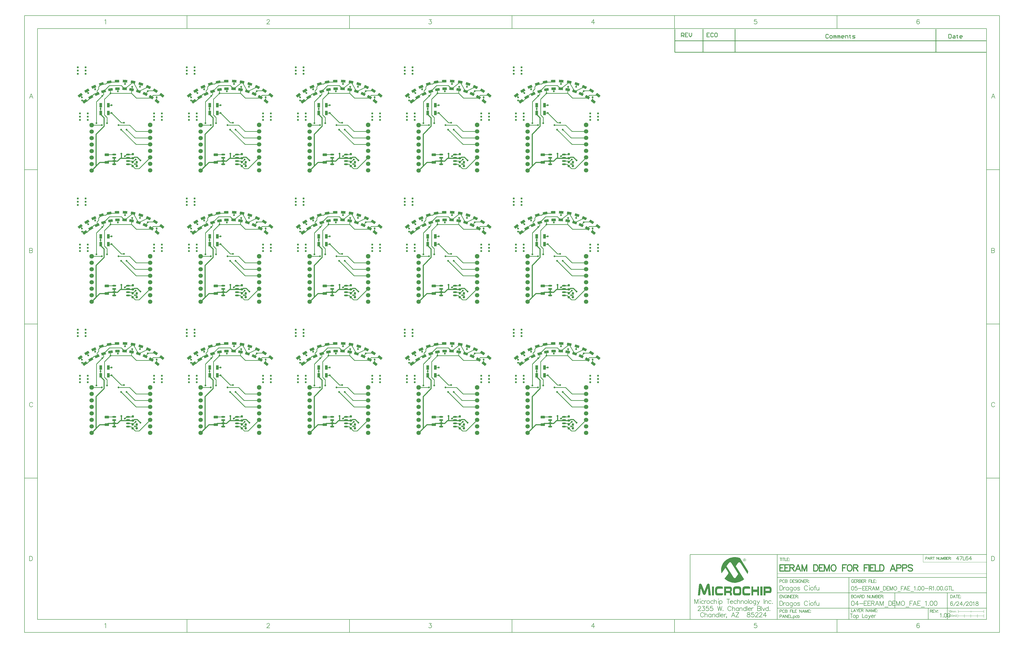
<source format=gtl>
G04*
G04 #@! TF.GenerationSoftware,Altium Limited,Altium Designer,18.1.7 (191)*
G04*
G04 Layer_Physical_Order=1*
G04 Layer_Color=255*
%FSLAX43Y43*%
%MOMM*%
G71*
G01*
G75*
%ADD10C,0.150*%
%ADD11C,0.178*%
G04:AMPARAMS|DCode=12|XSize=1.75mm|YSize=1mm|CornerRadius=0mm|HoleSize=0mm|Usage=FLASHONLY|Rotation=141.000|XOffset=0mm|YOffset=0mm|HoleType=Round|Shape=Rectangle|*
%AMROTATEDRECTD12*
4,1,4,0.995,-0.162,0.365,-0.939,-0.995,0.162,-0.365,0.939,0.995,-0.162,0.0*
%
%ADD12ROTATEDRECTD12*%

G04:AMPARAMS|DCode=13|XSize=1.75mm|YSize=1mm|CornerRadius=0mm|HoleSize=0mm|Usage=FLASHONLY|Rotation=148.000|XOffset=0mm|YOffset=0mm|HoleType=Round|Shape=Rectangle|*
%AMROTATEDRECTD13*
4,1,4,1.007,-0.040,0.477,-0.888,-1.007,0.040,-0.477,0.888,1.007,-0.040,0.0*
%
%ADD13ROTATEDRECTD13*%

G04:AMPARAMS|DCode=14|XSize=1.75mm|YSize=1mm|CornerRadius=0mm|HoleSize=0mm|Usage=FLASHONLY|Rotation=155.000|XOffset=0mm|YOffset=0mm|HoleType=Round|Shape=Rectangle|*
%AMROTATEDRECTD14*
4,1,4,1.004,0.083,0.582,-0.823,-1.004,-0.083,-0.582,0.823,1.004,0.083,0.0*
%
%ADD14ROTATEDRECTD14*%

G04:AMPARAMS|DCode=15|XSize=1.75mm|YSize=1mm|CornerRadius=0mm|HoleSize=0mm|Usage=FLASHONLY|Rotation=162.000|XOffset=0mm|YOffset=0mm|HoleType=Round|Shape=Rectangle|*
%AMROTATEDRECTD15*
4,1,4,0.987,0.205,0.678,-0.746,-0.987,-0.205,-0.678,0.746,0.987,0.205,0.0*
%
%ADD15ROTATEDRECTD15*%

G04:AMPARAMS|DCode=16|XSize=1.75mm|YSize=1mm|CornerRadius=0mm|HoleSize=0mm|Usage=FLASHONLY|Rotation=169.000|XOffset=0mm|YOffset=0mm|HoleType=Round|Shape=Rectangle|*
%AMROTATEDRECTD16*
4,1,4,0.954,0.324,0.764,-0.658,-0.954,-0.324,-0.764,0.658,0.954,0.324,0.0*
%
%ADD16ROTATEDRECTD16*%

G04:AMPARAMS|DCode=17|XSize=1.75mm|YSize=1mm|CornerRadius=0mm|HoleSize=0mm|Usage=FLASHONLY|Rotation=176.000|XOffset=0mm|YOffset=0mm|HoleType=Round|Shape=Rectangle|*
%AMROTATEDRECTD17*
4,1,4,0.908,0.438,0.838,-0.560,-0.908,-0.438,-0.838,0.560,0.908,0.438,0.0*
%
%ADD17ROTATEDRECTD17*%

G04:AMPARAMS|DCode=18|XSize=1.75mm|YSize=1mm|CornerRadius=0mm|HoleSize=0mm|Usage=FLASHONLY|Rotation=183.000|XOffset=0mm|YOffset=0mm|HoleType=Round|Shape=Rectangle|*
%AMROTATEDRECTD18*
4,1,4,0.848,0.545,0.900,-0.454,-0.848,-0.545,-0.900,0.454,0.848,0.545,0.0*
%
%ADD18ROTATEDRECTD18*%

G04:AMPARAMS|DCode=19|XSize=1.75mm|YSize=1mm|CornerRadius=0mm|HoleSize=0mm|Usage=FLASHONLY|Rotation=190.000|XOffset=0mm|YOffset=0mm|HoleType=Round|Shape=Rectangle|*
%AMROTATEDRECTD19*
4,1,4,0.775,0.644,0.949,-0.340,-0.775,-0.644,-0.949,0.340,0.775,0.644,0.0*
%
%ADD19ROTATEDRECTD19*%

G04:AMPARAMS|DCode=20|XSize=1.75mm|YSize=1mm|CornerRadius=0mm|HoleSize=0mm|Usage=FLASHONLY|Rotation=197.000|XOffset=0mm|YOffset=0mm|HoleType=Round|Shape=Rectangle|*
%AMROTATEDRECTD20*
4,1,4,0.691,0.734,0.983,-0.222,-0.691,-0.734,-0.983,0.222,0.691,0.734,0.0*
%
%ADD20ROTATEDRECTD20*%

G04:AMPARAMS|DCode=21|XSize=1.75mm|YSize=1mm|CornerRadius=0mm|HoleSize=0mm|Usage=FLASHONLY|Rotation=204.000|XOffset=0mm|YOffset=0mm|HoleType=Round|Shape=Rectangle|*
%AMROTATEDRECTD21*
4,1,4,0.596,0.813,1.003,-0.101,-0.596,-0.813,-1.003,0.101,0.596,0.813,0.0*
%
%ADD21ROTATEDRECTD21*%

G04:AMPARAMS|DCode=22|XSize=1.75mm|YSize=1mm|CornerRadius=0mm|HoleSize=0mm|Usage=FLASHONLY|Rotation=211.000|XOffset=0mm|YOffset=0mm|HoleType=Round|Shape=Rectangle|*
%AMROTATEDRECTD22*
4,1,4,0.493,0.879,1.008,0.022,-0.493,-0.879,-1.008,-0.022,0.493,0.879,0.0*
%
%ADD22ROTATEDRECTD22*%

G04:AMPARAMS|DCode=23|XSize=1.75mm|YSize=1mm|CornerRadius=0mm|HoleSize=0mm|Usage=FLASHONLY|Rotation=218.000|XOffset=0mm|YOffset=0mm|HoleType=Round|Shape=Rectangle|*
%AMROTATEDRECTD23*
4,1,4,0.382,0.933,0.997,0.145,-0.382,-0.933,-0.997,-0.145,0.382,0.933,0.0*
%
%ADD23ROTATEDRECTD23*%

%ADD24O,1.550X0.600*%
G04:AMPARAMS|DCode=25|XSize=1.75mm|YSize=1mm|CornerRadius=0.25mm|HoleSize=0mm|Usage=FLASHONLY|Rotation=180.000|XOffset=0mm|YOffset=0mm|HoleType=Round|Shape=RoundedRectangle|*
%AMROUNDEDRECTD25*
21,1,1.750,0.500,0,0,180.0*
21,1,1.250,1.000,0,0,180.0*
1,1,0.500,-0.625,0.250*
1,1,0.500,0.625,0.250*
1,1,0.500,0.625,-0.250*
1,1,0.500,-0.625,-0.250*
%
%ADD25ROUNDEDRECTD25*%
G04:AMPARAMS|DCode=26|XSize=0.9mm|YSize=0.8mm|CornerRadius=0.2mm|HoleSize=0mm|Usage=FLASHONLY|Rotation=0.000|XOffset=0mm|YOffset=0mm|HoleType=Round|Shape=RoundedRectangle|*
%AMROUNDEDRECTD26*
21,1,0.900,0.400,0,0,0.0*
21,1,0.500,0.800,0,0,0.0*
1,1,0.400,0.250,-0.200*
1,1,0.400,-0.250,-0.200*
1,1,0.400,-0.250,0.200*
1,1,0.400,0.250,0.200*
%
%ADD26ROUNDEDRECTD26*%
G04:AMPARAMS|DCode=27|XSize=0.9mm|YSize=0.8mm|CornerRadius=0.2mm|HoleSize=0mm|Usage=FLASHONLY|Rotation=90.000|XOffset=0mm|YOffset=0mm|HoleType=Round|Shape=RoundedRectangle|*
%AMROUNDEDRECTD27*
21,1,0.900,0.400,0,0,90.0*
21,1,0.500,0.800,0,0,90.0*
1,1,0.400,0.200,0.250*
1,1,0.400,0.200,-0.250*
1,1,0.400,-0.200,-0.250*
1,1,0.400,-0.200,0.250*
%
%ADD27ROUNDEDRECTD27*%
%ADD28R,1.000X1.750*%
%ADD29C,0.381*%
%ADD30C,0.250*%
%ADD31C,0.127*%
%ADD32C,0.254*%
%ADD33C,0.100*%
%ADD34C,0.200*%
%ADD35C,0.178*%
%ADD36C,1.700*%
%ADD37P,1.840X8X292.5*%
%ADD38C,0.787*%
%ADD39C,0.700*%
G36*
X259343Y-135552D02*
X259427Y-135580D01*
X259540Y-135622D01*
X259639Y-135679D01*
X259724Y-135777D01*
X259780Y-135919D01*
X259808Y-136088D01*
X259808Y-136116D01*
X259794Y-136172D01*
X259780Y-136271D01*
X259738Y-136370D01*
X259681Y-136483D01*
X259582Y-136568D01*
X259441Y-136638D01*
X259258Y-136666D01*
X259216Y-136666D01*
X259173Y-136652D01*
X259117Y-136638D01*
X258976Y-136596D01*
X258905Y-136553D01*
X258835Y-136497D01*
X258835Y-136483D01*
X258806Y-136469D01*
X258750Y-136384D01*
X258694Y-136257D01*
X258679Y-136172D01*
X258665Y-136088D01*
X258665Y-136074D01*
X258665Y-136045D01*
X258679Y-136003D01*
X258694Y-135961D01*
X258750Y-135834D01*
X258792Y-135763D01*
X258849Y-135707D01*
X258863Y-135693D01*
X258877Y-135679D01*
X258962Y-135622D01*
X259089Y-135566D01*
X259173Y-135538D01*
X259286Y-135538D01*
X259343Y-135552D01*
X259343Y-135552D02*
G37*
G36*
X255731Y-135058D02*
X255843Y-135072D01*
X255985Y-135072D01*
X256126Y-135100D01*
X256450Y-135142D01*
X256803Y-135227D01*
X257156Y-135326D01*
X257508Y-135467D01*
X260669Y-140504D01*
X260669Y-140518D01*
X260669Y-140546D01*
X260655Y-140603D01*
X260655Y-140659D01*
X260641Y-140744D01*
X260627Y-140843D01*
X260584Y-141054D01*
X260584Y-141069D01*
X260570Y-141111D01*
X260556Y-141167D01*
X260542Y-141238D01*
X260514Y-141337D01*
X260486Y-141435D01*
X260415Y-141675D01*
X257664Y-137372D01*
X257649Y-137358D01*
X257635Y-137315D01*
X257579Y-137259D01*
X257522Y-137202D01*
X257452Y-137146D01*
X257367Y-137090D01*
X257283Y-137047D01*
X257170Y-137033D01*
X257127Y-137033D01*
X257085Y-137047D01*
X257029Y-137076D01*
X256958Y-137118D01*
X256873Y-137174D01*
X256803Y-137245D01*
X256718Y-137358D01*
X255801Y-138613D01*
X259032Y-143707D01*
X259018Y-143721D01*
X258962Y-143764D01*
X258877Y-143834D01*
X258764Y-143919D01*
X258609Y-144032D01*
X258425Y-144144D01*
X258228Y-144271D01*
X257988Y-144398D01*
X257734Y-144525D01*
X257438Y-144652D01*
X257142Y-144765D01*
X256803Y-144878D01*
X256450Y-144963D01*
X256083Y-145033D01*
X255702Y-145076D01*
X255293Y-145090D01*
X255194Y-145090D01*
X255081Y-145076D01*
X254926Y-145062D01*
X254729Y-145033D01*
X254503Y-145005D01*
X254263Y-144949D01*
X253981Y-144878D01*
X253699Y-144794D01*
X253388Y-144681D01*
X253064Y-144554D01*
X252739Y-144398D01*
X252415Y-144201D01*
X252090Y-143989D01*
X251780Y-143735D01*
X251469Y-143439D01*
X252838Y-141548D01*
X252852Y-141534D01*
X252866Y-141478D01*
X252894Y-141393D01*
X252909Y-141323D01*
X252923Y-141238D01*
X252923Y-141210D01*
X252909Y-141139D01*
X252866Y-141012D01*
X252782Y-140857D01*
X251766Y-139263D01*
X250256Y-141365D01*
X250256Y-141351D01*
X250242Y-141337D01*
X250228Y-141252D01*
X250200Y-141125D01*
X250171Y-140956D01*
X250129Y-140744D01*
X250101Y-140518D01*
X250087Y-140250D01*
X250073Y-139982D01*
X250073Y-139954D01*
X250073Y-139897D01*
X250087Y-139785D01*
X250101Y-139658D01*
X250115Y-139488D01*
X250143Y-139291D01*
X250200Y-139065D01*
X250256Y-138825D01*
X250327Y-138571D01*
X250425Y-138289D01*
X250552Y-138007D01*
X250679Y-137725D01*
X250849Y-137442D01*
X251046Y-137146D01*
X251272Y-136864D01*
X251526Y-136596D01*
X251540Y-136582D01*
X251596Y-136525D01*
X251681Y-136455D01*
X251808Y-136356D01*
X251963Y-136229D01*
X252147Y-136102D01*
X252358Y-135961D01*
X252598Y-135820D01*
X252866Y-135679D01*
X253163Y-135538D01*
X253487Y-135396D01*
X253826Y-135284D01*
X254193Y-135185D01*
X254588Y-135114D01*
X254997Y-135058D01*
X255434Y-135044D01*
X255632Y-135044D01*
X255731Y-135058D01*
X255731Y-135058D02*
G37*
G36*
X260979Y-146515D02*
X261050Y-146529D01*
X261106Y-146543D01*
X261120Y-146543D01*
X261149Y-146557D01*
X261247Y-146600D01*
X261304Y-146656D01*
X261346Y-146712D01*
X261389Y-146783D01*
X261417Y-146882D01*
X261417Y-146896D01*
X261431Y-146910D01*
X261431Y-146952D01*
X261445Y-147023D01*
X261445Y-147093D01*
X261459Y-147192D01*
X261459Y-147305D01*
X261459Y-147432D01*
X259568Y-147390D01*
X259554Y-147390D01*
X259498Y-147404D01*
X259427Y-147418D01*
X259357Y-147474D01*
X259272Y-147545D01*
X259202Y-147672D01*
X259173Y-147757D01*
X259145Y-147855D01*
X259131Y-147954D01*
X259131Y-148081D01*
X259131Y-148462D01*
X259131Y-148476D01*
X259131Y-148490D01*
X259145Y-148575D01*
X259159Y-148674D01*
X259187Y-148801D01*
X259230Y-148928D01*
X259314Y-149041D01*
X259413Y-149125D01*
X259484Y-149139D01*
X259554Y-149153D01*
X261487Y-149153D01*
X261487Y-149182D01*
X261487Y-149238D01*
X261487Y-149337D01*
X261473Y-149450D01*
X261459Y-149563D01*
X261445Y-149675D01*
X261417Y-149774D01*
X261374Y-149845D01*
X261374Y-149859D01*
X261346Y-149873D01*
X261304Y-149901D01*
X261247Y-149929D01*
X261163Y-149972D01*
X261050Y-150000D01*
X260909Y-150014D01*
X260739Y-150028D01*
X259329Y-150028D01*
X259216Y-150014D01*
X259075Y-149986D01*
X258933Y-149944D01*
X258778Y-149873D01*
X258651Y-149788D01*
X258552Y-149661D01*
X258552Y-149647D01*
X258524Y-149605D01*
X258496Y-149534D01*
X258468Y-149450D01*
X258440Y-149323D01*
X258411Y-149182D01*
X258397Y-148998D01*
X258383Y-148801D01*
X258383Y-147757D01*
X258383Y-147742D01*
X258383Y-147714D01*
X258383Y-147672D01*
X258397Y-147615D01*
X258411Y-147474D01*
X258440Y-147291D01*
X258482Y-147107D01*
X258567Y-146924D01*
X258665Y-146769D01*
X258736Y-146698D01*
X258806Y-146642D01*
X258821Y-146642D01*
X258849Y-146614D01*
X258891Y-146600D01*
X258962Y-146571D01*
X259046Y-146543D01*
X259159Y-146529D01*
X259286Y-146501D01*
X260810Y-146501D01*
X260979Y-146515D01*
X260979Y-146515D02*
G37*
G36*
X264902Y-150000D02*
X264182Y-150000D01*
X264182Y-148688D01*
X262616Y-148688D01*
X262616Y-150000D01*
X261939Y-150000D01*
X261939Y-146543D01*
X262616Y-146543D01*
X262616Y-147757D01*
X264182Y-147757D01*
X264182Y-146543D01*
X264902Y-146543D01*
X264902Y-150000D01*
X264902Y-150000D02*
G37*
G36*
X245205Y-145414D02*
X245275Y-145428D01*
X245360Y-145471D01*
X245430Y-145527D01*
X245501Y-145626D01*
X245572Y-145753D01*
X245600Y-145936D01*
X246065Y-150000D01*
X245191Y-150000D01*
X244951Y-147079D01*
X244937Y-147079D01*
X244048Y-149421D01*
X244048Y-149436D01*
X244019Y-149478D01*
X243977Y-149548D01*
X243921Y-149619D01*
X243850Y-149690D01*
X243766Y-149760D01*
X243667Y-149802D01*
X243540Y-149817D01*
X243483Y-149817D01*
X243413Y-149788D01*
X243328Y-149760D01*
X243229Y-149718D01*
X243145Y-149647D01*
X243074Y-149548D01*
X243004Y-149421D01*
X242115Y-147122D01*
X242101Y-147122D01*
X241847Y-150000D01*
X241000Y-150000D01*
X241437Y-145894D01*
X241437Y-145866D01*
X241452Y-145809D01*
X241480Y-145739D01*
X241522Y-145640D01*
X241579Y-145555D01*
X241663Y-145471D01*
X241776Y-145414D01*
X241903Y-145400D01*
X241974Y-145400D01*
X242058Y-145428D01*
X242157Y-145457D01*
X242256Y-145513D01*
X242369Y-145598D01*
X242453Y-145711D01*
X242538Y-145866D01*
X243526Y-148377D01*
X243540Y-148377D01*
X244527Y-145866D01*
X244542Y-145852D01*
X244556Y-145795D01*
X244612Y-145725D01*
X244669Y-145626D01*
X244753Y-145541D01*
X244866Y-145471D01*
X244993Y-145414D01*
X245148Y-145400D01*
X245162Y-145400D01*
X245205Y-145414D01*
X245205Y-145414D02*
G37*
G36*
X269036Y-146557D02*
X269149Y-146571D01*
X269276Y-146614D01*
X269417Y-146684D01*
X269544Y-146783D01*
X269657Y-146924D01*
X269741Y-147122D01*
X269741Y-147136D01*
X269756Y-147164D01*
X269756Y-147220D01*
X269770Y-147291D01*
X269784Y-147376D01*
X269784Y-147474D01*
X269798Y-147601D01*
X269798Y-147728D01*
X269798Y-147996D01*
X269798Y-148025D01*
X269798Y-148095D01*
X269784Y-148208D01*
X269770Y-148335D01*
X269741Y-148490D01*
X269713Y-148645D01*
X269657Y-148772D01*
X269586Y-148899D01*
X269586Y-148914D01*
X269558Y-148928D01*
X269516Y-148970D01*
X269473Y-149012D01*
X269403Y-149055D01*
X269318Y-149083D01*
X269234Y-149111D01*
X269121Y-149125D01*
X267399Y-149125D01*
X267399Y-150000D01*
X266694Y-150000D01*
X266694Y-146543D01*
X268965Y-146543D01*
X269036Y-146557D01*
X269036Y-146557D02*
G37*
G36*
X266228Y-150000D02*
X265410Y-150000D01*
X265410Y-146543D01*
X266228Y-146543D01*
X266228Y-150000D01*
X266228Y-150000D02*
G37*
G36*
X253727Y-146557D02*
X253840Y-146600D01*
X253967Y-146670D01*
X254023Y-146727D01*
X254094Y-146797D01*
X254150Y-146882D01*
X254193Y-146981D01*
X254249Y-147093D01*
X254277Y-147234D01*
X254291Y-147390D01*
X254305Y-147573D01*
X254305Y-147785D01*
X254305Y-147799D01*
X254305Y-147813D01*
X254305Y-147898D01*
X254291Y-148025D01*
X254263Y-148166D01*
X254207Y-148307D01*
X254136Y-148448D01*
X254037Y-148561D01*
X253910Y-148645D01*
X253910Y-148660D01*
X253924Y-148660D01*
X253967Y-148688D01*
X254037Y-148730D01*
X254108Y-148801D01*
X254178Y-148899D01*
X254249Y-149026D01*
X254291Y-149196D01*
X254305Y-149421D01*
X254305Y-150000D01*
X253572Y-150000D01*
X253572Y-149591D01*
X253572Y-149577D01*
X253572Y-149548D01*
X253572Y-149492D01*
X253572Y-149436D01*
X253558Y-149323D01*
X253558Y-149266D01*
X253544Y-149224D01*
X253529Y-149210D01*
X253487Y-149153D01*
X253417Y-149111D01*
X253290Y-149097D01*
X252006Y-149097D01*
X252006Y-150000D01*
X251272Y-150000D01*
X251272Y-146543D01*
X253642Y-146543D01*
X253727Y-146557D01*
X253727Y-146557D02*
G37*
G36*
X247307Y-150000D02*
X246503Y-150000D01*
X246503Y-146543D01*
X247307Y-146543D01*
X247307Y-150000D01*
X247307Y-150000D02*
G37*
G36*
X257156Y-146515D02*
X257283Y-146543D01*
X257410Y-146571D01*
X257551Y-146628D01*
X257664Y-146712D01*
X257762Y-146811D01*
X257776Y-146825D01*
X257805Y-146868D01*
X257833Y-146938D01*
X257875Y-147037D01*
X257918Y-147178D01*
X257960Y-147333D01*
X257974Y-147517D01*
X257988Y-147742D01*
X257988Y-148787D01*
X257988Y-148801D01*
X257988Y-148829D01*
X257988Y-148871D01*
X257974Y-148942D01*
X257960Y-149097D01*
X257932Y-149294D01*
X257861Y-149492D01*
X257776Y-149690D01*
X257649Y-149845D01*
X257565Y-149915D01*
X257480Y-149958D01*
X257466Y-149958D01*
X257438Y-149972D01*
X257395Y-149986D01*
X257339Y-149986D01*
X257268Y-150000D01*
X257184Y-150014D01*
X256958Y-150028D01*
X255688Y-150028D01*
X255575Y-150014D01*
X255448Y-149986D01*
X255307Y-149944D01*
X255166Y-149887D01*
X255039Y-149802D01*
X254926Y-149690D01*
X254912Y-149675D01*
X254898Y-149633D01*
X254870Y-149563D01*
X254842Y-149464D01*
X254799Y-149351D01*
X254771Y-149196D01*
X254757Y-148998D01*
X254743Y-148787D01*
X254743Y-147742D01*
X254743Y-147728D01*
X254743Y-147700D01*
X254743Y-147644D01*
X254757Y-147573D01*
X254771Y-147404D01*
X254813Y-147206D01*
X254884Y-146995D01*
X254997Y-146811D01*
X255067Y-146727D01*
X255138Y-146656D01*
X255237Y-146600D01*
X255335Y-146557D01*
X255350Y-146557D01*
X255364Y-146543D01*
X255406Y-146543D01*
X255462Y-146529D01*
X255604Y-146515D01*
X255787Y-146501D01*
X257057Y-146501D01*
X257156Y-146515D01*
X257156Y-146515D02*
G37*
G36*
X250087Y-146515D02*
X250256Y-146515D01*
X250411Y-146529D01*
X250538Y-146557D01*
X250581Y-146571D01*
X250609Y-146585D01*
X250623Y-146585D01*
X250637Y-146614D01*
X250665Y-146656D01*
X250707Y-146727D01*
X250750Y-146825D01*
X250778Y-146966D01*
X250792Y-147150D01*
X250806Y-147390D01*
X248901Y-147390D01*
X248817Y-147404D01*
X248718Y-147446D01*
X248619Y-147531D01*
X248605Y-147559D01*
X248591Y-147587D01*
X248563Y-147644D01*
X248549Y-147714D01*
X248520Y-147813D01*
X248506Y-147940D01*
X248506Y-148081D01*
X248506Y-148462D01*
X248506Y-148476D01*
X248506Y-148533D01*
X248506Y-148603D01*
X248520Y-148674D01*
X248535Y-148857D01*
X248549Y-148928D01*
X248563Y-148984D01*
X248577Y-149012D01*
X248633Y-149069D01*
X248690Y-149097D01*
X248746Y-149125D01*
X248831Y-149139D01*
X248916Y-149153D01*
X250849Y-149153D01*
X250849Y-149182D01*
X250849Y-149238D01*
X250849Y-149323D01*
X250834Y-149421D01*
X250806Y-149647D01*
X250778Y-149746D01*
X250750Y-149817D01*
X250750Y-149831D01*
X250722Y-149845D01*
X250679Y-149887D01*
X250623Y-149915D01*
X250524Y-149958D01*
X250411Y-150000D01*
X250270Y-150014D01*
X250101Y-150028D01*
X248704Y-150028D01*
X248605Y-150014D01*
X248478Y-149986D01*
X248337Y-149958D01*
X248196Y-149915D01*
X248069Y-149845D01*
X247970Y-149746D01*
X247956Y-149732D01*
X247942Y-149690D01*
X247900Y-149619D01*
X247857Y-149520D01*
X247815Y-149393D01*
X247787Y-149224D01*
X247759Y-149026D01*
X247744Y-148787D01*
X247744Y-147742D01*
X247744Y-147728D01*
X247744Y-147700D01*
X247744Y-147644D01*
X247759Y-147573D01*
X247787Y-147390D01*
X247829Y-147178D01*
X247914Y-146966D01*
X248041Y-146769D01*
X248125Y-146684D01*
X248224Y-146614D01*
X248323Y-146557D01*
X248450Y-146529D01*
X248478Y-146529D01*
X248549Y-146515D01*
X248662Y-146501D01*
X249917Y-146501D01*
X250087Y-146515D01*
X250087Y-146515D02*
G37*
%LPC*%
G36*
X259258Y-135636D02*
X259187Y-135636D01*
X259103Y-135665D01*
X259018Y-135693D01*
X258919Y-135749D01*
X258849Y-135820D01*
X258792Y-135933D01*
X258764Y-136088D01*
X258764Y-136102D01*
X258764Y-136116D01*
X258778Y-136201D01*
X258821Y-136314D01*
X258905Y-136441D01*
X258933Y-136469D01*
X259004Y-136511D01*
X259117Y-136553D01*
X259258Y-136582D01*
X259272Y-136582D01*
X259329Y-136568D01*
X259399Y-136553D01*
X259498Y-136525D01*
X259582Y-136455D01*
X259653Y-136370D01*
X259709Y-136257D01*
X259724Y-136088D01*
X259724Y-136074D01*
X259724Y-136017D01*
X259695Y-135947D01*
X259667Y-135862D01*
X259611Y-135777D01*
X259526Y-135707D01*
X259413Y-135650D01*
X259258Y-135636D01*
X259258Y-135636D02*
G37*
%LPD*%
G36*
X259385Y-135792D02*
X259456Y-135848D01*
X259484Y-135890D01*
X259498Y-135961D01*
X259498Y-135975D01*
X259498Y-135989D01*
X259484Y-136060D01*
X259427Y-136116D01*
X259385Y-136144D01*
X259329Y-136158D01*
X259512Y-136441D01*
X259399Y-136441D01*
X259230Y-136158D01*
X259117Y-136158D01*
X259117Y-136441D01*
X259018Y-136441D01*
X259018Y-135763D01*
X259300Y-135763D01*
X259385Y-135792D01*
X259385Y-135792D02*
G37*
%LPC*%
G36*
X259286Y-135862D02*
X259117Y-135862D01*
X259117Y-136074D01*
X259300Y-136074D01*
X259343Y-136060D01*
X259371Y-136031D01*
X259385Y-135961D01*
X259385Y-135947D01*
X259371Y-135904D01*
X259343Y-135876D01*
X259286Y-135862D01*
X259286Y-135862D02*
G37*
G36*
X253600Y-137019D02*
X253558Y-137019D01*
X253501Y-137033D01*
X253445Y-137061D01*
X253374Y-137104D01*
X253290Y-137160D01*
X253205Y-137231D01*
X253120Y-137344D01*
X252231Y-138599D01*
X254926Y-142875D01*
X254940Y-142889D01*
X254969Y-142931D01*
X255011Y-143002D01*
X255067Y-143058D01*
X255138Y-143129D01*
X255223Y-143199D01*
X255293Y-143241D01*
X255378Y-143256D01*
X255420Y-143256D01*
X255477Y-143241D01*
X255533Y-143213D01*
X255604Y-143185D01*
X255688Y-143143D01*
X255773Y-143072D01*
X255843Y-142973D01*
X256789Y-141619D01*
X254080Y-137358D01*
X254066Y-137344D01*
X254037Y-137301D01*
X253995Y-137245D01*
X253939Y-137188D01*
X253868Y-137132D01*
X253783Y-137076D01*
X253699Y-137033D01*
X253600Y-137019D01*
X253600Y-137019D02*
G37*
G36*
X268768Y-147376D02*
X267399Y-147376D01*
X267399Y-148250D01*
X268853Y-148250D01*
X268881Y-148236D01*
X268923Y-148208D01*
X268965Y-148166D01*
X269008Y-148095D01*
X269022Y-148011D01*
X269036Y-147898D01*
X269036Y-147757D01*
X269036Y-147742D01*
X269036Y-147700D01*
X269022Y-147630D01*
X269008Y-147559D01*
X268965Y-147503D01*
X268923Y-147432D01*
X268853Y-147390D01*
X268768Y-147376D01*
X268768Y-147376D02*
G37*
G36*
X253261Y-147376D02*
X252006Y-147376D01*
X252006Y-148236D01*
X253374Y-148236D01*
X253417Y-148222D01*
X253473Y-148194D01*
X253529Y-148152D01*
X253572Y-148081D01*
X253600Y-147996D01*
X253614Y-147869D01*
X253614Y-147757D01*
X253614Y-147742D01*
X253614Y-147700D01*
X253600Y-147630D01*
X253572Y-147559D01*
X253529Y-147503D01*
X253459Y-147432D01*
X253374Y-147390D01*
X253261Y-147376D01*
X253261Y-147376D02*
G37*
G36*
X256859Y-147376D02*
X255900Y-147376D01*
X255815Y-147390D01*
X255702Y-147446D01*
X255646Y-147474D01*
X255604Y-147531D01*
X255589Y-147559D01*
X255575Y-147601D01*
X255547Y-147658D01*
X255533Y-147728D01*
X255505Y-147827D01*
X255491Y-147940D01*
X255491Y-148081D01*
X255491Y-148462D01*
X255491Y-148476D01*
X255491Y-148533D01*
X255491Y-148589D01*
X255505Y-148674D01*
X255519Y-148857D01*
X255533Y-148942D01*
X255561Y-149012D01*
X255575Y-149041D01*
X255632Y-149083D01*
X255731Y-149125D01*
X255801Y-149153D01*
X256831Y-149153D01*
X256888Y-149139D01*
X256958Y-149111D01*
X257043Y-149069D01*
X257127Y-148984D01*
X257198Y-148857D01*
X257226Y-148787D01*
X257254Y-148688D01*
X257268Y-148589D01*
X257268Y-148462D01*
X257268Y-148081D01*
X257268Y-148067D01*
X257268Y-148011D01*
X257268Y-147954D01*
X257254Y-147869D01*
X257212Y-147686D01*
X257170Y-147601D01*
X257127Y-147531D01*
X257127Y-147517D01*
X257099Y-147503D01*
X257029Y-147446D01*
X256930Y-147404D01*
X256859Y-147376D01*
X256859Y-147376D02*
G37*
%LPD*%
D10*
X301000Y-157250D02*
X301000Y-158750D01*
X300500Y-157250D02*
X301500Y-157250D01*
X302035Y-157750D02*
X301893Y-157822D01*
X301750Y-157964D01*
X301678Y-158179D01*
X301678Y-158322D01*
X301750Y-158536D01*
X301893Y-158679D01*
X302035Y-158750D01*
X302250Y-158750D01*
X302392Y-158679D01*
X302535Y-158536D01*
X302607Y-158322D01*
X302607Y-158179D01*
X302535Y-157964D01*
X302392Y-157822D01*
X302250Y-157750D01*
X302035Y-157750D01*
X302935Y-157750D02*
X302935Y-159250D01*
X302935Y-157964D02*
X303078Y-157822D01*
X303221Y-157750D01*
X303435Y-157750D01*
X303578Y-157822D01*
X303721Y-157964D01*
X303792Y-158179D01*
X303792Y-158322D01*
X303721Y-158536D01*
X303578Y-158679D01*
X303435Y-158750D01*
X303221Y-158750D01*
X303078Y-158679D01*
X302935Y-158536D01*
X305292Y-157250D02*
X305292Y-158750D01*
X306149Y-158750D01*
X307170Y-157750D02*
X307170Y-158750D01*
X307170Y-157964D02*
X307027Y-157822D01*
X306884Y-157750D01*
X306670Y-157750D01*
X306527Y-157822D01*
X306384Y-157964D01*
X306313Y-158179D01*
X306313Y-158322D01*
X306384Y-158536D01*
X306527Y-158679D01*
X306670Y-158750D01*
X306884Y-158750D01*
X307027Y-158679D01*
X307170Y-158536D01*
X307641Y-157750D02*
X308070Y-158750D01*
X308498Y-157750D02*
X308070Y-158750D01*
X307927Y-159036D01*
X307784Y-159178D01*
X307641Y-159250D01*
X307570Y-159250D01*
X308748Y-158179D02*
X309605Y-158179D01*
X309605Y-158036D01*
X309534Y-157893D01*
X309462Y-157822D01*
X309320Y-157750D01*
X309105Y-157750D01*
X308962Y-157822D01*
X308820Y-157964D01*
X308748Y-158179D01*
X308748Y-158322D01*
X308820Y-158536D01*
X308962Y-158679D01*
X309105Y-158750D01*
X309320Y-158750D01*
X309462Y-158679D01*
X309605Y-158536D01*
X309927Y-157750D02*
X309927Y-158750D01*
X309927Y-158179D02*
X309998Y-157964D01*
X310141Y-157822D01*
X310284Y-157750D01*
X310498Y-157750D01*
X330000Y-135524D02*
X330428Y-135524D01*
X330571Y-135476D01*
X330619Y-135429D01*
X330667Y-135333D01*
X330667Y-135191D01*
X330619Y-135095D01*
X330571Y-135048D01*
X330428Y-135000D01*
X330000Y-135000D01*
X330000Y-136000D01*
X331652Y-136000D02*
X331271Y-135000D01*
X330890Y-136000D01*
X331033Y-135667D02*
X331509Y-135667D01*
X331885Y-135000D02*
X331885Y-136000D01*
X331885Y-135000D02*
X332314Y-135000D01*
X332457Y-135048D01*
X332504Y-135095D01*
X332552Y-135191D01*
X332552Y-135286D01*
X332504Y-135381D01*
X332457Y-135429D01*
X332314Y-135476D01*
X331885Y-135476D01*
X332219Y-135476D02*
X332552Y-136000D01*
X333109Y-135000D02*
X333109Y-136000D01*
X332776Y-135000D02*
X333442Y-135000D01*
X334347Y-135000D02*
X334347Y-136000D01*
X334347Y-135000D02*
X335013Y-136000D01*
X335013Y-135000D02*
X335013Y-136000D01*
X335289Y-135000D02*
X335289Y-135714D01*
X335337Y-135857D01*
X335432Y-135952D01*
X335575Y-136000D01*
X335670Y-136000D01*
X335813Y-135952D01*
X335908Y-135857D01*
X335956Y-135714D01*
X335956Y-135000D01*
X336232Y-135000D02*
X336232Y-136000D01*
X336232Y-135000D02*
X336613Y-136000D01*
X336994Y-135000D02*
X336613Y-136000D01*
X336994Y-135000D02*
X336994Y-136000D01*
X337279Y-135000D02*
X337279Y-136000D01*
X337279Y-135000D02*
X337708Y-135000D01*
X337851Y-135048D01*
X337898Y-135095D01*
X337946Y-135191D01*
X337946Y-135286D01*
X337898Y-135381D01*
X337851Y-135429D01*
X337708Y-135476D01*
X337279Y-135476D02*
X337708Y-135476D01*
X337851Y-135524D01*
X337898Y-135571D01*
X337946Y-135667D01*
X337946Y-135810D01*
X337898Y-135905D01*
X337851Y-135952D01*
X337708Y-136000D01*
X337279Y-136000D01*
X338789Y-135000D02*
X338170Y-135000D01*
X338170Y-136000D01*
X338789Y-136000D01*
X338170Y-135476D02*
X338551Y-135476D01*
X338955Y-135000D02*
X338955Y-136000D01*
X338955Y-135000D02*
X339384Y-135000D01*
X339527Y-135048D01*
X339574Y-135095D01*
X339622Y-135191D01*
X339622Y-135286D01*
X339574Y-135381D01*
X339527Y-135429D01*
X339384Y-135476D01*
X338955Y-135476D01*
X339289Y-135476D02*
X339622Y-136000D01*
X339893Y-135333D02*
X339846Y-135381D01*
X339893Y-135429D01*
X339941Y-135381D01*
X339893Y-135333D01*
X339893Y-135905D02*
X339846Y-135952D01*
X339893Y-136000D01*
X339941Y-135952D01*
X339893Y-135905D01*
X340557Y-152715D02*
X340486Y-152572D01*
X340271Y-152500D01*
X340128Y-152500D01*
X339914Y-152572D01*
X339771Y-152786D01*
X339700Y-153143D01*
X339700Y-153500D01*
X339771Y-153786D01*
X339914Y-153929D01*
X340128Y-154000D01*
X340200Y-154000D01*
X340414Y-153929D01*
X340557Y-153786D01*
X340628Y-153572D01*
X340628Y-153500D01*
X340557Y-153286D01*
X340414Y-153143D01*
X340200Y-153072D01*
X340128Y-153072D01*
X339914Y-153143D01*
X339771Y-153286D01*
X339700Y-153500D01*
X340957Y-154214D02*
X341957Y-152500D01*
X342128Y-152857D02*
X342128Y-152786D01*
X342199Y-152643D01*
X342271Y-152572D01*
X342414Y-152500D01*
X342699Y-152500D01*
X342842Y-152572D01*
X342914Y-152643D01*
X342985Y-152786D01*
X342985Y-152929D01*
X342914Y-153072D01*
X342771Y-153286D01*
X342057Y-154000D01*
X343056Y-154000D01*
X344106Y-152500D02*
X343392Y-153500D01*
X344463Y-153500D01*
X344106Y-152500D02*
X344106Y-154000D01*
X344728Y-154214D02*
X345727Y-152500D01*
X345899Y-152857D02*
X345899Y-152786D01*
X345970Y-152643D01*
X346042Y-152572D01*
X346184Y-152500D01*
X346470Y-152500D01*
X346613Y-152572D01*
X346684Y-152643D01*
X346756Y-152786D01*
X346756Y-152929D01*
X346684Y-153072D01*
X346541Y-153286D01*
X345827Y-154000D01*
X346827Y-154000D01*
X347591Y-152500D02*
X347377Y-152572D01*
X347234Y-152786D01*
X347163Y-153143D01*
X347163Y-153357D01*
X347234Y-153714D01*
X347377Y-153929D01*
X347591Y-154000D01*
X347734Y-154000D01*
X347948Y-153929D01*
X348091Y-153714D01*
X348162Y-153357D01*
X348162Y-153143D01*
X348091Y-152786D01*
X347948Y-152572D01*
X347734Y-152500D01*
X347591Y-152500D01*
X348498Y-152786D02*
X348641Y-152715D01*
X348855Y-152500D01*
X348855Y-154000D01*
X349955Y-152500D02*
X349741Y-152572D01*
X349669Y-152715D01*
X349669Y-152857D01*
X349741Y-153000D01*
X349884Y-153072D01*
X350169Y-153143D01*
X350383Y-153214D01*
X350526Y-153357D01*
X350598Y-153500D01*
X350598Y-153714D01*
X350526Y-153857D01*
X350455Y-153929D01*
X350241Y-154000D01*
X349955Y-154000D01*
X349741Y-153929D01*
X349669Y-153857D01*
X349598Y-153714D01*
X349598Y-153500D01*
X349669Y-153357D01*
X349812Y-153214D01*
X350026Y-153143D01*
X350312Y-153072D01*
X350455Y-153000D01*
X350526Y-152857D01*
X350526Y-152715D01*
X350455Y-152572D01*
X350241Y-152500D01*
X349955Y-152500D01*
D11*
X335678Y-157358D02*
X335821Y-157287D01*
X336035Y-157073D01*
X336035Y-158572D01*
X336849Y-158429D02*
X336778Y-158501D01*
X336849Y-158572D01*
X336920Y-158501D01*
X336849Y-158429D01*
X337677Y-157073D02*
X337463Y-157144D01*
X337320Y-157358D01*
X337249Y-157715D01*
X337249Y-157930D01*
X337320Y-158287D01*
X337463Y-158501D01*
X337677Y-158572D01*
X337820Y-158572D01*
X338034Y-158501D01*
X338177Y-158287D01*
X338249Y-157930D01*
X338249Y-157715D01*
X338177Y-157358D01*
X338034Y-157144D01*
X337820Y-157073D01*
X337677Y-157073D01*
X339013Y-157073D02*
X338799Y-157144D01*
X338656Y-157358D01*
X338584Y-157715D01*
X338584Y-157930D01*
X338656Y-158287D01*
X338799Y-158501D01*
X339013Y-158572D01*
X339156Y-158572D01*
X339370Y-158501D01*
X339513Y-158287D01*
X339584Y-157930D01*
X339584Y-157715D01*
X339513Y-157358D01*
X339370Y-157144D01*
X339156Y-157073D01*
X339013Y-157073D01*
X301428Y-146500D02*
X301214Y-146572D01*
X301071Y-146786D01*
X301000Y-147143D01*
X301000Y-147357D01*
X301071Y-147714D01*
X301214Y-147929D01*
X301428Y-148000D01*
X301571Y-148000D01*
X301786Y-147929D01*
X301928Y-147714D01*
X302000Y-147357D01*
X302000Y-147143D01*
X301928Y-146786D01*
X301786Y-146572D01*
X301571Y-146500D01*
X301428Y-146500D01*
X303192Y-146500D02*
X302478Y-146500D01*
X302407Y-147143D01*
X302478Y-147072D01*
X302693Y-147000D01*
X302907Y-147000D01*
X303121Y-147072D01*
X303264Y-147214D01*
X303335Y-147429D01*
X303335Y-147572D01*
X303264Y-147786D01*
X303121Y-147929D01*
X302907Y-148000D01*
X302693Y-148000D01*
X302478Y-147929D01*
X302407Y-147857D01*
X302335Y-147714D01*
X303671Y-147357D02*
X304956Y-147357D01*
X306327Y-146500D02*
X305399Y-146500D01*
X305399Y-148000D01*
X306327Y-148000D01*
X305399Y-147214D02*
X305970Y-147214D01*
X307506Y-146500D02*
X306577Y-146500D01*
X306577Y-148000D01*
X307506Y-148000D01*
X306577Y-147214D02*
X307149Y-147214D01*
X307756Y-146500D02*
X307756Y-148000D01*
X307756Y-146500D02*
X308398Y-146500D01*
X308613Y-146572D01*
X308684Y-146643D01*
X308755Y-146786D01*
X308755Y-146929D01*
X308684Y-147072D01*
X308613Y-147143D01*
X308398Y-147214D01*
X307756Y-147214D01*
X308256Y-147214D02*
X308755Y-148000D01*
X310234Y-148000D02*
X309662Y-146500D01*
X309091Y-148000D01*
X309305Y-147500D02*
X310020Y-147500D01*
X310584Y-146500D02*
X310584Y-148000D01*
X310584Y-146500D02*
X311155Y-148000D01*
X311726Y-146500D02*
X311155Y-148000D01*
X311726Y-146500D02*
X311726Y-148000D01*
X312155Y-148500D02*
X313297Y-148500D01*
X313490Y-146500D02*
X313490Y-148000D01*
X313490Y-146500D02*
X313990Y-146500D01*
X314204Y-146572D01*
X314347Y-146715D01*
X314419Y-146857D01*
X314490Y-147072D01*
X314490Y-147429D01*
X314419Y-147643D01*
X314347Y-147786D01*
X314204Y-147929D01*
X313990Y-148000D01*
X313490Y-148000D01*
X315754Y-146500D02*
X314826Y-146500D01*
X314826Y-148000D01*
X315754Y-148000D01*
X314826Y-147214D02*
X315397Y-147214D01*
X316004Y-146500D02*
X316004Y-148000D01*
X316004Y-146500D02*
X316575Y-148000D01*
X317147Y-146500D02*
X316575Y-148000D01*
X317147Y-146500D02*
X317147Y-148000D01*
X318004Y-146500D02*
X317861Y-146572D01*
X317718Y-146715D01*
X317646Y-146857D01*
X317575Y-147072D01*
X317575Y-147429D01*
X317646Y-147643D01*
X317718Y-147786D01*
X317861Y-147929D01*
X318004Y-148000D01*
X318289Y-148000D01*
X318432Y-147929D01*
X318575Y-147786D01*
X318646Y-147643D01*
X318718Y-147429D01*
X318718Y-147072D01*
X318646Y-146857D01*
X318575Y-146715D01*
X318432Y-146572D01*
X318289Y-146500D01*
X318004Y-146500D01*
X319068Y-148500D02*
X320210Y-148500D01*
X320403Y-146500D02*
X320403Y-148000D01*
X320403Y-146500D02*
X321331Y-146500D01*
X320403Y-147214D02*
X320974Y-147214D01*
X322645Y-148000D02*
X322074Y-146500D01*
X321503Y-148000D01*
X321717Y-147500D02*
X322431Y-147500D01*
X323924Y-146500D02*
X322995Y-146500D01*
X322995Y-148000D01*
X323924Y-148000D01*
X322995Y-147214D02*
X323567Y-147214D01*
X324174Y-148500D02*
X325316Y-148500D01*
X325509Y-146786D02*
X325652Y-146715D01*
X325866Y-146500D01*
X325866Y-148000D01*
X326680Y-147857D02*
X326609Y-147929D01*
X326680Y-148000D01*
X326752Y-147929D01*
X326680Y-147857D01*
X327509Y-146500D02*
X327294Y-146572D01*
X327152Y-146786D01*
X327080Y-147143D01*
X327080Y-147357D01*
X327152Y-147714D01*
X327294Y-147929D01*
X327509Y-148000D01*
X327651Y-148000D01*
X327866Y-147929D01*
X328009Y-147714D01*
X328080Y-147357D01*
X328080Y-147143D01*
X328009Y-146786D01*
X327866Y-146572D01*
X327651Y-146500D01*
X327509Y-146500D01*
X328844Y-146500D02*
X328630Y-146572D01*
X328487Y-146786D01*
X328416Y-147143D01*
X328416Y-147357D01*
X328487Y-147714D01*
X328630Y-147929D01*
X328844Y-148000D01*
X328987Y-148000D01*
X329201Y-147929D01*
X329344Y-147714D01*
X329415Y-147357D01*
X329415Y-147143D01*
X329344Y-146786D01*
X329201Y-146572D01*
X328987Y-146500D01*
X328844Y-146500D01*
X329751Y-147357D02*
X331036Y-147357D01*
X331479Y-146500D02*
X331479Y-148000D01*
X331479Y-146500D02*
X332122Y-146500D01*
X332336Y-146572D01*
X332408Y-146643D01*
X332479Y-146786D01*
X332479Y-146929D01*
X332408Y-147072D01*
X332336Y-147143D01*
X332122Y-147214D01*
X331479Y-147214D01*
X331979Y-147214D02*
X332479Y-148000D01*
X332815Y-146786D02*
X332957Y-146715D01*
X333172Y-146500D01*
X333172Y-148000D01*
X333986Y-147857D02*
X333914Y-147929D01*
X333986Y-148000D01*
X334057Y-147929D01*
X333986Y-147857D01*
X334814Y-146500D02*
X334600Y-146572D01*
X334457Y-146786D01*
X334386Y-147143D01*
X334386Y-147357D01*
X334457Y-147714D01*
X334600Y-147929D01*
X334814Y-148000D01*
X334957Y-148000D01*
X335171Y-147929D01*
X335314Y-147714D01*
X335385Y-147357D01*
X335385Y-147143D01*
X335314Y-146786D01*
X335171Y-146572D01*
X334957Y-146500D01*
X334814Y-146500D01*
X336150Y-146500D02*
X335935Y-146572D01*
X335793Y-146786D01*
X335721Y-147143D01*
X335721Y-147357D01*
X335793Y-147714D01*
X335935Y-147929D01*
X336150Y-148000D01*
X336292Y-148000D01*
X336507Y-147929D01*
X336650Y-147714D01*
X336721Y-147357D01*
X336721Y-147143D01*
X336650Y-146786D01*
X336507Y-146572D01*
X336292Y-146500D01*
X336150Y-146500D01*
X337128Y-147857D02*
X337057Y-147929D01*
X337128Y-148000D01*
X337199Y-147929D01*
X337128Y-147857D01*
X338599Y-146857D02*
X338528Y-146715D01*
X338385Y-146572D01*
X338242Y-146500D01*
X337956Y-146500D01*
X337814Y-146572D01*
X337671Y-146715D01*
X337599Y-146857D01*
X337528Y-147072D01*
X337528Y-147429D01*
X337599Y-147643D01*
X337671Y-147786D01*
X337814Y-147929D01*
X337956Y-148000D01*
X338242Y-148000D01*
X338385Y-147929D01*
X338528Y-147786D01*
X338599Y-147643D01*
X338599Y-147429D01*
X338242Y-147429D02*
X338599Y-147429D01*
X339442Y-146500D02*
X339442Y-148000D01*
X338942Y-146500D02*
X339942Y-146500D01*
X340120Y-146500D02*
X340120Y-148000D01*
X340977Y-148000D01*
X273000Y-152222D02*
X273000Y-154000D01*
X273000Y-152222D02*
X273593Y-152222D01*
X273846Y-152307D01*
X274016Y-152476D01*
X274100Y-152646D01*
X274185Y-152900D01*
X274185Y-153323D01*
X274100Y-153577D01*
X274016Y-153746D01*
X273846Y-153915D01*
X273593Y-154000D01*
X273000Y-154000D01*
X274583Y-152815D02*
X274583Y-154000D01*
X274583Y-153323D02*
X274668Y-153069D01*
X274837Y-152900D01*
X275006Y-152815D01*
X275260Y-152815D01*
X276437Y-152815D02*
X276437Y-154000D01*
X276437Y-153069D02*
X276267Y-152900D01*
X276098Y-152815D01*
X275844Y-152815D01*
X275675Y-152900D01*
X275506Y-153069D01*
X275421Y-153323D01*
X275421Y-153492D01*
X275506Y-153746D01*
X275675Y-153915D01*
X275844Y-154000D01*
X276098Y-154000D01*
X276267Y-153915D01*
X276437Y-153746D01*
X277927Y-152815D02*
X277927Y-154169D01*
X277842Y-154423D01*
X277757Y-154508D01*
X277588Y-154593D01*
X277334Y-154593D01*
X277165Y-154508D01*
X277927Y-153069D02*
X277757Y-152900D01*
X277588Y-152815D01*
X277334Y-152815D01*
X277165Y-152900D01*
X276995Y-153069D01*
X276911Y-153323D01*
X276911Y-153492D01*
X276995Y-153746D01*
X277165Y-153915D01*
X277334Y-154000D01*
X277588Y-154000D01*
X277757Y-153915D01*
X277927Y-153746D01*
X278824Y-152815D02*
X278655Y-152900D01*
X278485Y-153069D01*
X278401Y-153323D01*
X278401Y-153492D01*
X278485Y-153746D01*
X278655Y-153915D01*
X278824Y-154000D01*
X279078Y-154000D01*
X279247Y-153915D01*
X279416Y-153746D01*
X279501Y-153492D01*
X279501Y-153323D01*
X279416Y-153069D01*
X279247Y-152900D01*
X279078Y-152815D01*
X278824Y-152815D01*
X280822Y-153069D02*
X280737Y-152900D01*
X280483Y-152815D01*
X280229Y-152815D01*
X279975Y-152900D01*
X279890Y-153069D01*
X279975Y-153238D01*
X280144Y-153323D01*
X280568Y-153407D01*
X280737Y-153492D01*
X280822Y-153661D01*
X280822Y-153746D01*
X280737Y-153915D01*
X280483Y-154000D01*
X280229Y-154000D01*
X279975Y-153915D01*
X279890Y-153746D01*
X283860Y-152646D02*
X283776Y-152476D01*
X283606Y-152307D01*
X283437Y-152222D01*
X283099Y-152222D01*
X282929Y-152307D01*
X282760Y-152476D01*
X282675Y-152646D01*
X282591Y-152900D01*
X282591Y-153323D01*
X282675Y-153577D01*
X282760Y-153746D01*
X282929Y-153915D01*
X283099Y-154000D01*
X283437Y-154000D01*
X283606Y-153915D01*
X283776Y-153746D01*
X283860Y-153577D01*
X284529Y-152222D02*
X284614Y-152307D01*
X284698Y-152222D01*
X284614Y-152138D01*
X284529Y-152222D01*
X284614Y-152815D02*
X284614Y-154000D01*
X285435Y-152815D02*
X285266Y-152900D01*
X285096Y-153069D01*
X285012Y-153323D01*
X285012Y-153492D01*
X285096Y-153746D01*
X285266Y-153915D01*
X285435Y-154000D01*
X285689Y-154000D01*
X285858Y-153915D01*
X286027Y-153746D01*
X286112Y-153492D01*
X286112Y-153323D01*
X286027Y-153069D01*
X285858Y-152900D01*
X285689Y-152815D01*
X285435Y-152815D01*
X287179Y-152222D02*
X287009Y-152222D01*
X286840Y-152307D01*
X286755Y-152561D01*
X286755Y-154000D01*
X286501Y-152815D02*
X287094Y-152815D01*
X287433Y-152815D02*
X287433Y-153661D01*
X287517Y-153915D01*
X287687Y-154000D01*
X287940Y-154000D01*
X288110Y-153915D01*
X288364Y-153661D01*
X288364Y-152815D02*
X288364Y-154000D01*
X273000Y-146222D02*
X273000Y-148000D01*
X273000Y-146222D02*
X273593Y-146222D01*
X273846Y-146307D01*
X274016Y-146476D01*
X274100Y-146646D01*
X274185Y-146900D01*
X274185Y-147323D01*
X274100Y-147577D01*
X274016Y-147746D01*
X273846Y-147915D01*
X273593Y-148000D01*
X273000Y-148000D01*
X274583Y-146815D02*
X274583Y-148000D01*
X274583Y-147323D02*
X274668Y-147069D01*
X274837Y-146900D01*
X275006Y-146815D01*
X275260Y-146815D01*
X276437Y-146815D02*
X276437Y-148000D01*
X276437Y-147069D02*
X276267Y-146900D01*
X276098Y-146815D01*
X275844Y-146815D01*
X275675Y-146900D01*
X275506Y-147069D01*
X275421Y-147323D01*
X275421Y-147492D01*
X275506Y-147746D01*
X275675Y-147915D01*
X275844Y-148000D01*
X276098Y-148000D01*
X276267Y-147915D01*
X276437Y-147746D01*
X277927Y-146815D02*
X277927Y-148169D01*
X277842Y-148423D01*
X277757Y-148508D01*
X277588Y-148593D01*
X277334Y-148593D01*
X277165Y-148508D01*
X277927Y-147069D02*
X277757Y-146900D01*
X277588Y-146815D01*
X277334Y-146815D01*
X277165Y-146900D01*
X276995Y-147069D01*
X276911Y-147323D01*
X276911Y-147492D01*
X276995Y-147746D01*
X277165Y-147915D01*
X277334Y-148000D01*
X277588Y-148000D01*
X277757Y-147915D01*
X277927Y-147746D01*
X278824Y-146815D02*
X278655Y-146900D01*
X278485Y-147069D01*
X278401Y-147323D01*
X278401Y-147492D01*
X278485Y-147746D01*
X278655Y-147915D01*
X278824Y-148000D01*
X279078Y-148000D01*
X279247Y-147915D01*
X279416Y-147746D01*
X279501Y-147492D01*
X279501Y-147323D01*
X279416Y-147069D01*
X279247Y-146900D01*
X279078Y-146815D01*
X278824Y-146815D01*
X280822Y-147069D02*
X280737Y-146900D01*
X280483Y-146815D01*
X280229Y-146815D01*
X279975Y-146900D01*
X279890Y-147069D01*
X279975Y-147238D01*
X280144Y-147323D01*
X280568Y-147407D01*
X280737Y-147492D01*
X280822Y-147661D01*
X280822Y-147746D01*
X280737Y-147915D01*
X280483Y-148000D01*
X280229Y-148000D01*
X279975Y-147915D01*
X279890Y-147746D01*
X283860Y-146646D02*
X283776Y-146476D01*
X283606Y-146307D01*
X283437Y-146222D01*
X283099Y-146222D01*
X282929Y-146307D01*
X282760Y-146476D01*
X282675Y-146646D01*
X282591Y-146900D01*
X282591Y-147323D01*
X282675Y-147577D01*
X282760Y-147746D01*
X282929Y-147915D01*
X283099Y-148000D01*
X283437Y-148000D01*
X283606Y-147915D01*
X283776Y-147746D01*
X283860Y-147577D01*
X284529Y-146222D02*
X284614Y-146307D01*
X284698Y-146222D01*
X284614Y-146138D01*
X284529Y-146222D01*
X284614Y-146815D02*
X284614Y-148000D01*
X285435Y-146815D02*
X285266Y-146900D01*
X285096Y-147069D01*
X285012Y-147323D01*
X285012Y-147492D01*
X285096Y-147746D01*
X285266Y-147915D01*
X285435Y-148000D01*
X285689Y-148000D01*
X285858Y-147915D01*
X286027Y-147746D01*
X286112Y-147492D01*
X286112Y-147323D01*
X286027Y-147069D01*
X285858Y-146900D01*
X285689Y-146815D01*
X285435Y-146815D01*
X287179Y-146222D02*
X287009Y-146222D01*
X286840Y-146307D01*
X286755Y-146561D01*
X286755Y-148000D01*
X286501Y-146815D02*
X287094Y-146815D01*
X287433Y-146815D02*
X287433Y-147661D01*
X287517Y-147915D01*
X287687Y-148000D01*
X287940Y-148000D01*
X288110Y-147915D01*
X288364Y-147661D01*
X288364Y-146815D02*
X288364Y-148000D01*
X239770Y-151482D02*
X239770Y-153260D01*
X239770Y-151482D02*
X240447Y-153260D01*
X241124Y-151482D02*
X240447Y-153260D01*
X241124Y-151482D02*
X241124Y-153260D01*
X241802Y-151482D02*
X241886Y-151567D01*
X241971Y-151482D01*
X241886Y-151398D01*
X241802Y-151482D01*
X241886Y-152075D02*
X241886Y-153260D01*
X243300Y-152329D02*
X243131Y-152160D01*
X242961Y-152075D01*
X242707Y-152075D01*
X242538Y-152160D01*
X242369Y-152329D01*
X242284Y-152583D01*
X242284Y-152752D01*
X242369Y-153006D01*
X242538Y-153175D01*
X242707Y-153260D01*
X242961Y-153260D01*
X243131Y-153175D01*
X243300Y-153006D01*
X243681Y-152075D02*
X243681Y-153260D01*
X243681Y-152583D02*
X243765Y-152329D01*
X243935Y-152160D01*
X244104Y-152075D01*
X244358Y-152075D01*
X244942Y-152075D02*
X244773Y-152160D01*
X244603Y-152329D01*
X244519Y-152583D01*
X244519Y-152752D01*
X244603Y-153006D01*
X244773Y-153175D01*
X244942Y-153260D01*
X245196Y-153260D01*
X245365Y-153175D01*
X245535Y-153006D01*
X245619Y-152752D01*
X245619Y-152583D01*
X245535Y-152329D01*
X245365Y-152160D01*
X245196Y-152075D01*
X244942Y-152075D01*
X247024Y-152329D02*
X246855Y-152160D01*
X246686Y-152075D01*
X246432Y-152075D01*
X246263Y-152160D01*
X246093Y-152329D01*
X246009Y-152583D01*
X246009Y-152752D01*
X246093Y-153006D01*
X246263Y-153175D01*
X246432Y-153260D01*
X246686Y-153260D01*
X246855Y-153175D01*
X247024Y-153006D01*
X247405Y-151482D02*
X247405Y-153260D01*
X247405Y-152413D02*
X247659Y-152160D01*
X247829Y-152075D01*
X248083Y-152075D01*
X248252Y-152160D01*
X248336Y-152413D01*
X248336Y-153260D01*
X248971Y-151482D02*
X249056Y-151567D01*
X249141Y-151482D01*
X249056Y-151398D01*
X248971Y-151482D01*
X249056Y-152075D02*
X249056Y-153260D01*
X249454Y-152075D02*
X249454Y-153853D01*
X249454Y-152329D02*
X249623Y-152160D01*
X249792Y-152075D01*
X250046Y-152075D01*
X250216Y-152160D01*
X250385Y-152329D01*
X250470Y-152583D01*
X250470Y-152752D01*
X250385Y-153006D01*
X250216Y-153175D01*
X250046Y-153260D01*
X249792Y-153260D01*
X249623Y-153175D01*
X249454Y-153006D01*
X252840Y-151482D02*
X252840Y-153260D01*
X252247Y-151482D02*
X253432Y-151482D01*
X253644Y-152583D02*
X254660Y-152583D01*
X254660Y-152413D01*
X254575Y-152244D01*
X254490Y-152160D01*
X254321Y-152075D01*
X254067Y-152075D01*
X253898Y-152160D01*
X253729Y-152329D01*
X253644Y-152583D01*
X253644Y-152752D01*
X253729Y-153006D01*
X253898Y-153175D01*
X254067Y-153260D01*
X254321Y-153260D01*
X254490Y-153175D01*
X254660Y-153006D01*
X256056Y-152329D02*
X255887Y-152160D01*
X255718Y-152075D01*
X255464Y-152075D01*
X255295Y-152160D01*
X255125Y-152329D01*
X255041Y-152583D01*
X255041Y-152752D01*
X255125Y-153006D01*
X255295Y-153175D01*
X255464Y-153260D01*
X255718Y-153260D01*
X255887Y-153175D01*
X256056Y-153006D01*
X256437Y-151482D02*
X256437Y-153260D01*
X256437Y-152413D02*
X256691Y-152160D01*
X256861Y-152075D01*
X257115Y-152075D01*
X257284Y-152160D01*
X257368Y-152413D01*
X257368Y-153260D01*
X257834Y-152075D02*
X257834Y-153260D01*
X257834Y-152413D02*
X258088Y-152160D01*
X258257Y-152075D01*
X258511Y-152075D01*
X258680Y-152160D01*
X258765Y-152413D01*
X258765Y-153260D01*
X259654Y-152075D02*
X259485Y-152160D01*
X259315Y-152329D01*
X259231Y-152583D01*
X259231Y-152752D01*
X259315Y-153006D01*
X259485Y-153175D01*
X259654Y-153260D01*
X259908Y-153260D01*
X260077Y-153175D01*
X260246Y-153006D01*
X260331Y-152752D01*
X260331Y-152583D01*
X260246Y-152329D01*
X260077Y-152160D01*
X259908Y-152075D01*
X259654Y-152075D01*
X260721Y-151482D02*
X260721Y-153260D01*
X261516Y-152075D02*
X261347Y-152160D01*
X261178Y-152329D01*
X261093Y-152583D01*
X261093Y-152752D01*
X261178Y-153006D01*
X261347Y-153175D01*
X261516Y-153260D01*
X261770Y-153260D01*
X261939Y-153175D01*
X262109Y-153006D01*
X262193Y-152752D01*
X262193Y-152583D01*
X262109Y-152329D01*
X261939Y-152160D01*
X261770Y-152075D01*
X261516Y-152075D01*
X263599Y-152075D02*
X263599Y-153429D01*
X263514Y-153683D01*
X263429Y-153768D01*
X263260Y-153853D01*
X263006Y-153853D01*
X262837Y-153768D01*
X263599Y-152329D02*
X263429Y-152160D01*
X263260Y-152075D01*
X263006Y-152075D01*
X262837Y-152160D01*
X262667Y-152329D01*
X262583Y-152583D01*
X262583Y-152752D01*
X262667Y-153006D01*
X262837Y-153175D01*
X263006Y-153260D01*
X263260Y-153260D01*
X263429Y-153175D01*
X263599Y-153006D01*
X264157Y-152075D02*
X264665Y-153260D01*
X265173Y-152075D02*
X264665Y-153260D01*
X264496Y-153599D01*
X264327Y-153768D01*
X264157Y-153853D01*
X264073Y-153853D01*
X266866Y-151482D02*
X266866Y-153260D01*
X267238Y-152075D02*
X267238Y-153260D01*
X267238Y-152413D02*
X267492Y-152160D01*
X267662Y-152075D01*
X267916Y-152075D01*
X268085Y-152160D01*
X268170Y-152413D01*
X268170Y-153260D01*
X269651Y-152329D02*
X269482Y-152160D01*
X269312Y-152075D01*
X269058Y-152075D01*
X268889Y-152160D01*
X268720Y-152329D01*
X268635Y-152583D01*
X268635Y-152752D01*
X268720Y-153006D01*
X268889Y-153175D01*
X269058Y-153260D01*
X269312Y-153260D01*
X269482Y-153175D01*
X269651Y-153006D01*
X270117Y-153091D02*
X270032Y-153175D01*
X270117Y-153260D01*
X270201Y-153175D01*
X270117Y-153091D01*
X241085Y-154646D02*
X241085Y-154561D01*
X241169Y-154392D01*
X241254Y-154307D01*
X241423Y-154222D01*
X241762Y-154222D01*
X241931Y-154307D01*
X242016Y-154392D01*
X242100Y-154561D01*
X242100Y-154730D01*
X242016Y-154900D01*
X241846Y-155154D01*
X241000Y-156000D01*
X242185Y-156000D01*
X242752Y-154222D02*
X243683Y-154222D01*
X243175Y-154900D01*
X243429Y-154900D01*
X243599Y-154984D01*
X243683Y-155069D01*
X243768Y-155323D01*
X243768Y-155492D01*
X243683Y-155746D01*
X243514Y-155915D01*
X243260Y-156000D01*
X243006Y-156000D01*
X242752Y-155915D01*
X242668Y-155831D01*
X242583Y-155661D01*
X245182Y-154222D02*
X244335Y-154222D01*
X244251Y-154984D01*
X244335Y-154900D01*
X244589Y-154815D01*
X244843Y-154815D01*
X245097Y-154900D01*
X245266Y-155069D01*
X245351Y-155323D01*
X245351Y-155492D01*
X245266Y-155746D01*
X245097Y-155915D01*
X244843Y-156000D01*
X244589Y-156000D01*
X244335Y-155915D01*
X244251Y-155831D01*
X244166Y-155661D01*
X246765Y-154222D02*
X245918Y-154222D01*
X245833Y-154984D01*
X245918Y-154900D01*
X246172Y-154815D01*
X246426Y-154815D01*
X246680Y-154900D01*
X246849Y-155069D01*
X246934Y-155323D01*
X246934Y-155492D01*
X246849Y-155746D01*
X246680Y-155915D01*
X246426Y-156000D01*
X246172Y-156000D01*
X245918Y-155915D01*
X245833Y-155831D01*
X245749Y-155661D01*
X248728Y-154222D02*
X249152Y-156000D01*
X249575Y-154222D02*
X249152Y-156000D01*
X249575Y-154222D02*
X249998Y-156000D01*
X250421Y-154222D02*
X249998Y-156000D01*
X250862Y-155831D02*
X250777Y-155915D01*
X250862Y-156000D01*
X250946Y-155915D01*
X250862Y-155831D01*
X254002Y-154646D02*
X253917Y-154476D01*
X253748Y-154307D01*
X253579Y-154222D01*
X253240Y-154222D01*
X253071Y-154307D01*
X252902Y-154476D01*
X252817Y-154646D01*
X252732Y-154900D01*
X252732Y-155323D01*
X252817Y-155577D01*
X252902Y-155746D01*
X253071Y-155915D01*
X253240Y-156000D01*
X253579Y-156000D01*
X253748Y-155915D01*
X253917Y-155746D01*
X254002Y-155577D01*
X254501Y-154222D02*
X254501Y-156000D01*
X254501Y-155154D02*
X254755Y-154900D01*
X254925Y-154815D01*
X255179Y-154815D01*
X255348Y-154900D01*
X255433Y-155154D01*
X255433Y-156000D01*
X256914Y-154815D02*
X256914Y-156000D01*
X256914Y-155069D02*
X256745Y-154900D01*
X256575Y-154815D01*
X256321Y-154815D01*
X256152Y-154900D01*
X255983Y-155069D01*
X255898Y-155323D01*
X255898Y-155492D01*
X255983Y-155746D01*
X256152Y-155915D01*
X256321Y-156000D01*
X256575Y-156000D01*
X256745Y-155915D01*
X256914Y-155746D01*
X257388Y-154815D02*
X257388Y-156000D01*
X257388Y-155154D02*
X257642Y-154900D01*
X257811Y-154815D01*
X258065Y-154815D01*
X258234Y-154900D01*
X258319Y-155154D01*
X258319Y-156000D01*
X259800Y-154222D02*
X259800Y-156000D01*
X259800Y-155069D02*
X259631Y-154900D01*
X259462Y-154815D01*
X259208Y-154815D01*
X259039Y-154900D01*
X258869Y-155069D01*
X258785Y-155323D01*
X258785Y-155492D01*
X258869Y-155746D01*
X259039Y-155915D01*
X259208Y-156000D01*
X259462Y-156000D01*
X259631Y-155915D01*
X259800Y-155746D01*
X260274Y-154222D02*
X260274Y-156000D01*
X260647Y-155323D02*
X261663Y-155323D01*
X261663Y-155154D01*
X261578Y-154984D01*
X261493Y-154900D01*
X261324Y-154815D01*
X261070Y-154815D01*
X260901Y-154900D01*
X260732Y-155069D01*
X260647Y-155323D01*
X260647Y-155492D01*
X260732Y-155746D01*
X260901Y-155915D01*
X261070Y-156000D01*
X261324Y-156000D01*
X261493Y-155915D01*
X261663Y-155746D01*
X262044Y-154815D02*
X262044Y-156000D01*
X262044Y-155323D02*
X262128Y-155069D01*
X262298Y-154900D01*
X262467Y-154815D01*
X262721Y-154815D01*
X264278Y-154222D02*
X264278Y-156000D01*
X264278Y-154222D02*
X265040Y-154222D01*
X265294Y-154307D01*
X265379Y-154392D01*
X265463Y-154561D01*
X265463Y-154730D01*
X265379Y-154900D01*
X265294Y-154984D01*
X265040Y-155069D01*
X264278Y-155069D02*
X265040Y-155069D01*
X265294Y-155154D01*
X265379Y-155238D01*
X265463Y-155407D01*
X265463Y-155661D01*
X265379Y-155831D01*
X265294Y-155915D01*
X265040Y-156000D01*
X264278Y-156000D01*
X265861Y-154222D02*
X265861Y-156000D01*
X266234Y-154815D02*
X266742Y-156000D01*
X267250Y-154815D02*
X266742Y-156000D01*
X268553Y-154222D02*
X268553Y-156000D01*
X268553Y-155069D02*
X268384Y-154900D01*
X268215Y-154815D01*
X267961Y-154815D01*
X267791Y-154900D01*
X267622Y-155069D01*
X267537Y-155323D01*
X267537Y-155492D01*
X267622Y-155746D01*
X267791Y-155915D01*
X267961Y-156000D01*
X268215Y-156000D01*
X268384Y-155915D01*
X268553Y-155746D01*
X269112Y-155831D02*
X269027Y-155915D01*
X269112Y-156000D01*
X269196Y-155915D01*
X269112Y-155831D01*
X243270Y-157146D02*
X243185Y-156976D01*
X243016Y-156807D01*
X242846Y-156722D01*
X242508Y-156722D01*
X242339Y-156807D01*
X242169Y-156976D01*
X242085Y-157146D01*
X242000Y-157400D01*
X242000Y-157823D01*
X242085Y-158077D01*
X242169Y-158246D01*
X242339Y-158415D01*
X242508Y-158500D01*
X242846Y-158500D01*
X243016Y-158415D01*
X243185Y-158246D01*
X243270Y-158077D01*
X243769Y-156722D02*
X243769Y-158500D01*
X243769Y-157654D02*
X244023Y-157400D01*
X244192Y-157315D01*
X244446Y-157315D01*
X244616Y-157400D01*
X244700Y-157654D01*
X244700Y-158500D01*
X246182Y-157315D02*
X246182Y-158500D01*
X246182Y-157569D02*
X246012Y-157400D01*
X245843Y-157315D01*
X245589Y-157315D01*
X245420Y-157400D01*
X245251Y-157569D01*
X245166Y-157823D01*
X245166Y-157992D01*
X245251Y-158246D01*
X245420Y-158415D01*
X245589Y-158500D01*
X245843Y-158500D01*
X246012Y-158415D01*
X246182Y-158246D01*
X246656Y-157315D02*
X246656Y-158500D01*
X246656Y-157654D02*
X246910Y-157400D01*
X247079Y-157315D01*
X247333Y-157315D01*
X247502Y-157400D01*
X247587Y-157654D01*
X247587Y-158500D01*
X249068Y-156722D02*
X249068Y-158500D01*
X249068Y-157569D02*
X248899Y-157400D01*
X248730Y-157315D01*
X248476Y-157315D01*
X248306Y-157400D01*
X248137Y-157569D01*
X248052Y-157823D01*
X248052Y-157992D01*
X248137Y-158246D01*
X248306Y-158415D01*
X248476Y-158500D01*
X248730Y-158500D01*
X248899Y-158415D01*
X249068Y-158246D01*
X249542Y-156722D02*
X249542Y-158500D01*
X249915Y-157823D02*
X250930Y-157823D01*
X250930Y-157654D01*
X250846Y-157484D01*
X250761Y-157400D01*
X250592Y-157315D01*
X250338Y-157315D01*
X250169Y-157400D01*
X249999Y-157569D01*
X249915Y-157823D01*
X249915Y-157992D01*
X249999Y-158246D01*
X250169Y-158415D01*
X250338Y-158500D01*
X250592Y-158500D01*
X250761Y-158415D01*
X250930Y-158246D01*
X251311Y-157315D02*
X251311Y-158500D01*
X251311Y-157823D02*
X251396Y-157569D01*
X251565Y-157400D01*
X251735Y-157315D01*
X251989Y-157315D01*
X252319Y-158415D02*
X252234Y-158500D01*
X252149Y-158415D01*
X252234Y-158331D01*
X252319Y-158415D01*
X252319Y-158585D01*
X252234Y-158754D01*
X252149Y-158839D01*
X255459Y-158500D02*
X254782Y-156722D01*
X254105Y-158500D01*
X254359Y-157907D02*
X255205Y-157907D01*
X257059Y-156722D02*
X255874Y-158500D01*
X255874Y-156722D02*
X257059Y-156722D01*
X255874Y-158500D02*
X257059Y-158500D01*
X260673Y-156722D02*
X260420Y-156807D01*
X260335Y-156976D01*
X260335Y-157146D01*
X260420Y-157315D01*
X260589Y-157400D01*
X260927Y-157484D01*
X261181Y-157569D01*
X261351Y-157738D01*
X261435Y-157907D01*
X261435Y-158161D01*
X261351Y-158331D01*
X261266Y-158415D01*
X261012Y-158500D01*
X260673Y-158500D01*
X260420Y-158415D01*
X260335Y-158331D01*
X260250Y-158161D01*
X260250Y-157907D01*
X260335Y-157738D01*
X260504Y-157569D01*
X260758Y-157484D01*
X261097Y-157400D01*
X261266Y-157315D01*
X261351Y-157146D01*
X261351Y-156976D01*
X261266Y-156807D01*
X261012Y-156722D01*
X260673Y-156722D01*
X262849Y-156722D02*
X262002Y-156722D01*
X261918Y-157484D01*
X262002Y-157400D01*
X262256Y-157315D01*
X262510Y-157315D01*
X262764Y-157400D01*
X262934Y-157569D01*
X263018Y-157823D01*
X263018Y-157992D01*
X262934Y-158246D01*
X262764Y-158415D01*
X262510Y-158500D01*
X262256Y-158500D01*
X262002Y-158415D01*
X261918Y-158331D01*
X261833Y-158161D01*
X263501Y-157146D02*
X263501Y-157061D01*
X263585Y-156892D01*
X263670Y-156807D01*
X263839Y-156722D01*
X264178Y-156722D01*
X264347Y-156807D01*
X264432Y-156892D01*
X264517Y-157061D01*
X264517Y-157230D01*
X264432Y-157400D01*
X264263Y-157654D01*
X263416Y-158500D01*
X264601Y-158500D01*
X265084Y-157146D02*
X265084Y-157061D01*
X265168Y-156892D01*
X265253Y-156807D01*
X265422Y-156722D01*
X265761Y-156722D01*
X265930Y-156807D01*
X266015Y-156892D01*
X266099Y-157061D01*
X266099Y-157230D01*
X266015Y-157400D01*
X265845Y-157654D01*
X264999Y-158500D01*
X266184Y-158500D01*
X267428Y-156722D02*
X266582Y-157907D01*
X267852Y-157907D01*
X267428Y-156722D02*
X267428Y-158500D01*
X327582Y-161198D02*
X327497Y-161029D01*
X327243Y-160944D01*
X327074Y-160944D01*
X326820Y-161029D01*
X326650Y-161283D01*
X326566Y-161706D01*
X326566Y-162129D01*
X326650Y-162468D01*
X326820Y-162637D01*
X327074Y-162722D01*
X327158Y-162722D01*
X327412Y-162637D01*
X327582Y-162468D01*
X327666Y-162214D01*
X327666Y-162129D01*
X327582Y-161876D01*
X327412Y-161706D01*
X327158Y-161622D01*
X327074Y-161622D01*
X326820Y-161706D01*
X326650Y-161876D01*
X326566Y-162129D01*
X263955Y-160944D02*
X263108Y-160944D01*
X263023Y-161706D01*
X263108Y-161622D01*
X263362Y-161537D01*
X263616Y-161537D01*
X263870Y-161622D01*
X264039Y-161791D01*
X264124Y-162045D01*
X264124Y-162214D01*
X264039Y-162468D01*
X263870Y-162637D01*
X263616Y-162722D01*
X263362Y-162722D01*
X263108Y-162637D01*
X263023Y-162553D01*
X262939Y-162383D01*
X200311Y-160944D02*
X199464Y-162129D01*
X200734Y-162129D01*
X200311Y-160944D02*
X200311Y-162722D01*
X135964Y-160944D02*
X136896Y-160944D01*
X136388Y-161622D01*
X136642Y-161622D01*
X136811Y-161706D01*
X136896Y-161791D01*
X136980Y-162045D01*
X136980Y-162214D01*
X136896Y-162468D01*
X136726Y-162637D01*
X136472Y-162722D01*
X136218Y-162722D01*
X135964Y-162637D01*
X135880Y-162553D01*
X135795Y-162383D01*
X72650Y-161368D02*
X72650Y-161283D01*
X72735Y-161114D01*
X72820Y-161029D01*
X72989Y-160944D01*
X73328Y-160944D01*
X73497Y-161029D01*
X73582Y-161114D01*
X73666Y-161283D01*
X73666Y-161452D01*
X73582Y-161622D01*
X73412Y-161876D01*
X72566Y-162722D01*
X73751Y-162722D01*
X9176Y-161283D02*
X9345Y-161198D01*
X9599Y-160944D01*
X9599Y-162722D01*
X-20195Y-134732D02*
X-20195Y-136509D01*
X-20195Y-134732D02*
X-19602Y-134732D01*
X-19348Y-134816D01*
X-19179Y-134986D01*
X-19095Y-135155D01*
X-19010Y-135409D01*
X-19010Y-135832D01*
X-19095Y-136086D01*
X-19179Y-136255D01*
X-19348Y-136425D01*
X-19602Y-136509D01*
X-20195Y-136509D01*
X-18925Y-74957D02*
X-19010Y-74788D01*
X-19179Y-74618D01*
X-19348Y-74534D01*
X-19687Y-74534D01*
X-19856Y-74618D01*
X-20026Y-74788D01*
X-20110Y-74957D01*
X-20195Y-75211D01*
X-20195Y-75634D01*
X-20110Y-75888D01*
X-20026Y-76057D01*
X-19856Y-76227D01*
X-19687Y-76311D01*
X-19348Y-76311D01*
X-19179Y-76227D01*
X-19010Y-76057D01*
X-18925Y-75888D01*
X-20195Y-14209D02*
X-20195Y-15986D01*
X-20195Y-14209D02*
X-19433Y-14209D01*
X-19179Y-14293D01*
X-19095Y-14378D01*
X-19010Y-14547D01*
X-19010Y-14716D01*
X-19095Y-14886D01*
X-19179Y-14970D01*
X-19433Y-15055D01*
X-20195Y-15055D02*
X-19433Y-15055D01*
X-19179Y-15140D01*
X-19095Y-15224D01*
X-19010Y-15394D01*
X-19010Y-15648D01*
X-19095Y-15817D01*
X-19179Y-15902D01*
X-19433Y-15986D01*
X-20195Y-15986D01*
X-18841Y44466D02*
X-19518Y46243D01*
X-20195Y44466D01*
X-19941Y45058D02*
X-19095Y45058D01*
X355725Y-134732D02*
X355725Y-136509D01*
X355725Y-134732D02*
X356318Y-134732D01*
X356572Y-134816D01*
X356741Y-134986D01*
X356825Y-135155D01*
X356910Y-135409D01*
X356910Y-135832D01*
X356825Y-136086D01*
X356741Y-136255D01*
X356572Y-136425D01*
X356318Y-136509D01*
X355725Y-136509D01*
X356995Y-74957D02*
X356910Y-74788D01*
X356741Y-74618D01*
X356572Y-74534D01*
X356233Y-74534D01*
X356064Y-74618D01*
X355894Y-74788D01*
X355810Y-74957D01*
X355725Y-75211D01*
X355725Y-75634D01*
X355810Y-75888D01*
X355894Y-76057D01*
X356064Y-76227D01*
X356233Y-76311D01*
X356572Y-76311D01*
X356741Y-76227D01*
X356910Y-76057D01*
X356995Y-75888D01*
X355725Y-14209D02*
X355725Y-15986D01*
X355725Y-14209D02*
X356487Y-14209D01*
X356741Y-14293D01*
X356825Y-14378D01*
X356910Y-14547D01*
X356910Y-14716D01*
X356825Y-14886D01*
X356741Y-14970D01*
X356487Y-15055D01*
X355725Y-15055D02*
X356487Y-15055D01*
X356741Y-15140D01*
X356825Y-15224D01*
X356910Y-15394D01*
X356910Y-15648D01*
X356825Y-15817D01*
X356741Y-15902D01*
X356487Y-15986D01*
X355725Y-15986D01*
X357079Y44466D02*
X356402Y46243D01*
X355725Y44466D01*
X355979Y45058D02*
X356825Y45058D01*
X327582Y75022D02*
X327497Y75191D01*
X327243Y75276D01*
X327074Y75276D01*
X326820Y75191D01*
X326650Y74937D01*
X326566Y74514D01*
X326566Y74091D01*
X326650Y73752D01*
X326820Y73583D01*
X327074Y73498D01*
X327158Y73498D01*
X327412Y73583D01*
X327582Y73752D01*
X327666Y74006D01*
X327666Y74091D01*
X327582Y74344D01*
X327412Y74514D01*
X327158Y74598D01*
X327074Y74598D01*
X326820Y74514D01*
X326650Y74344D01*
X326566Y74091D01*
X263955Y75276D02*
X263108Y75276D01*
X263023Y74514D01*
X263108Y74598D01*
X263362Y74683D01*
X263616Y74683D01*
X263870Y74598D01*
X264039Y74429D01*
X264124Y74175D01*
X264124Y74006D01*
X264039Y73752D01*
X263870Y73583D01*
X263616Y73498D01*
X263362Y73498D01*
X263108Y73583D01*
X263023Y73667D01*
X262939Y73837D01*
X200311Y75276D02*
X199464Y74091D01*
X200734Y74091D01*
X200311Y75276D02*
X200311Y73498D01*
X135964Y75276D02*
X136896Y75276D01*
X136388Y74598D01*
X136642Y74598D01*
X136811Y74514D01*
X136896Y74429D01*
X136980Y74175D01*
X136980Y74006D01*
X136896Y73752D01*
X136726Y73583D01*
X136472Y73498D01*
X136218Y73498D01*
X135964Y73583D01*
X135880Y73667D01*
X135795Y73837D01*
X72650Y74852D02*
X72650Y74937D01*
X72735Y75106D01*
X72820Y75191D01*
X72989Y75276D01*
X73328Y75276D01*
X73497Y75191D01*
X73582Y75106D01*
X73666Y74937D01*
X73666Y74768D01*
X73582Y74598D01*
X73412Y74344D01*
X72566Y73498D01*
X73751Y73498D01*
X9176Y74937D02*
X9345Y75022D01*
X9599Y75276D01*
X9599Y73498D01*
D12*
X31578Y-56999D02*
D03*
X29690Y-59330D02*
D03*
X74176Y-56999D02*
D03*
X72288Y-59330D02*
D03*
X116775Y-56999D02*
D03*
X114887Y-59330D02*
D03*
X159374Y-56999D02*
D03*
X157486Y-59330D02*
D03*
X201972Y-56999D02*
D03*
X200084Y-59330D02*
D03*
X31578Y-5688D02*
D03*
X29690Y-8020D02*
D03*
X74176Y-5688D02*
D03*
X72288Y-8020D02*
D03*
X116775Y-5688D02*
D03*
X114887Y-8020D02*
D03*
X159374Y-5688D02*
D03*
X157486Y-8020D02*
D03*
X201972Y-5688D02*
D03*
X200084Y-8020D02*
D03*
X31578Y45623D02*
D03*
X29690Y43291D02*
D03*
X74176Y45623D02*
D03*
X72288Y43291D02*
D03*
X116775Y45623D02*
D03*
X114887Y43291D02*
D03*
X159374Y45623D02*
D03*
X157486Y43291D02*
D03*
X201972Y45623D02*
D03*
X200084Y43291D02*
D03*
D13*
X29024Y-55191D02*
D03*
X27434Y-57735D02*
D03*
X71622Y-55191D02*
D03*
X70033Y-57735D02*
D03*
X114221Y-55191D02*
D03*
X112631Y-57735D02*
D03*
X156820Y-55191D02*
D03*
X155230Y-57735D02*
D03*
X199418Y-55191D02*
D03*
X197829Y-57735D02*
D03*
X29024Y-3880D02*
D03*
X27434Y-6424D02*
D03*
X71622Y-3880D02*
D03*
X70033Y-6424D02*
D03*
X114221Y-3880D02*
D03*
X112631Y-6424D02*
D03*
X156820Y-3880D02*
D03*
X155230Y-6424D02*
D03*
X199418Y-3880D02*
D03*
X197829Y-6424D02*
D03*
X29024Y47431D02*
D03*
X27434Y44887D02*
D03*
X71622Y47431D02*
D03*
X70033Y44887D02*
D03*
X114221Y47431D02*
D03*
X112631Y44887D02*
D03*
X156820Y47431D02*
D03*
X155230Y44887D02*
D03*
X199418Y47431D02*
D03*
X197829Y44887D02*
D03*
D14*
X26264Y-53732D02*
D03*
X24996Y-56451D02*
D03*
X68862Y-53732D02*
D03*
X67595Y-56451D02*
D03*
X111461Y-53732D02*
D03*
X110193Y-56451D02*
D03*
X154060Y-53732D02*
D03*
X152792Y-56451D02*
D03*
X196658Y-53732D02*
D03*
X195391Y-56451D02*
D03*
X26264Y-2421D02*
D03*
X24996Y-5140D02*
D03*
X68862Y-2421D02*
D03*
X67595Y-5140D02*
D03*
X111461Y-2421D02*
D03*
X110193Y-5140D02*
D03*
X154060Y-2421D02*
D03*
X152792Y-5140D02*
D03*
X196658Y-2421D02*
D03*
X195391Y-5140D02*
D03*
X26264Y48890D02*
D03*
X24996Y46171D02*
D03*
X68862Y48890D02*
D03*
X67595Y46171D02*
D03*
X111461Y48890D02*
D03*
X110193Y46171D02*
D03*
X154060Y48890D02*
D03*
X152792Y46171D02*
D03*
X196658Y48890D02*
D03*
X195391Y46171D02*
D03*
D15*
X23350Y-52598D02*
D03*
X22423Y-55451D02*
D03*
X65949Y-52598D02*
D03*
X65022Y-55451D02*
D03*
X108547Y-52598D02*
D03*
X107620Y-55451D02*
D03*
X151146Y-52598D02*
D03*
X150219Y-55451D02*
D03*
X193745Y-52598D02*
D03*
X192818Y-55451D02*
D03*
X23350Y-1287D02*
D03*
X22423Y-4140D02*
D03*
X65949Y-1287D02*
D03*
X65022Y-4140D02*
D03*
X108547Y-1287D02*
D03*
X107620Y-4140D02*
D03*
X151146Y-1287D02*
D03*
X150219Y-4140D02*
D03*
X193745Y-1287D02*
D03*
X192818Y-4140D02*
D03*
X23350Y50024D02*
D03*
X22423Y47171D02*
D03*
X65949Y50024D02*
D03*
X65022Y47171D02*
D03*
X108547Y50024D02*
D03*
X107620Y47171D02*
D03*
X151146Y50024D02*
D03*
X150219Y47171D02*
D03*
X193745Y50024D02*
D03*
X192818Y47171D02*
D03*
D16*
X20303Y-51841D02*
D03*
X19730Y-54786D02*
D03*
X62901Y-51841D02*
D03*
X62329Y-54786D02*
D03*
X105500Y-51841D02*
D03*
X104928Y-54786D02*
D03*
X148099Y-51841D02*
D03*
X147526Y-54786D02*
D03*
X190697Y-51841D02*
D03*
X190125Y-54786D02*
D03*
X20303Y-530D02*
D03*
X19730Y-3475D02*
D03*
X62901Y-530D02*
D03*
X62329Y-3475D02*
D03*
X105500Y-530D02*
D03*
X104928Y-3475D02*
D03*
X148099Y-530D02*
D03*
X147526Y-3475D02*
D03*
X190697Y-530D02*
D03*
X190125Y-3475D02*
D03*
X20303Y50781D02*
D03*
X19730Y47836D02*
D03*
X62901Y50781D02*
D03*
X62329Y47836D02*
D03*
X105500Y50781D02*
D03*
X104928Y47836D02*
D03*
X148099Y50781D02*
D03*
X147526Y47836D02*
D03*
X190697Y50781D02*
D03*
X190125Y47836D02*
D03*
D17*
X17200Y-51461D02*
D03*
X16991Y-54454D02*
D03*
X59799Y-51461D02*
D03*
X59589Y-54454D02*
D03*
X102397Y-51461D02*
D03*
X102188Y-54454D02*
D03*
X144996Y-51461D02*
D03*
X144787Y-54454D02*
D03*
X187595Y-51461D02*
D03*
X187386Y-54454D02*
D03*
X17200Y-150D02*
D03*
X16991Y-3143D02*
D03*
X59799Y-150D02*
D03*
X59589Y-3143D02*
D03*
X102397Y-150D02*
D03*
X102188Y-3143D02*
D03*
X144996Y-150D02*
D03*
X144787Y-3143D02*
D03*
X187595Y-150D02*
D03*
X187386Y-3143D02*
D03*
X17200Y51160D02*
D03*
X16991Y48168D02*
D03*
X59799Y51160D02*
D03*
X59589Y48168D02*
D03*
X102397Y51160D02*
D03*
X102188Y48168D02*
D03*
X144996Y51160D02*
D03*
X144787Y48168D02*
D03*
X187595Y51160D02*
D03*
X187386Y48168D02*
D03*
D18*
X14070Y-51460D02*
D03*
X14227Y-54456D02*
D03*
X56669Y-51460D02*
D03*
X56826Y-54456D02*
D03*
X99267Y-51460D02*
D03*
X99424Y-54456D02*
D03*
X141866Y-51460D02*
D03*
X142023Y-54456D02*
D03*
X184465Y-51460D02*
D03*
X184622Y-54456D02*
D03*
X14070Y-149D02*
D03*
X14227Y-3145D02*
D03*
X56669Y-149D02*
D03*
X56826Y-3145D02*
D03*
X99267Y-149D02*
D03*
X99424Y-3145D02*
D03*
X141866Y-149D02*
D03*
X142023Y-3145D02*
D03*
X184465Y-149D02*
D03*
X184622Y-3145D02*
D03*
X14070Y51162D02*
D03*
X14227Y48166D02*
D03*
X56669Y51162D02*
D03*
X56826Y48166D02*
D03*
X99267Y51162D02*
D03*
X99424Y48166D02*
D03*
X141866Y51162D02*
D03*
X142023Y48166D02*
D03*
X184465Y51162D02*
D03*
X184622Y48166D02*
D03*
D19*
X10962Y-51836D02*
D03*
X11483Y-54790D02*
D03*
X53561Y-51836D02*
D03*
X54082Y-54790D02*
D03*
X96159Y-51836D02*
D03*
X96680Y-54790D02*
D03*
X138758Y-51836D02*
D03*
X139279Y-54790D02*
D03*
X181357Y-51836D02*
D03*
X181878Y-54790D02*
D03*
X10962Y-525D02*
D03*
X11483Y-3480D02*
D03*
X53561Y-525D02*
D03*
X54082Y-3480D02*
D03*
X96159Y-525D02*
D03*
X96680Y-3480D02*
D03*
X138758Y-525D02*
D03*
X139279Y-3480D02*
D03*
X181357Y-525D02*
D03*
X181878Y-3480D02*
D03*
X10962Y50786D02*
D03*
X11483Y47831D02*
D03*
X53561Y50786D02*
D03*
X54082Y47831D02*
D03*
X96159Y50786D02*
D03*
X96680Y47831D02*
D03*
X138758Y50786D02*
D03*
X139279Y47831D02*
D03*
X181357Y50786D02*
D03*
X181878Y47831D02*
D03*
D20*
X7923Y-52590D02*
D03*
X8800Y-55459D02*
D03*
X50522Y-52590D02*
D03*
X51399Y-55459D02*
D03*
X93121Y-52590D02*
D03*
X93998Y-55459D02*
D03*
X135719Y-52590D02*
D03*
X136596Y-55459D02*
D03*
X178318Y-52590D02*
D03*
X179195Y-55459D02*
D03*
X7923Y-1279D02*
D03*
X8800Y-4148D02*
D03*
X50522Y-1279D02*
D03*
X51399Y-4148D02*
D03*
X93121Y-1279D02*
D03*
X93998Y-4148D02*
D03*
X135719Y-1279D02*
D03*
X136596Y-4148D02*
D03*
X178318Y-1279D02*
D03*
X179195Y-4148D02*
D03*
X7923Y50032D02*
D03*
X8800Y47163D02*
D03*
X50522Y50032D02*
D03*
X51399Y47163D02*
D03*
X93121Y50032D02*
D03*
X93998Y47163D02*
D03*
X135719Y50032D02*
D03*
X136596Y47163D02*
D03*
X178318Y50032D02*
D03*
X179195Y47163D02*
D03*
D21*
X5003Y-53721D02*
D03*
X6224Y-56462D02*
D03*
X47602Y-53721D02*
D03*
X48822Y-56462D02*
D03*
X90201Y-53721D02*
D03*
X91421Y-56462D02*
D03*
X132799Y-53721D02*
D03*
X134020Y-56462D02*
D03*
X175398Y-53721D02*
D03*
X176618Y-56462D02*
D03*
X5003Y-2410D02*
D03*
X6224Y-5151D02*
D03*
X47602Y-2410D02*
D03*
X48822Y-5151D02*
D03*
X90201Y-2410D02*
D03*
X91421Y-5151D02*
D03*
X132799Y-2410D02*
D03*
X134020Y-5151D02*
D03*
X175398Y-2410D02*
D03*
X176618Y-5151D02*
D03*
X5003Y48901D02*
D03*
X6224Y46160D02*
D03*
X47602Y48901D02*
D03*
X48822Y46160D02*
D03*
X90201Y48901D02*
D03*
X91421Y46160D02*
D03*
X132799Y48901D02*
D03*
X134020Y46160D02*
D03*
X175398Y48901D02*
D03*
X176618Y46160D02*
D03*
D22*
X2232Y-55177D02*
D03*
X3777Y-57749D02*
D03*
X44830Y-55177D02*
D03*
X46376Y-57749D02*
D03*
X87429Y-55177D02*
D03*
X88974Y-57749D02*
D03*
X130028Y-55177D02*
D03*
X131573Y-57749D02*
D03*
X172626Y-55177D02*
D03*
X174172Y-57749D02*
D03*
X2232Y-3866D02*
D03*
X3777Y-6438D02*
D03*
X44830Y-3866D02*
D03*
X46376Y-6438D02*
D03*
X87429Y-3866D02*
D03*
X88974Y-6438D02*
D03*
X130028Y-3866D02*
D03*
X131573Y-6438D02*
D03*
X172626Y-3866D02*
D03*
X174172Y-6438D02*
D03*
X2232Y47445D02*
D03*
X3777Y44873D02*
D03*
X44830Y47445D02*
D03*
X46376Y44873D02*
D03*
X87429Y47445D02*
D03*
X88974Y44873D02*
D03*
X130028Y47445D02*
D03*
X131573Y44873D02*
D03*
X172626Y47445D02*
D03*
X174172Y44873D02*
D03*
D23*
X-326Y-56983D02*
D03*
X1521Y-59347D02*
D03*
X42273Y-56983D02*
D03*
X44120Y-59347D02*
D03*
X84871Y-56983D02*
D03*
X86718Y-59347D02*
D03*
X127470Y-56983D02*
D03*
X129317Y-59347D02*
D03*
X170069Y-56983D02*
D03*
X171916Y-59347D02*
D03*
X-326Y-5672D02*
D03*
X1521Y-8036D02*
D03*
X42273Y-5672D02*
D03*
X44120Y-8036D02*
D03*
X84871Y-5672D02*
D03*
X86718Y-8036D02*
D03*
X127470Y-5672D02*
D03*
X129317Y-8036D02*
D03*
X170069Y-5672D02*
D03*
X171916Y-8036D02*
D03*
X-326Y45639D02*
D03*
X1521Y43275D02*
D03*
X42273Y45639D02*
D03*
X44120Y43275D02*
D03*
X84871Y45639D02*
D03*
X86718Y43275D02*
D03*
X127470Y45639D02*
D03*
X129317Y43275D02*
D03*
X170069Y45639D02*
D03*
X171916Y43275D02*
D03*
D24*
X12922Y-80212D02*
D03*
X12922Y-81482D02*
D03*
X12922Y-82752D02*
D03*
X12922Y-84022D02*
D03*
X18322Y-80212D02*
D03*
X18322Y-81482D02*
D03*
X18322Y-82752D02*
D03*
X18322Y-84022D02*
D03*
X55521Y-80212D02*
D03*
X55521Y-81482D02*
D03*
X55521Y-82752D02*
D03*
X55521Y-84022D02*
D03*
X60921Y-80212D02*
D03*
X60921Y-81482D02*
D03*
X60921Y-82752D02*
D03*
X60921Y-84022D02*
D03*
X98120Y-80212D02*
D03*
X98120Y-81482D02*
D03*
X98120Y-82752D02*
D03*
X98120Y-84022D02*
D03*
X103520Y-80212D02*
D03*
X103520Y-81482D02*
D03*
X103520Y-82752D02*
D03*
X103520Y-84022D02*
D03*
X140718Y-80212D02*
D03*
X140718Y-81482D02*
D03*
X140718Y-82752D02*
D03*
X140718Y-84022D02*
D03*
X146118Y-80212D02*
D03*
X146118Y-81482D02*
D03*
X146118Y-82752D02*
D03*
X146118Y-84022D02*
D03*
X183317Y-80212D02*
D03*
X183317Y-81482D02*
D03*
X183317Y-82752D02*
D03*
X183317Y-84022D02*
D03*
X188717Y-80212D02*
D03*
X188717Y-81482D02*
D03*
X188717Y-82752D02*
D03*
X188717Y-84022D02*
D03*
X12922Y-28901D02*
D03*
X12922Y-30171D02*
D03*
X12922Y-31441D02*
D03*
X12922Y-32711D02*
D03*
X18322Y-28901D02*
D03*
X18322Y-30171D02*
D03*
X18322Y-31441D02*
D03*
X18322Y-32711D02*
D03*
X55521Y-28901D02*
D03*
X55521Y-30171D02*
D03*
X55521Y-31441D02*
D03*
X55521Y-32711D02*
D03*
X60921Y-28901D02*
D03*
X60921Y-30171D02*
D03*
X60921Y-31441D02*
D03*
X60921Y-32711D02*
D03*
X98120Y-28901D02*
D03*
X98120Y-30171D02*
D03*
X98120Y-31441D02*
D03*
X98120Y-32711D02*
D03*
X103520Y-28901D02*
D03*
X103520Y-30171D02*
D03*
X103520Y-31441D02*
D03*
X103520Y-32711D02*
D03*
X140718Y-28901D02*
D03*
X140718Y-30171D02*
D03*
X140718Y-31441D02*
D03*
X140718Y-32711D02*
D03*
X146118Y-28901D02*
D03*
X146118Y-30171D02*
D03*
X146118Y-31441D02*
D03*
X146118Y-32711D02*
D03*
X183317Y-28901D02*
D03*
X183317Y-30171D02*
D03*
X183317Y-31441D02*
D03*
X183317Y-32711D02*
D03*
X188717Y-28901D02*
D03*
X188717Y-30171D02*
D03*
X188717Y-31441D02*
D03*
X188717Y-32711D02*
D03*
X12922Y22410D02*
D03*
X12922Y21140D02*
D03*
X12922Y19870D02*
D03*
X12922Y18600D02*
D03*
X18322Y22410D02*
D03*
X18322Y21140D02*
D03*
X18322Y19870D02*
D03*
X18322Y18600D02*
D03*
X55521Y22410D02*
D03*
X55521Y21140D02*
D03*
X55521Y19870D02*
D03*
X55521Y18600D02*
D03*
X60921Y22410D02*
D03*
X60921Y21140D02*
D03*
X60921Y19870D02*
D03*
X60921Y18600D02*
D03*
X98120Y22410D02*
D03*
X98120Y21140D02*
D03*
X98120Y19870D02*
D03*
X98120Y18600D02*
D03*
X103520Y22410D02*
D03*
X103520Y21140D02*
D03*
X103520Y19870D02*
D03*
X103520Y18600D02*
D03*
X140718Y22410D02*
D03*
X140718Y21140D02*
D03*
X140718Y19870D02*
D03*
X140718Y18600D02*
D03*
X146118Y22410D02*
D03*
X146118Y21140D02*
D03*
X146118Y19870D02*
D03*
X146118Y18600D02*
D03*
X183317Y22410D02*
D03*
X183317Y21140D02*
D03*
X183317Y19870D02*
D03*
X183317Y18600D02*
D03*
X188717Y22410D02*
D03*
X188717Y21140D02*
D03*
X188717Y19870D02*
D03*
X188717Y18600D02*
D03*
D25*
X10034Y-83228D02*
D03*
X10034Y-80228D02*
D03*
X52633Y-83228D02*
D03*
X52633Y-80228D02*
D03*
X95232Y-83228D02*
D03*
X95232Y-80228D02*
D03*
X137830Y-83228D02*
D03*
X137830Y-80228D02*
D03*
X180429Y-83228D02*
D03*
X180429Y-80228D02*
D03*
X10034Y-31917D02*
D03*
X10034Y-28917D02*
D03*
X52633Y-31917D02*
D03*
X52633Y-28917D02*
D03*
X95232Y-31917D02*
D03*
X95232Y-28917D02*
D03*
X137830Y-31917D02*
D03*
X137830Y-28917D02*
D03*
X180429Y-31917D02*
D03*
X180429Y-28917D02*
D03*
X10034Y19394D02*
D03*
X10034Y22394D02*
D03*
X52633Y19394D02*
D03*
X52633Y22394D02*
D03*
X95232Y19394D02*
D03*
X95232Y22394D02*
D03*
X137830Y19394D02*
D03*
X137830Y22394D02*
D03*
X180429Y19394D02*
D03*
X180429Y22394D02*
D03*
D26*
X20194Y-81647D02*
D03*
X20194Y-80047D02*
D03*
X62793Y-81647D02*
D03*
X62793Y-80047D02*
D03*
X105392Y-81647D02*
D03*
X105392Y-80047D02*
D03*
X147990Y-81647D02*
D03*
X147990Y-80047D02*
D03*
X190589Y-81647D02*
D03*
X190589Y-80047D02*
D03*
X20194Y-30336D02*
D03*
X20194Y-28736D02*
D03*
X62793Y-30336D02*
D03*
X62793Y-28736D02*
D03*
X105392Y-30336D02*
D03*
X105392Y-28736D02*
D03*
X147990Y-30336D02*
D03*
X147990Y-28736D02*
D03*
X190589Y-30336D02*
D03*
X190589Y-28736D02*
D03*
X20194Y20975D02*
D03*
X20194Y22575D02*
D03*
X62793Y20975D02*
D03*
X62793Y22575D02*
D03*
X105392Y20975D02*
D03*
X105392Y22575D02*
D03*
X147990Y20975D02*
D03*
X147990Y22575D02*
D03*
X190589Y20975D02*
D03*
X190589Y22575D02*
D03*
D27*
X21756Y-83133D02*
D03*
X20156Y-83133D02*
D03*
X20156Y-84657D02*
D03*
X21756Y-84657D02*
D03*
X64355Y-83133D02*
D03*
X62755Y-83133D02*
D03*
X62755Y-84657D02*
D03*
X64355Y-84657D02*
D03*
X106954Y-83133D02*
D03*
X105354Y-83133D02*
D03*
X105354Y-84657D02*
D03*
X106954Y-84657D02*
D03*
X149552Y-83133D02*
D03*
X147952Y-83133D02*
D03*
X147952Y-84657D02*
D03*
X149552Y-84657D02*
D03*
X192151Y-83133D02*
D03*
X190551Y-83133D02*
D03*
X190551Y-84657D02*
D03*
X192151Y-84657D02*
D03*
X21756Y-31822D02*
D03*
X20156Y-31822D02*
D03*
X20156Y-33346D02*
D03*
X21756Y-33346D02*
D03*
X64355Y-31822D02*
D03*
X62755Y-31822D02*
D03*
X62755Y-33346D02*
D03*
X64355Y-33346D02*
D03*
X106954Y-31822D02*
D03*
X105354Y-31822D02*
D03*
X105354Y-33346D02*
D03*
X106954Y-33346D02*
D03*
X149552Y-31822D02*
D03*
X147952Y-31822D02*
D03*
X147952Y-33346D02*
D03*
X149552Y-33346D02*
D03*
X192151Y-31822D02*
D03*
X190551Y-31822D02*
D03*
X190551Y-33346D02*
D03*
X192151Y-33346D02*
D03*
X21756Y19489D02*
D03*
X20156Y19489D02*
D03*
X20156Y17965D02*
D03*
X21756Y17965D02*
D03*
X64355Y19489D02*
D03*
X62755Y19489D02*
D03*
X62755Y17965D02*
D03*
X64355Y17965D02*
D03*
X106954Y19489D02*
D03*
X105354Y19489D02*
D03*
X105354Y17965D02*
D03*
X106954Y17965D02*
D03*
X149552Y19489D02*
D03*
X147952Y19489D02*
D03*
X147952Y17965D02*
D03*
X149552Y17965D02*
D03*
X192151Y19489D02*
D03*
X190551Y19489D02*
D03*
X190551Y17965D02*
D03*
X192151Y17965D02*
D03*
D28*
X10645Y-60900D02*
D03*
X7645Y-60900D02*
D03*
X7645Y-63948D02*
D03*
X10645Y-63948D02*
D03*
X53244Y-60900D02*
D03*
X50244Y-60900D02*
D03*
X50244Y-63948D02*
D03*
X53244Y-63948D02*
D03*
X95843Y-60900D02*
D03*
X92843Y-60900D02*
D03*
X92843Y-63948D02*
D03*
X95843Y-63948D02*
D03*
X138441Y-60900D02*
D03*
X135441Y-60900D02*
D03*
X135441Y-63948D02*
D03*
X138441Y-63948D02*
D03*
X181040Y-60900D02*
D03*
X178040Y-60900D02*
D03*
X178040Y-63948D02*
D03*
X181040Y-63948D02*
D03*
X10645Y-9589D02*
D03*
X7645Y-9589D02*
D03*
X7645Y-12637D02*
D03*
X10645Y-12637D02*
D03*
X53244Y-9589D02*
D03*
X50244Y-9589D02*
D03*
X50244Y-12637D02*
D03*
X53244Y-12637D02*
D03*
X95843Y-9589D02*
D03*
X92843Y-9589D02*
D03*
X92843Y-12637D02*
D03*
X95843Y-12637D02*
D03*
X138441Y-9589D02*
D03*
X135441Y-9589D02*
D03*
X135441Y-12637D02*
D03*
X138441Y-12637D02*
D03*
X181040Y-9589D02*
D03*
X178040Y-9589D02*
D03*
X178040Y-12637D02*
D03*
X181040Y-12637D02*
D03*
X10645Y41722D02*
D03*
X7645Y41722D02*
D03*
X7645Y38674D02*
D03*
X10645Y38674D02*
D03*
X53244Y41722D02*
D03*
X50244Y41722D02*
D03*
X50244Y38674D02*
D03*
X53244Y38674D02*
D03*
X95843Y41722D02*
D03*
X92843Y41722D02*
D03*
X92843Y38674D02*
D03*
X95843Y38674D02*
D03*
X138441Y41722D02*
D03*
X135441Y41722D02*
D03*
X135441Y38674D02*
D03*
X138441Y38674D02*
D03*
X181040Y41722D02*
D03*
X178040Y41722D02*
D03*
X178040Y38674D02*
D03*
X181040Y38674D02*
D03*
D29*
X20829Y-81220D02*
X21913Y-81220D01*
X20420Y-81629D02*
X20829Y-81220D01*
X15340Y-81629D02*
X20420Y-81629D01*
X8920Y-69126D02*
X8920Y-65754D01*
X7645Y-64480D02*
X8920Y-65754D01*
X7645Y-64480D02*
X7645Y-63948D01*
X5843Y-72203D02*
X8920Y-69126D01*
X5843Y-84676D02*
X5843Y-72203D01*
X7291Y-83228D02*
X10034Y-83228D01*
X4108Y-86411D02*
X7291Y-83228D01*
X4108Y-86411D02*
X5843Y-84676D01*
X21913Y-81220D02*
X23183Y-82490D01*
X15749Y-81629D02*
X15749Y-79839D01*
X14217Y-82752D02*
X15340Y-81629D01*
X12922Y-82752D02*
X14217Y-82752D01*
X10510Y-82752D02*
X12922Y-82752D01*
X10034Y-83228D02*
X10510Y-82752D01*
X12771Y-83871D02*
X12922Y-84022D01*
X12922Y-82752D01*
X12922Y-81482D01*
X63428Y-81220D02*
X64511Y-81220D01*
X63018Y-81629D02*
X63428Y-81220D01*
X57938Y-81629D02*
X63018Y-81629D01*
X51518Y-69126D02*
X51518Y-65754D01*
X50244Y-64480D02*
X51518Y-65754D01*
X50244Y-64480D02*
X50244Y-63948D01*
X48442Y-72203D02*
X51518Y-69126D01*
X48442Y-84676D02*
X48442Y-72203D01*
X49890Y-83228D02*
X52633Y-83228D01*
X46707Y-86411D02*
X49890Y-83228D01*
X46707Y-86411D02*
X48442Y-84676D01*
X64511Y-81220D02*
X65781Y-82490D01*
X58348Y-81629D02*
X58348Y-79839D01*
X56816Y-82752D02*
X57938Y-81629D01*
X55521Y-82752D02*
X56816Y-82752D01*
X53109Y-82752D02*
X55521Y-82752D01*
X52633Y-83228D02*
X53109Y-82752D01*
X55370Y-83871D02*
X55521Y-84022D01*
X55521Y-82752D01*
X55521Y-81482D01*
X106027Y-81220D02*
X107110Y-81220D01*
X105617Y-81629D02*
X106027Y-81220D01*
X100537Y-81629D02*
X105617Y-81629D01*
X94117Y-69126D02*
X94117Y-65754D01*
X92843Y-64480D02*
X94117Y-65754D01*
X92843Y-64480D02*
X92843Y-63948D01*
X91041Y-72203D02*
X94117Y-69126D01*
X91041Y-84676D02*
X91041Y-72203D01*
X92489Y-83228D02*
X95232Y-83228D01*
X89306Y-86411D02*
X92489Y-83228D01*
X89306Y-86411D02*
X91041Y-84676D01*
X107110Y-81220D02*
X108380Y-82490D01*
X100947Y-81629D02*
X100947Y-79839D01*
X99415Y-82752D02*
X100537Y-81629D01*
X98120Y-82752D02*
X99415Y-82752D01*
X95708Y-82752D02*
X98120Y-82752D01*
X95232Y-83228D02*
X95708Y-82752D01*
X97968Y-83871D02*
X98120Y-84022D01*
X98120Y-82752D01*
X98120Y-81482D01*
X148625Y-81220D02*
X149709Y-81220D01*
X148216Y-81629D02*
X148625Y-81220D01*
X143136Y-81629D02*
X148216Y-81629D01*
X136716Y-69126D02*
X136716Y-65754D01*
X135441Y-64480D02*
X136716Y-65754D01*
X135441Y-64480D02*
X135441Y-63948D01*
X133639Y-72203D02*
X136716Y-69126D01*
X133639Y-84676D02*
X133639Y-72203D01*
X135087Y-83228D02*
X137830Y-83228D01*
X131904Y-86411D02*
X135087Y-83228D01*
X131904Y-86411D02*
X133639Y-84676D01*
X149709Y-81220D02*
X150979Y-82490D01*
X143545Y-81629D02*
X143545Y-79839D01*
X142013Y-82752D02*
X143136Y-81629D01*
X140718Y-82752D02*
X142013Y-82752D01*
X138306Y-82752D02*
X140718Y-82752D01*
X137830Y-83228D02*
X138306Y-82752D01*
X140567Y-83871D02*
X140718Y-84022D01*
X140718Y-82752D01*
X140718Y-81482D01*
X191224Y-81220D02*
X192307Y-81220D01*
X190814Y-81629D02*
X191224Y-81220D01*
X185734Y-81629D02*
X190814Y-81629D01*
X179314Y-69126D02*
X179314Y-65754D01*
X178040Y-64480D02*
X179314Y-65754D01*
X178040Y-64480D02*
X178040Y-63948D01*
X176238Y-72203D02*
X179314Y-69126D01*
X176238Y-84676D02*
X176238Y-72203D01*
X177686Y-83228D02*
X180429Y-83228D01*
X174503Y-86411D02*
X177686Y-83228D01*
X174503Y-86411D02*
X176238Y-84676D01*
X192307Y-81220D02*
X193577Y-82490D01*
X186144Y-81629D02*
X186144Y-79839D01*
X184612Y-82752D02*
X185734Y-81629D01*
X183317Y-82752D02*
X184612Y-82752D01*
X180905Y-82752D02*
X183317Y-82752D01*
X180429Y-83228D02*
X180905Y-82752D01*
X183166Y-83871D02*
X183317Y-84022D01*
X183317Y-82752D01*
X183317Y-81482D01*
X20829Y-29909D02*
X21913Y-29909D01*
X20420Y-30319D02*
X20829Y-29909D01*
X15340Y-30319D02*
X20420Y-30319D01*
X8920Y-17816D02*
X8920Y-14444D01*
X7645Y-13169D02*
X8920Y-14444D01*
X7645Y-13169D02*
X7645Y-12637D01*
X5843Y-20892D02*
X8920Y-17816D01*
X5843Y-33365D02*
X5843Y-20892D01*
X7291Y-31917D02*
X10034Y-31917D01*
X4108Y-35100D02*
X7291Y-31917D01*
X4108Y-35100D02*
X5843Y-33365D01*
X21913Y-29909D02*
X23183Y-31179D01*
X15749Y-30319D02*
X15749Y-28528D01*
X14217Y-31441D02*
X15340Y-30319D01*
X12922Y-31441D02*
X14217Y-31441D01*
X10510Y-31441D02*
X12922Y-31441D01*
X10034Y-31917D02*
X10510Y-31441D01*
X12771Y-32560D02*
X12922Y-32711D01*
X12922Y-31441D01*
X12922Y-30171D01*
X63428Y-29909D02*
X64511Y-29909D01*
X63018Y-30319D02*
X63428Y-29909D01*
X57938Y-30319D02*
X63018Y-30319D01*
X51518Y-17816D02*
X51518Y-14444D01*
X50244Y-13169D02*
X51518Y-14444D01*
X50244Y-13169D02*
X50244Y-12637D01*
X48442Y-20892D02*
X51518Y-17816D01*
X48442Y-33365D02*
X48442Y-20892D01*
X49890Y-31917D02*
X52633Y-31917D01*
X46707Y-35100D02*
X49890Y-31917D01*
X46707Y-35100D02*
X48442Y-33365D01*
X64511Y-29909D02*
X65781Y-31179D01*
X58348Y-30319D02*
X58348Y-28528D01*
X56816Y-31441D02*
X57938Y-30319D01*
X55521Y-31441D02*
X56816Y-31441D01*
X53109Y-31441D02*
X55521Y-31441D01*
X52633Y-31917D02*
X53109Y-31441D01*
X55370Y-32560D02*
X55521Y-32711D01*
X55521Y-31441D01*
X55521Y-30171D01*
X106027Y-29909D02*
X107110Y-29909D01*
X105617Y-30319D02*
X106027Y-29909D01*
X100537Y-30319D02*
X105617Y-30319D01*
X94117Y-17816D02*
X94117Y-14444D01*
X92843Y-13169D02*
X94117Y-14444D01*
X92843Y-13169D02*
X92843Y-12637D01*
X91041Y-20892D02*
X94117Y-17816D01*
X91041Y-33365D02*
X91041Y-20892D01*
X92489Y-31917D02*
X95232Y-31917D01*
X89306Y-35100D02*
X92489Y-31917D01*
X89306Y-35100D02*
X91041Y-33365D01*
X107110Y-29909D02*
X108380Y-31179D01*
X100947Y-30319D02*
X100947Y-28528D01*
X99415Y-31441D02*
X100537Y-30319D01*
X98120Y-31441D02*
X99415Y-31441D01*
X95708Y-31441D02*
X98120Y-31441D01*
X95232Y-31917D02*
X95708Y-31441D01*
X97968Y-32560D02*
X98120Y-32711D01*
X98120Y-31441D01*
X98120Y-30171D01*
X148625Y-29909D02*
X149709Y-29909D01*
X148216Y-30319D02*
X148625Y-29909D01*
X143136Y-30319D02*
X148216Y-30319D01*
X136716Y-17816D02*
X136716Y-14444D01*
X135441Y-13169D02*
X136716Y-14444D01*
X135441Y-13169D02*
X135441Y-12637D01*
X133639Y-20892D02*
X136716Y-17816D01*
X133639Y-33365D02*
X133639Y-20892D01*
X135087Y-31917D02*
X137830Y-31917D01*
X131904Y-35100D02*
X135087Y-31917D01*
X131904Y-35100D02*
X133639Y-33365D01*
X149709Y-29909D02*
X150979Y-31179D01*
X143545Y-30319D02*
X143545Y-28528D01*
X142013Y-31441D02*
X143136Y-30319D01*
X140718Y-31441D02*
X142013Y-31441D01*
X138306Y-31441D02*
X140718Y-31441D01*
X137830Y-31917D02*
X138306Y-31441D01*
X140567Y-32560D02*
X140718Y-32711D01*
X140718Y-31441D01*
X140718Y-30171D01*
X191224Y-29909D02*
X192307Y-29909D01*
X190814Y-30319D02*
X191224Y-29909D01*
X185734Y-30319D02*
X190814Y-30319D01*
X179314Y-17816D02*
X179314Y-14444D01*
X178040Y-13169D02*
X179314Y-14444D01*
X178040Y-13169D02*
X178040Y-12637D01*
X176238Y-20892D02*
X179314Y-17816D01*
X176238Y-33365D02*
X176238Y-20892D01*
X177686Y-31917D02*
X180429Y-31917D01*
X174503Y-35100D02*
X177686Y-31917D01*
X174503Y-35100D02*
X176238Y-33365D01*
X192307Y-29909D02*
X193577Y-31179D01*
X186144Y-30319D02*
X186144Y-28528D01*
X184612Y-31441D02*
X185734Y-30319D01*
X183317Y-31441D02*
X184612Y-31441D01*
X180905Y-31441D02*
X183317Y-31441D01*
X180429Y-31917D02*
X180905Y-31441D01*
X183166Y-32560D02*
X183317Y-32711D01*
X183317Y-31441D01*
X183317Y-30171D01*
X20829Y21402D02*
X21913Y21402D01*
X20420Y20992D02*
X20829Y21402D01*
X15340Y20992D02*
X20420Y20992D01*
X8920Y33495D02*
X8920Y36867D01*
X7645Y38142D02*
X8920Y36867D01*
X7645Y38142D02*
X7645Y38674D01*
X5843Y30419D02*
X8920Y33495D01*
X5843Y17946D02*
X5843Y30419D01*
X7291Y19394D02*
X10034Y19394D01*
X4108Y16211D02*
X7291Y19394D01*
X4108Y16211D02*
X5843Y17946D01*
X21913Y21402D02*
X23183Y20132D01*
X15749Y20992D02*
X15749Y22783D01*
X14217Y19870D02*
X15340Y20992D01*
X12922Y19870D02*
X14217Y19870D01*
X10510Y19870D02*
X12922Y19870D01*
X10034Y19394D02*
X10510Y19870D01*
X12771Y18751D02*
X12922Y18600D01*
X12922Y19870D01*
X12922Y21140D01*
X63428Y21402D02*
X64511Y21402D01*
X63018Y20992D02*
X63428Y21402D01*
X57938Y20992D02*
X63018Y20992D01*
X51518Y33495D02*
X51518Y36867D01*
X50244Y38142D02*
X51518Y36867D01*
X50244Y38142D02*
X50244Y38674D01*
X48442Y30419D02*
X51518Y33495D01*
X48442Y17946D02*
X48442Y30419D01*
X49890Y19394D02*
X52633Y19394D01*
X46707Y16211D02*
X49890Y19394D01*
X46707Y16211D02*
X48442Y17946D01*
X64511Y21402D02*
X65781Y20132D01*
X58348Y20992D02*
X58348Y22783D01*
X56816Y19870D02*
X57938Y20992D01*
X55521Y19870D02*
X56816Y19870D01*
X53109Y19870D02*
X55521Y19870D01*
X52633Y19394D02*
X53109Y19870D01*
X55370Y18751D02*
X55521Y18600D01*
X55521Y19870D01*
X55521Y21140D01*
X106027Y21402D02*
X107110Y21402D01*
X105617Y20992D02*
X106027Y21402D01*
X100537Y20992D02*
X105617Y20992D01*
X94117Y33495D02*
X94117Y36867D01*
X92843Y38142D02*
X94117Y36867D01*
X92843Y38142D02*
X92843Y38674D01*
X91041Y30419D02*
X94117Y33495D01*
X91041Y17946D02*
X91041Y30419D01*
X92489Y19394D02*
X95232Y19394D01*
X89306Y16211D02*
X92489Y19394D01*
X89306Y16211D02*
X91041Y17946D01*
X107110Y21402D02*
X108380Y20132D01*
X100947Y20992D02*
X100947Y22783D01*
X99415Y19870D02*
X100537Y20992D01*
X98120Y19870D02*
X99415Y19870D01*
X95708Y19870D02*
X98120Y19870D01*
X95232Y19394D02*
X95708Y19870D01*
X97968Y18751D02*
X98120Y18600D01*
X98120Y19870D01*
X98120Y21140D01*
X148625Y21402D02*
X149709Y21402D01*
X148216Y20992D02*
X148625Y21402D01*
X143136Y20992D02*
X148216Y20992D01*
X136716Y33495D02*
X136716Y36867D01*
X135441Y38142D02*
X136716Y36867D01*
X135441Y38142D02*
X135441Y38674D01*
X133639Y30419D02*
X136716Y33495D01*
X133639Y17946D02*
X133639Y30419D01*
X135087Y19394D02*
X137830Y19394D01*
X131904Y16211D02*
X135087Y19394D01*
X131904Y16211D02*
X133639Y17946D01*
X149709Y21402D02*
X150979Y20132D01*
X143545Y20992D02*
X143545Y22783D01*
X142013Y19870D02*
X143136Y20992D01*
X140718Y19870D02*
X142013Y19870D01*
X138306Y19870D02*
X140718Y19870D01*
X137830Y19394D02*
X138306Y19870D01*
X140567Y18751D02*
X140718Y18600D01*
X140718Y19870D01*
X140718Y21140D01*
X191224Y21402D02*
X192307Y21402D01*
X190814Y20992D02*
X191224Y21402D01*
X185734Y20992D02*
X190814Y20992D01*
X179314Y33495D02*
X179314Y36867D01*
X178040Y38142D02*
X179314Y36867D01*
X178040Y38142D02*
X178040Y38674D01*
X176238Y30419D02*
X179314Y33495D01*
X176238Y17946D02*
X176238Y30419D01*
X177686Y19394D02*
X180429Y19394D01*
X174503Y16211D02*
X177686Y19394D01*
X174503Y16211D02*
X176238Y17946D01*
X192307Y21402D02*
X193577Y20132D01*
X186144Y20992D02*
X186144Y22783D01*
X184612Y19870D02*
X185734Y20992D01*
X183317Y19870D02*
X184612Y19870D01*
X180905Y19870D02*
X183317Y19870D01*
X180429Y19394D02*
X180905Y19870D01*
X183166Y18751D02*
X183317Y18600D01*
X183317Y19870D01*
X183317Y21140D01*
X274547Y-138001D02*
X273000Y-138001D01*
X273000Y-140500D01*
X274547Y-140500D01*
X273000Y-139191D02*
X273952Y-139191D01*
X276511Y-138001D02*
X274964Y-138001D01*
X274964Y-140500D01*
X276511Y-140500D01*
X274964Y-139191D02*
X275916Y-139191D01*
X276928Y-138001D02*
X276928Y-140500D01*
X276928Y-138001D02*
X277999Y-138001D01*
X278356Y-138120D01*
X278475Y-138239D01*
X278594Y-138477D01*
X278594Y-138715D01*
X278475Y-138953D01*
X278356Y-139072D01*
X277999Y-139191D01*
X276928Y-139191D01*
X277761Y-139191D02*
X278594Y-140500D01*
X281058Y-140500D02*
X280106Y-138001D01*
X279153Y-140500D01*
X279511Y-139667D02*
X280701Y-139667D01*
X281641Y-138001D02*
X281641Y-140500D01*
X281641Y-138001D02*
X282593Y-140500D01*
X283545Y-138001D02*
X282593Y-140500D01*
X283545Y-138001D02*
X283545Y-140500D01*
X286223Y-138001D02*
X286223Y-140500D01*
X286223Y-138001D02*
X287057Y-138001D01*
X287414Y-138120D01*
X287652Y-138358D01*
X287771Y-138596D01*
X287890Y-138953D01*
X287890Y-139548D01*
X287771Y-139905D01*
X287652Y-140143D01*
X287414Y-140381D01*
X287057Y-140500D01*
X286223Y-140500D01*
X289996Y-138001D02*
X288449Y-138001D01*
X288449Y-140500D01*
X289996Y-140500D01*
X288449Y-139191D02*
X289401Y-139191D01*
X290413Y-138001D02*
X290413Y-140500D01*
X290413Y-138001D02*
X291365Y-140500D01*
X292317Y-138001D02*
X291365Y-140500D01*
X292317Y-138001D02*
X292317Y-140500D01*
X293746Y-138001D02*
X293508Y-138120D01*
X293269Y-138358D01*
X293150Y-138596D01*
X293031Y-138953D01*
X293031Y-139548D01*
X293150Y-139905D01*
X293269Y-140143D01*
X293508Y-140381D01*
X293746Y-140500D01*
X294222Y-140500D01*
X294460Y-140381D01*
X294698Y-140143D01*
X294817Y-139905D01*
X294936Y-139548D01*
X294936Y-138953D01*
X294817Y-138596D01*
X294698Y-138358D01*
X294460Y-138120D01*
X294222Y-138001D01*
X293746Y-138001D01*
X297483Y-138001D02*
X297483Y-140500D01*
X297483Y-138001D02*
X299030Y-138001D01*
X297483Y-139191D02*
X298435Y-139191D01*
X300030Y-138001D02*
X299792Y-138120D01*
X299554Y-138358D01*
X299435Y-138596D01*
X299316Y-138953D01*
X299316Y-139548D01*
X299435Y-139905D01*
X299554Y-140143D01*
X299792Y-140381D01*
X300030Y-140500D01*
X300506Y-140500D01*
X300744Y-140381D01*
X300982Y-140143D01*
X301101Y-139905D01*
X301220Y-139548D01*
X301220Y-138953D01*
X301101Y-138596D01*
X300982Y-138358D01*
X300744Y-138120D01*
X300506Y-138001D01*
X300030Y-138001D01*
X301803Y-138001D02*
X301803Y-140500D01*
X301803Y-138001D02*
X302875Y-138001D01*
X303232Y-138120D01*
X303351Y-138239D01*
X303470Y-138477D01*
X303470Y-138715D01*
X303351Y-138953D01*
X303232Y-139072D01*
X302875Y-139191D01*
X301803Y-139191D01*
X302637Y-139191D02*
X303470Y-140500D01*
X305993Y-138001D02*
X305993Y-140500D01*
X305993Y-138001D02*
X307540Y-138001D01*
X305993Y-139191D02*
X306945Y-139191D01*
X307826Y-138001D02*
X307826Y-140500D01*
X309897Y-138001D02*
X308350Y-138001D01*
X308350Y-140500D01*
X309897Y-140500D01*
X308350Y-139191D02*
X309302Y-139191D01*
X310313Y-138001D02*
X310313Y-140500D01*
X311742Y-140500D01*
X312015Y-138001D02*
X312015Y-140500D01*
X312015Y-138001D02*
X312849Y-138001D01*
X313206Y-138120D01*
X313444Y-138358D01*
X313563Y-138596D01*
X313682Y-138953D01*
X313682Y-139548D01*
X313563Y-139905D01*
X313444Y-140143D01*
X313206Y-140381D01*
X312849Y-140500D01*
X312015Y-140500D01*
X318109Y-140500D02*
X317157Y-138001D01*
X316205Y-140500D01*
X316562Y-139667D02*
X317752Y-139667D01*
X318693Y-139310D02*
X319764Y-139310D01*
X320121Y-139191D01*
X320240Y-139072D01*
X320359Y-138834D01*
X320359Y-138477D01*
X320240Y-138239D01*
X320121Y-138120D01*
X319764Y-138001D01*
X318693Y-138001D01*
X318693Y-140500D01*
X320918Y-139310D02*
X321990Y-139310D01*
X322347Y-139191D01*
X322466Y-139072D01*
X322585Y-138834D01*
X322585Y-138477D01*
X322466Y-138239D01*
X322347Y-138120D01*
X321990Y-138001D01*
X320918Y-138001D01*
X320918Y-140500D01*
X324810Y-138358D02*
X324572Y-138120D01*
X324215Y-138001D01*
X323739Y-138001D01*
X323382Y-138120D01*
X323144Y-138358D01*
X323144Y-138596D01*
X323263Y-138834D01*
X323382Y-138953D01*
X323620Y-139072D01*
X324334Y-139310D01*
X324572Y-139429D01*
X324691Y-139548D01*
X324810Y-139786D01*
X324810Y-140143D01*
X324572Y-140381D01*
X324215Y-140500D01*
X323739Y-140500D01*
X323382Y-140381D01*
X323144Y-140143D01*
D30*
X21585Y-58063D02*
X27105Y-58063D01*
X19730Y-56209D02*
X21585Y-58063D01*
X10161Y-67885D02*
X10161Y-65726D01*
X9145Y-64710D02*
X10161Y-65726D01*
X9145Y-64710D02*
X9145Y-58547D01*
X18360Y-82744D02*
X20321Y-82744D01*
X20156Y-83133D02*
X21180Y-82109D01*
X21337Y-82109D01*
X19521Y-84022D02*
X20156Y-84657D01*
X18322Y-84022D02*
X19521Y-84022D01*
X22634Y-85665D02*
X26968Y-81331D01*
X21164Y-85665D02*
X22634Y-85665D01*
X20156Y-84657D02*
X21164Y-85665D01*
X19730Y-54987D02*
X19813Y-54904D01*
X19673Y-55044D02*
X19730Y-54987D01*
X19730Y-54786D01*
X19730Y-55102D02*
X19730Y-54987D01*
X19730Y-56209D02*
X19730Y-55102D01*
X19673Y-55044D02*
X19730Y-55102D01*
X11483Y-56209D02*
X19730Y-56209D01*
X7923Y-52590D02*
X9600Y-52590D01*
X10180Y-52010D01*
X10788Y-52010D01*
X10962Y-51836D01*
X6859Y-53654D02*
X7923Y-52590D01*
X6859Y-54550D02*
X6859Y-53654D01*
X6224Y-55185D02*
X6859Y-54550D01*
X6224Y-56462D02*
X6224Y-55185D01*
X21756Y-83887D02*
X21756Y-83133D01*
X21756Y-84657D02*
X21756Y-83887D01*
X21740Y-83871D02*
X21756Y-83887D01*
X21083Y-83871D02*
X21740Y-83871D01*
X5451Y-54172D02*
X5453Y-54170D01*
X18322Y-82752D02*
X18449Y-82879D01*
X18195Y-82625D02*
X18322Y-82752D01*
X8256Y-57225D02*
X8800Y-56681D01*
X8800Y-55459D01*
X13694Y-51836D02*
X14070Y-51460D01*
X10962Y-51836D02*
X13694Y-51836D01*
X3777Y-57749D02*
X5064Y-56462D01*
X6224Y-56462D01*
X2179Y-59347D02*
X3777Y-57749D01*
X1521Y-59347D02*
X2179Y-59347D01*
X1177Y-59003D02*
X1521Y-59347D01*
X382Y-59003D02*
X1177Y-59003D01*
X11098Y-53161D02*
X15698Y-53161D01*
X8800Y-55459D02*
X11098Y-53161D01*
X15698Y-53161D02*
X16991Y-54454D01*
X351Y-57849D02*
X351Y-57660D01*
X-326Y-56983D02*
X351Y-57660D01*
X29503Y-59144D02*
X29503Y-57733D01*
X29503Y-59144D02*
X29690Y-59330D01*
X19940Y-54576D02*
X19940Y-53706D01*
X19730Y-54786D02*
X19940Y-54576D01*
X17123Y-51538D02*
X17200Y-51461D01*
X17123Y-52559D02*
X17123Y-51538D01*
X5451Y-54726D02*
X5451Y-54172D01*
X5003Y-53721D02*
X5453Y-54170D01*
X23010Y-53644D02*
X23010Y-52938D01*
X23350Y-52598D01*
X14227Y-54456D02*
X14352Y-54581D01*
X14352Y-55447D02*
X14352Y-54581D01*
X26036Y-55410D02*
X26256Y-55191D01*
X24996Y-56451D02*
X26036Y-55410D01*
X26256Y-55191D02*
X29024Y-55191D01*
X27434Y-57735D02*
X28170Y-56999D01*
X31578Y-56999D01*
X27105Y-58063D02*
X27434Y-57735D01*
X11483Y-56209D02*
X11483Y-54790D01*
X2232Y-55553D02*
X2798Y-56120D01*
X2232Y-55553D02*
X2232Y-55177D01*
X23195Y-55106D02*
X25569Y-54043D01*
X26264Y-53732D01*
X22423Y-55451D02*
X23195Y-55106D01*
X20691Y-52502D02*
X21991Y-54715D01*
X22423Y-55451D01*
X20303Y-51841D02*
X20691Y-52502D01*
X17653Y-53932D02*
X19706Y-52311D01*
X20303Y-51841D01*
X16991Y-54454D02*
X17653Y-53932D01*
X21756Y-84657D02*
X21756Y-84657D01*
X20029Y-80212D02*
X20194Y-80047D01*
X18322Y-80212D02*
X20029Y-80212D01*
X19902Y-82879D02*
X20156Y-83133D01*
X10034Y-80482D02*
X10304Y-80212D01*
X12922Y-80212D01*
X17098Y-80839D02*
X17725Y-80212D01*
X18322Y-80212D01*
X10645Y-60900D02*
X11939Y-60900D01*
X10645Y-63948D02*
X11939Y-63948D01*
X7621Y-62297D02*
X7621Y-60924D01*
X7645Y-60900D01*
X7621Y-63924D02*
X7645Y-63948D01*
X7621Y-63924D02*
X7621Y-62297D01*
X4108Y-68631D02*
X8129Y-68647D01*
X21058Y-73701D02*
X26976Y-73701D01*
X17781Y-70425D02*
X21058Y-73701D01*
X15622Y-70425D02*
X21439Y-76241D01*
X26976Y-76241D01*
X21439Y-71161D02*
X26976Y-71161D01*
X18924Y-68647D02*
X21439Y-71161D01*
X14479Y-68647D02*
X14606Y-68647D01*
X18924Y-68647D01*
X15749Y-67758D02*
X16765Y-67758D01*
X11939Y-63948D02*
X15749Y-67758D01*
X5970Y-67885D02*
X5970Y-59511D01*
X8256Y-57225D01*
X9145Y-58547D02*
X11483Y-56209D01*
X64183Y-58063D02*
X69704Y-58063D01*
X62329Y-56209D02*
X64183Y-58063D01*
X52760Y-67885D02*
X52760Y-65726D01*
X51744Y-64710D02*
X52760Y-65726D01*
X51744Y-64710D02*
X51744Y-58547D01*
X60959Y-82744D02*
X62920Y-82744D01*
X62755Y-83133D02*
X63779Y-82109D01*
X63936Y-82109D01*
X62120Y-84022D02*
X62755Y-84657D01*
X60921Y-84022D02*
X62120Y-84022D01*
X65233Y-85665D02*
X69567Y-81331D01*
X63763Y-85665D02*
X65233Y-85665D01*
X62755Y-84657D02*
X63763Y-85665D01*
X62329Y-54987D02*
X62412Y-54904D01*
X62271Y-55044D02*
X62329Y-54987D01*
X62329Y-54786D01*
X62329Y-55102D02*
X62329Y-54987D01*
X62329Y-56209D02*
X62329Y-55102D01*
X62271Y-55044D02*
X62329Y-55102D01*
X54082Y-56209D02*
X62329Y-56209D01*
X50522Y-52590D02*
X52199Y-52590D01*
X52779Y-52010D01*
X53387Y-52010D01*
X53561Y-51836D01*
X49458Y-53654D02*
X50522Y-52590D01*
X49458Y-54550D02*
X49458Y-53654D01*
X48822Y-55185D02*
X49458Y-54550D01*
X48822Y-56462D02*
X48822Y-55185D01*
X64355Y-83887D02*
X64355Y-83133D01*
X64355Y-84657D02*
X64355Y-83887D01*
X64339Y-83871D02*
X64355Y-83887D01*
X63682Y-83871D02*
X64339Y-83871D01*
X48049Y-54172D02*
X48051Y-54170D01*
X60921Y-82752D02*
X61048Y-82879D01*
X60794Y-82625D02*
X60921Y-82752D01*
X50855Y-57225D02*
X51399Y-56681D01*
X51399Y-55459D01*
X56292Y-51836D02*
X56669Y-51460D01*
X53561Y-51836D02*
X56292Y-51836D01*
X46376Y-57749D02*
X47663Y-56462D01*
X48822Y-56462D01*
X44777Y-59347D02*
X46376Y-57749D01*
X44120Y-59347D02*
X44777Y-59347D01*
X43776Y-59003D02*
X44120Y-59347D01*
X42981Y-59003D02*
X43776Y-59003D01*
X53697Y-53161D02*
X58296Y-53161D01*
X51399Y-55459D02*
X53697Y-53161D01*
X58296Y-53161D02*
X59589Y-54454D01*
X42950Y-57849D02*
X42950Y-57660D01*
X42273Y-56983D02*
X42950Y-57660D01*
X72102Y-59144D02*
X72102Y-57733D01*
X72102Y-59144D02*
X72288Y-59330D01*
X62539Y-54576D02*
X62539Y-53706D01*
X62329Y-54786D02*
X62539Y-54576D01*
X59722Y-51538D02*
X59799Y-51461D01*
X59722Y-52559D02*
X59722Y-51538D01*
X48049Y-54726D02*
X48049Y-54172D01*
X47602Y-53721D02*
X48051Y-54170D01*
X65609Y-53644D02*
X65609Y-52938D01*
X65949Y-52598D01*
X56826Y-54456D02*
X56951Y-54581D01*
X56951Y-55447D02*
X56951Y-54581D01*
X68635Y-55410D02*
X68854Y-55191D01*
X67595Y-56451D02*
X68635Y-55410D01*
X68854Y-55191D02*
X71622Y-55191D01*
X70033Y-57735D02*
X70769Y-56999D01*
X74176Y-56999D01*
X69704Y-58063D02*
X70033Y-57735D01*
X54082Y-56209D02*
X54082Y-54790D01*
X44830Y-55553D02*
X45397Y-56120D01*
X44830Y-55553D02*
X44830Y-55177D01*
X65794Y-55106D02*
X68167Y-54043D01*
X68862Y-53732D01*
X65022Y-55451D02*
X65794Y-55106D01*
X63290Y-52502D02*
X64589Y-54715D01*
X65022Y-55451D01*
X62901Y-51841D02*
X63290Y-52502D01*
X60251Y-53932D02*
X62305Y-52311D01*
X62901Y-51841D01*
X59589Y-54454D02*
X60251Y-53932D01*
X64355Y-84657D02*
X64355Y-84657D01*
X62628Y-80212D02*
X62793Y-80047D01*
X60921Y-80212D02*
X62628Y-80212D01*
X62501Y-82879D02*
X62755Y-83133D01*
X52633Y-80482D02*
X52903Y-80212D01*
X55521Y-80212D01*
X59697Y-80839D02*
X60324Y-80212D01*
X60921Y-80212D01*
X53244Y-60900D02*
X54538Y-60900D01*
X53244Y-63948D02*
X54538Y-63948D01*
X50220Y-62297D02*
X50220Y-60924D01*
X50244Y-60900D01*
X50220Y-63924D02*
X50244Y-63948D01*
X50220Y-63924D02*
X50220Y-62297D01*
X46707Y-68631D02*
X50728Y-68647D01*
X63656Y-73701D02*
X69575Y-73701D01*
X60380Y-70425D02*
X63656Y-73701D01*
X58221Y-70425D02*
X64037Y-76241D01*
X69575Y-76241D01*
X64037Y-71161D02*
X69575Y-71161D01*
X61523Y-68647D02*
X64037Y-71161D01*
X57078Y-68647D02*
X57205Y-68647D01*
X61523Y-68647D01*
X58348Y-67758D02*
X59364Y-67758D01*
X54538Y-63948D02*
X58348Y-67758D01*
X48569Y-67885D02*
X48569Y-59511D01*
X50855Y-57225D01*
X51744Y-58547D02*
X54082Y-56209D01*
X106782Y-58063D02*
X112303Y-58063D01*
X104928Y-56209D02*
X106782Y-58063D01*
X95359Y-67885D02*
X95359Y-65726D01*
X94343Y-64710D02*
X95359Y-65726D01*
X94343Y-64710D02*
X94343Y-58547D01*
X103558Y-82744D02*
X105519Y-82744D01*
X105354Y-83133D02*
X106378Y-82109D01*
X106535Y-82109D01*
X104719Y-84022D02*
X105354Y-84657D01*
X103520Y-84022D02*
X104719Y-84022D01*
X107832Y-85665D02*
X112166Y-81331D01*
X106362Y-85665D02*
X107832Y-85665D01*
X105354Y-84657D02*
X106362Y-85665D01*
X104928Y-54987D02*
X105011Y-54904D01*
X104870Y-55044D02*
X104928Y-54987D01*
X104928Y-54786D01*
X104928Y-55102D02*
X104928Y-54987D01*
X104928Y-56209D02*
X104928Y-55102D01*
X104870Y-55044D02*
X104928Y-55102D01*
X96680Y-56209D02*
X104928Y-56209D01*
X93121Y-52590D02*
X94798Y-52590D01*
X95378Y-52010D01*
X95986Y-52010D01*
X96159Y-51836D01*
X92057Y-53654D02*
X93121Y-52590D01*
X92057Y-54550D02*
X92057Y-53654D01*
X91421Y-55185D02*
X92057Y-54550D01*
X91421Y-56462D02*
X91421Y-55185D01*
X106954Y-83887D02*
X106954Y-83133D01*
X106954Y-84657D02*
X106954Y-83887D01*
X106937Y-83871D02*
X106954Y-83887D01*
X106281Y-83871D02*
X106937Y-83871D01*
X90648Y-54172D02*
X90650Y-54170D01*
X103520Y-82752D02*
X103647Y-82879D01*
X103393Y-82625D02*
X103520Y-82752D01*
X93454Y-57225D02*
X93998Y-56681D01*
X93998Y-55459D01*
X98891Y-51836D02*
X99267Y-51460D01*
X96159Y-51836D02*
X98891Y-51836D01*
X88974Y-57749D02*
X90261Y-56462D01*
X91421Y-56462D01*
X87376Y-59347D02*
X88974Y-57749D01*
X86718Y-59347D02*
X87376Y-59347D01*
X86374Y-59003D02*
X86718Y-59347D01*
X85580Y-59003D02*
X86374Y-59003D01*
X96296Y-53161D02*
X100895Y-53161D01*
X93998Y-55459D02*
X96296Y-53161D01*
X100895Y-53161D02*
X102188Y-54454D01*
X85549Y-57849D02*
X85549Y-57660D01*
X84871Y-56983D02*
X85549Y-57660D01*
X114701Y-59144D02*
X114701Y-57733D01*
X114701Y-59144D02*
X114887Y-59330D01*
X105137Y-54576D02*
X105137Y-53706D01*
X104928Y-54786D02*
X105137Y-54576D01*
X102321Y-51538D02*
X102397Y-51461D01*
X102321Y-52559D02*
X102321Y-51538D01*
X90648Y-54726D02*
X90648Y-54172D01*
X90201Y-53721D02*
X90650Y-54170D01*
X108208Y-53644D02*
X108208Y-52938D01*
X108547Y-52598D01*
X99424Y-54456D02*
X99550Y-54581D01*
X99550Y-55447D02*
X99550Y-54581D01*
X111234Y-55410D02*
X111453Y-55191D01*
X110193Y-56451D02*
X111234Y-55410D01*
X111453Y-55191D02*
X114221Y-55191D01*
X112631Y-57735D02*
X113367Y-56999D01*
X116775Y-56999D01*
X112303Y-58063D02*
X112631Y-57735D01*
X96680Y-56209D02*
X96680Y-54790D01*
X87429Y-55553D02*
X87996Y-56120D01*
X87429Y-55553D02*
X87429Y-55177D01*
X108392Y-55106D02*
X110766Y-54043D01*
X111461Y-53732D01*
X107620Y-55451D02*
X108392Y-55106D01*
X105888Y-52502D02*
X107188Y-54715D01*
X107620Y-55451D01*
X105500Y-51841D02*
X105888Y-52502D01*
X102850Y-53932D02*
X104904Y-52311D01*
X105500Y-51841D01*
X102188Y-54454D02*
X102850Y-53932D01*
X106954Y-84657D02*
X106954Y-84657D01*
X105227Y-80212D02*
X105392Y-80047D01*
X103520Y-80212D02*
X105227Y-80212D01*
X105100Y-82879D02*
X105354Y-83133D01*
X95232Y-80482D02*
X95502Y-80212D01*
X98120Y-80212D01*
X102296Y-80839D02*
X102923Y-80212D01*
X103520Y-80212D01*
X95843Y-60900D02*
X97137Y-60900D01*
X95843Y-63948D02*
X97137Y-63948D01*
X92819Y-62297D02*
X92819Y-60924D01*
X92843Y-60900D01*
X92819Y-63924D02*
X92843Y-63948D01*
X92819Y-63924D02*
X92819Y-62297D01*
X89306Y-68631D02*
X93327Y-68647D01*
X106255Y-73701D02*
X112173Y-73701D01*
X102979Y-70425D02*
X106255Y-73701D01*
X100820Y-70425D02*
X106636Y-76241D01*
X112173Y-76241D01*
X106636Y-71161D02*
X112173Y-71161D01*
X104122Y-68647D02*
X106636Y-71161D01*
X99677Y-68647D02*
X99804Y-68647D01*
X104122Y-68647D01*
X100947Y-67758D02*
X101963Y-67758D01*
X97137Y-63948D02*
X100947Y-67758D01*
X91168Y-67885D02*
X91168Y-59511D01*
X93454Y-57225D01*
X94343Y-58547D02*
X96680Y-56209D01*
X149381Y-58063D02*
X154901Y-58063D01*
X147526Y-56209D02*
X149381Y-58063D01*
X137957Y-67885D02*
X137957Y-65726D01*
X136941Y-64710D02*
X137957Y-65726D01*
X136941Y-64710D02*
X136941Y-58547D01*
X146156Y-82744D02*
X148117Y-82744D01*
X147952Y-83133D02*
X148976Y-82109D01*
X149133Y-82109D01*
X147317Y-84022D02*
X147952Y-84657D01*
X146118Y-84022D02*
X147317Y-84022D01*
X150430Y-85665D02*
X154764Y-81331D01*
X148960Y-85665D02*
X150430Y-85665D01*
X147952Y-84657D02*
X148960Y-85665D01*
X147526Y-54987D02*
X147609Y-54904D01*
X147469Y-55044D02*
X147526Y-54987D01*
X147526Y-54786D01*
X147526Y-55102D02*
X147526Y-54987D01*
X147526Y-56209D02*
X147526Y-55102D01*
X147469Y-55044D02*
X147526Y-55102D01*
X139279Y-56209D02*
X147526Y-56209D01*
X135719Y-52590D02*
X137396Y-52590D01*
X137976Y-52010D01*
X138584Y-52010D01*
X138758Y-51836D01*
X134655Y-53654D02*
X135719Y-52590D01*
X134655Y-54550D02*
X134655Y-53654D01*
X134020Y-55185D02*
X134655Y-54550D01*
X134020Y-56462D02*
X134020Y-55185D01*
X149552Y-83887D02*
X149552Y-83133D01*
X149552Y-84657D02*
X149552Y-83887D01*
X149536Y-83871D02*
X149552Y-83887D01*
X148879Y-83871D02*
X149536Y-83871D01*
X133247Y-54172D02*
X133249Y-54170D01*
X146118Y-82752D02*
X146245Y-82879D01*
X145991Y-82625D02*
X146118Y-82752D01*
X136052Y-57225D02*
X136596Y-56681D01*
X136596Y-55459D01*
X141490Y-51836D02*
X141866Y-51460D01*
X138758Y-51836D02*
X141490Y-51836D01*
X131573Y-57749D02*
X132860Y-56462D01*
X134020Y-56462D01*
X129975Y-59347D02*
X131573Y-57749D01*
X129317Y-59347D02*
X129975Y-59347D01*
X128973Y-59003D02*
X129317Y-59347D01*
X128178Y-59003D02*
X128973Y-59003D01*
X138894Y-53161D02*
X143494Y-53161D01*
X136596Y-55459D02*
X138894Y-53161D01*
X143494Y-53161D02*
X144787Y-54454D01*
X128147Y-57849D02*
X128147Y-57660D01*
X127470Y-56983D02*
X128147Y-57660D01*
X157300Y-59144D02*
X157300Y-57733D01*
X157300Y-59144D02*
X157486Y-59330D01*
X147736Y-54576D02*
X147736Y-53706D01*
X147526Y-54786D02*
X147736Y-54576D01*
X144919Y-51538D02*
X144996Y-51461D01*
X144919Y-52559D02*
X144919Y-51538D01*
X133247Y-54726D02*
X133247Y-54172D01*
X132799Y-53721D02*
X133249Y-54170D01*
X150806Y-53644D02*
X150806Y-52938D01*
X151146Y-52598D01*
X142023Y-54456D02*
X142148Y-54581D01*
X142148Y-55447D02*
X142148Y-54581D01*
X153832Y-55410D02*
X154052Y-55191D01*
X152792Y-56451D02*
X153832Y-55410D01*
X154052Y-55191D02*
X156820Y-55191D01*
X155230Y-57735D02*
X155966Y-56999D01*
X159374Y-56999D01*
X154901Y-58063D02*
X155230Y-57735D01*
X139279Y-56209D02*
X139279Y-54790D01*
X130028Y-55553D02*
X130594Y-56120D01*
X130028Y-55553D02*
X130028Y-55177D01*
X150991Y-55106D02*
X153365Y-54043D01*
X154060Y-53732D01*
X150219Y-55451D02*
X150991Y-55106D01*
X148487Y-52502D02*
X149787Y-54715D01*
X150219Y-55451D01*
X148099Y-51841D02*
X148487Y-52502D01*
X145449Y-53932D02*
X147502Y-52311D01*
X148099Y-51841D01*
X144787Y-54454D02*
X145449Y-53932D01*
X149552Y-84657D02*
X149552Y-84657D01*
X147825Y-80212D02*
X147990Y-80047D01*
X146118Y-80212D02*
X147825Y-80212D01*
X147698Y-82879D02*
X147952Y-83133D01*
X137830Y-80482D02*
X138100Y-80212D01*
X140718Y-80212D01*
X144894Y-80839D02*
X145521Y-80212D01*
X146118Y-80212D01*
X138441Y-60900D02*
X139735Y-60900D01*
X138441Y-63948D02*
X139735Y-63948D01*
X135417Y-62297D02*
X135417Y-60924D01*
X135441Y-60900D01*
X135417Y-63924D02*
X135441Y-63948D01*
X135417Y-63924D02*
X135417Y-62297D01*
X131904Y-68631D02*
X135925Y-68647D01*
X148854Y-73701D02*
X154772Y-73701D01*
X145577Y-70425D02*
X148854Y-73701D01*
X143418Y-70425D02*
X149235Y-76241D01*
X154772Y-76241D01*
X149235Y-71161D02*
X154772Y-71161D01*
X146720Y-68647D02*
X149235Y-71161D01*
X142275Y-68647D02*
X142402Y-68647D01*
X146720Y-68647D01*
X143545Y-67758D02*
X144561Y-67758D01*
X139735Y-63948D02*
X143545Y-67758D01*
X133766Y-67885D02*
X133766Y-59511D01*
X136052Y-57225D01*
X136941Y-58547D02*
X139279Y-56209D01*
X191979Y-58063D02*
X197500Y-58063D01*
X190125Y-56209D02*
X191979Y-58063D01*
X180556Y-67885D02*
X180556Y-65726D01*
X179540Y-64710D02*
X180556Y-65726D01*
X179540Y-64710D02*
X179540Y-58547D01*
X188755Y-82744D02*
X190716Y-82744D01*
X190551Y-83133D02*
X191575Y-82109D01*
X191732Y-82109D01*
X189916Y-84022D02*
X190551Y-84657D01*
X188717Y-84022D02*
X189916Y-84022D01*
X193029Y-85665D02*
X197363Y-81331D01*
X191559Y-85665D02*
X193029Y-85665D01*
X190551Y-84657D02*
X191559Y-85665D01*
X190125Y-54987D02*
X190208Y-54904D01*
X190067Y-55044D02*
X190125Y-54987D01*
X190125Y-54786D01*
X190125Y-55102D02*
X190125Y-54987D01*
X190125Y-56209D02*
X190125Y-55102D01*
X190067Y-55044D02*
X190125Y-55102D01*
X181878Y-56209D02*
X190125Y-56209D01*
X178318Y-52590D02*
X179995Y-52590D01*
X180575Y-52010D01*
X181183Y-52010D01*
X181357Y-51836D01*
X177254Y-53654D02*
X178318Y-52590D01*
X177254Y-54550D02*
X177254Y-53654D01*
X176618Y-55185D02*
X177254Y-54550D01*
X176618Y-56462D02*
X176618Y-55185D01*
X192151Y-83887D02*
X192151Y-83133D01*
X192151Y-84657D02*
X192151Y-83887D01*
X192135Y-83871D02*
X192151Y-83887D01*
X191478Y-83871D02*
X192135Y-83871D01*
X175846Y-54172D02*
X175848Y-54170D01*
X188717Y-82752D02*
X188844Y-82879D01*
X188590Y-82625D02*
X188717Y-82752D01*
X178651Y-57225D02*
X179195Y-56681D01*
X179195Y-55459D01*
X184088Y-51836D02*
X184465Y-51460D01*
X181357Y-51836D02*
X184088Y-51836D01*
X174172Y-57749D02*
X175459Y-56462D01*
X176618Y-56462D01*
X172574Y-59347D02*
X174172Y-57749D01*
X171916Y-59347D02*
X172574Y-59347D01*
X171572Y-59003D02*
X171916Y-59347D01*
X170777Y-59003D02*
X171572Y-59003D01*
X181493Y-53161D02*
X186092Y-53161D01*
X179195Y-55459D02*
X181493Y-53161D01*
X186092Y-53161D02*
X187386Y-54454D01*
X170746Y-57849D02*
X170746Y-57660D01*
X170069Y-56983D02*
X170746Y-57660D01*
X199898Y-59144D02*
X199898Y-57733D01*
X199898Y-59144D02*
X200084Y-59330D01*
X190335Y-54576D02*
X190335Y-53706D01*
X190125Y-54786D02*
X190335Y-54576D01*
X187518Y-51538D02*
X187595Y-51461D01*
X187518Y-52559D02*
X187518Y-51538D01*
X175846Y-54726D02*
X175846Y-54172D01*
X175398Y-53721D02*
X175848Y-54170D01*
X193405Y-53644D02*
X193405Y-52938D01*
X193745Y-52598D01*
X184622Y-54456D02*
X184747Y-54581D01*
X184747Y-55447D02*
X184747Y-54581D01*
X196431Y-55410D02*
X196651Y-55191D01*
X195391Y-56451D02*
X196431Y-55410D01*
X196651Y-55191D02*
X199418Y-55191D01*
X197829Y-57735D02*
X198565Y-56999D01*
X201972Y-56999D01*
X197500Y-58063D02*
X197829Y-57735D01*
X181878Y-56209D02*
X181878Y-54790D01*
X172626Y-55553D02*
X173193Y-56120D01*
X172626Y-55553D02*
X172626Y-55177D01*
X193590Y-55106D02*
X195964Y-54043D01*
X196658Y-53732D01*
X192818Y-55451D02*
X193590Y-55106D01*
X191086Y-52502D02*
X192386Y-54715D01*
X192818Y-55451D01*
X190697Y-51841D02*
X191086Y-52502D01*
X188048Y-53932D02*
X190101Y-52311D01*
X190697Y-51841D01*
X187386Y-54454D02*
X188048Y-53932D01*
X192151Y-84657D02*
X192151Y-84657D01*
X190424Y-80212D02*
X190589Y-80047D01*
X188717Y-80212D02*
X190424Y-80212D01*
X190297Y-82879D02*
X190551Y-83133D01*
X180429Y-80482D02*
X180699Y-80212D01*
X183317Y-80212D01*
X187493Y-80839D02*
X188120Y-80212D01*
X188717Y-80212D01*
X181040Y-60900D02*
X182334Y-60900D01*
X181040Y-63948D02*
X182334Y-63948D01*
X178016Y-62297D02*
X178016Y-60924D01*
X178040Y-60900D01*
X178016Y-63924D02*
X178040Y-63948D01*
X178016Y-63924D02*
X178016Y-62297D01*
X174503Y-68631D02*
X178524Y-68647D01*
X191453Y-73701D02*
X197371Y-73701D01*
X188176Y-70425D02*
X191453Y-73701D01*
X186017Y-70425D02*
X191834Y-76241D01*
X197371Y-76241D01*
X191834Y-71161D02*
X197371Y-71161D01*
X189319Y-68647D02*
X191834Y-71161D01*
X184874Y-68647D02*
X185001Y-68647D01*
X189319Y-68647D01*
X186144Y-67758D02*
X187160Y-67758D01*
X182334Y-63948D02*
X186144Y-67758D01*
X176365Y-67885D02*
X176365Y-59511D01*
X178651Y-57225D01*
X179540Y-58547D02*
X181878Y-56209D01*
X21585Y-6753D02*
X27105Y-6753D01*
X19730Y-4898D02*
X21585Y-6753D01*
X10161Y-16574D02*
X10161Y-14415D01*
X9145Y-13399D02*
X10161Y-14415D01*
X9145Y-13399D02*
X9145Y-7236D01*
X18360Y-31433D02*
X20321Y-31433D01*
X20156Y-31822D02*
X21180Y-30798D01*
X21337Y-30798D01*
X19521Y-32711D02*
X20156Y-33346D01*
X18322Y-32711D02*
X19521Y-32711D01*
X22634Y-34354D02*
X26968Y-30020D01*
X21164Y-34354D02*
X22634Y-34354D01*
X20156Y-33346D02*
X21164Y-34354D01*
X19730Y-3676D02*
X19813Y-3593D01*
X19673Y-3733D02*
X19730Y-3676D01*
X19730Y-3475D01*
X19730Y-3791D02*
X19730Y-3676D01*
X19730Y-4898D02*
X19730Y-3791D01*
X19673Y-3733D02*
X19730Y-3791D01*
X11483Y-4898D02*
X19730Y-4898D01*
X7923Y-1279D02*
X9600Y-1279D01*
X10180Y-699D01*
X10788Y-699D01*
X10962Y-525D01*
X6859Y-2343D02*
X7923Y-1279D01*
X6859Y-3239D02*
X6859Y-2343D01*
X6224Y-3875D02*
X6859Y-3239D01*
X6224Y-5151D02*
X6224Y-3875D01*
X21756Y-32576D02*
X21756Y-31822D01*
X21756Y-33346D02*
X21756Y-32576D01*
X21740Y-32560D02*
X21756Y-32576D01*
X21083Y-32560D02*
X21740Y-32560D01*
X5451Y-2862D02*
X5453Y-2860D01*
X18322Y-31441D02*
X18449Y-31568D01*
X18195Y-31314D02*
X18322Y-31441D01*
X8256Y-5914D02*
X8800Y-5370D01*
X8800Y-4148D01*
X13694Y-525D02*
X14070Y-149D01*
X10962Y-525D02*
X13694Y-525D01*
X3777Y-6438D02*
X5064Y-5151D01*
X6224Y-5151D01*
X2179Y-8036D02*
X3777Y-6438D01*
X1521Y-8036D02*
X2179Y-8036D01*
X1177Y-7692D02*
X1521Y-8036D01*
X382Y-7692D02*
X1177Y-7692D01*
X11098Y-1850D02*
X15698Y-1850D01*
X8800Y-4148D02*
X11098Y-1850D01*
X15698Y-1850D02*
X16991Y-3143D01*
X351Y-6539D02*
X351Y-6349D01*
X-326Y-5672D02*
X351Y-6349D01*
X29503Y-7833D02*
X29503Y-6422D01*
X29503Y-7833D02*
X29690Y-8020D01*
X19940Y-3265D02*
X19940Y-2395D01*
X19730Y-3475D02*
X19940Y-3265D01*
X17123Y-227D02*
X17200Y-150D01*
X17123Y-1248D02*
X17123Y-227D01*
X5451Y-3415D02*
X5451Y-2862D01*
X5003Y-2410D02*
X5453Y-2860D01*
X23010Y-2333D02*
X23010Y-1627D01*
X23350Y-1287D01*
X14227Y-3145D02*
X14352Y-3270D01*
X14352Y-4136D02*
X14352Y-3270D01*
X26036Y-4100D02*
X26256Y-3880D01*
X24996Y-5140D02*
X26036Y-4100D01*
X26256Y-3880D02*
X29024Y-3880D01*
X27434Y-6424D02*
X28170Y-5688D01*
X31578Y-5688D01*
X27105Y-6753D02*
X27434Y-6424D01*
X11483Y-4898D02*
X11483Y-3480D01*
X2232Y-4243D02*
X2798Y-4809D01*
X2232Y-4243D02*
X2232Y-3866D01*
X23195Y-3795D02*
X25569Y-2732D01*
X26264Y-2421D01*
X22423Y-4140D02*
X23195Y-3795D01*
X20691Y-1191D02*
X21991Y-3404D01*
X22423Y-4140D01*
X20303Y-530D02*
X20691Y-1191D01*
X17653Y-2621D02*
X19706Y-1001D01*
X20303Y-530D01*
X16991Y-3143D02*
X17653Y-2621D01*
X21756Y-33346D02*
X21756Y-33346D01*
X20029Y-28901D02*
X20194Y-28736D01*
X18322Y-28901D02*
X20029Y-28901D01*
X19902Y-31568D02*
X20156Y-31822D01*
X10034Y-29171D02*
X10304Y-28901D01*
X12922Y-28901D01*
X17098Y-29528D02*
X17725Y-28901D01*
X18322Y-28901D01*
X10645Y-9589D02*
X11939Y-9589D01*
X10645Y-12637D02*
X11939Y-12637D01*
X7621Y-10986D02*
X7621Y-9613D01*
X7645Y-9589D01*
X7621Y-12613D02*
X7645Y-12637D01*
X7621Y-12613D02*
X7621Y-10986D01*
X4108Y-17320D02*
X8129Y-17336D01*
X21058Y-22391D02*
X26976Y-22391D01*
X17781Y-19114D02*
X21058Y-22391D01*
X15622Y-19114D02*
X21439Y-24931D01*
X26976Y-24931D01*
X21439Y-19851D02*
X26976Y-19851D01*
X18924Y-17336D02*
X21439Y-19851D01*
X14479Y-17336D02*
X14606Y-17336D01*
X18924Y-17336D01*
X15749Y-16447D02*
X16765Y-16447D01*
X11939Y-12637D02*
X15749Y-16447D01*
X5970Y-16574D02*
X5970Y-8200D01*
X8256Y-5914D01*
X9145Y-7236D02*
X11483Y-4898D01*
X64183Y-6753D02*
X69704Y-6753D01*
X62329Y-4898D02*
X64183Y-6753D01*
X52760Y-16574D02*
X52760Y-14415D01*
X51744Y-13399D02*
X52760Y-14415D01*
X51744Y-13399D02*
X51744Y-7236D01*
X60959Y-31433D02*
X62920Y-31433D01*
X62755Y-31822D02*
X63779Y-30798D01*
X63936Y-30798D01*
X62120Y-32711D02*
X62755Y-33346D01*
X60921Y-32711D02*
X62120Y-32711D01*
X65233Y-34354D02*
X69567Y-30020D01*
X63763Y-34354D02*
X65233Y-34354D01*
X62755Y-33346D02*
X63763Y-34354D01*
X62329Y-3676D02*
X62412Y-3593D01*
X62271Y-3733D02*
X62329Y-3676D01*
X62329Y-3475D01*
X62329Y-3791D02*
X62329Y-3676D01*
X62329Y-4898D02*
X62329Y-3791D01*
X62271Y-3733D02*
X62329Y-3791D01*
X54082Y-4898D02*
X62329Y-4898D01*
X50522Y-1279D02*
X52199Y-1279D01*
X52779Y-699D01*
X53387Y-699D01*
X53561Y-525D01*
X49458Y-2343D02*
X50522Y-1279D01*
X49458Y-3239D02*
X49458Y-2343D01*
X48822Y-3875D02*
X49458Y-3239D01*
X48822Y-5151D02*
X48822Y-3875D01*
X64355Y-32576D02*
X64355Y-31822D01*
X64355Y-33346D02*
X64355Y-32576D01*
X64339Y-32560D02*
X64355Y-32576D01*
X63682Y-32560D02*
X64339Y-32560D01*
X48049Y-2862D02*
X48051Y-2860D01*
X60921Y-31441D02*
X61048Y-31568D01*
X60794Y-31314D02*
X60921Y-31441D01*
X50855Y-5914D02*
X51399Y-5370D01*
X51399Y-4148D01*
X56292Y-525D02*
X56669Y-149D01*
X53561Y-525D02*
X56292Y-525D01*
X46376Y-6438D02*
X47663Y-5151D01*
X48822Y-5151D01*
X44777Y-8036D02*
X46376Y-6438D01*
X44120Y-8036D02*
X44777Y-8036D01*
X43776Y-7692D02*
X44120Y-8036D01*
X42981Y-7692D02*
X43776Y-7692D01*
X53697Y-1850D02*
X58296Y-1850D01*
X51399Y-4148D02*
X53697Y-1850D01*
X58296Y-1850D02*
X59589Y-3143D01*
X42950Y-6539D02*
X42950Y-6349D01*
X42273Y-5672D02*
X42950Y-6349D01*
X72102Y-7833D02*
X72102Y-6422D01*
X72102Y-7833D02*
X72288Y-8020D01*
X62539Y-3265D02*
X62539Y-2395D01*
X62329Y-3475D02*
X62539Y-3265D01*
X59722Y-227D02*
X59799Y-150D01*
X59722Y-1248D02*
X59722Y-227D01*
X48049Y-3415D02*
X48049Y-2862D01*
X47602Y-2410D02*
X48051Y-2860D01*
X65609Y-2333D02*
X65609Y-1627D01*
X65949Y-1287D01*
X56826Y-3145D02*
X56951Y-3270D01*
X56951Y-4136D02*
X56951Y-3270D01*
X68635Y-4100D02*
X68854Y-3880D01*
X67595Y-5140D02*
X68635Y-4100D01*
X68854Y-3880D02*
X71622Y-3880D01*
X70033Y-6424D02*
X70769Y-5688D01*
X74176Y-5688D01*
X69704Y-6753D02*
X70033Y-6424D01*
X54082Y-4898D02*
X54082Y-3480D01*
X44830Y-4243D02*
X45397Y-4809D01*
X44830Y-4243D02*
X44830Y-3866D01*
X65794Y-3795D02*
X68167Y-2732D01*
X68862Y-2421D01*
X65022Y-4140D02*
X65794Y-3795D01*
X63290Y-1191D02*
X64589Y-3404D01*
X65022Y-4140D01*
X62901Y-530D02*
X63290Y-1191D01*
X60251Y-2621D02*
X62305Y-1001D01*
X62901Y-530D01*
X59589Y-3143D02*
X60251Y-2621D01*
X64355Y-33346D02*
X64355Y-33346D01*
X62628Y-28901D02*
X62793Y-28736D01*
X60921Y-28901D02*
X62628Y-28901D01*
X62501Y-31568D02*
X62755Y-31822D01*
X52633Y-29171D02*
X52903Y-28901D01*
X55521Y-28901D01*
X59697Y-29528D02*
X60324Y-28901D01*
X60921Y-28901D01*
X53244Y-9589D02*
X54538Y-9589D01*
X53244Y-12637D02*
X54538Y-12637D01*
X50220Y-10986D02*
X50220Y-9613D01*
X50244Y-9589D01*
X50220Y-12613D02*
X50244Y-12637D01*
X50220Y-12613D02*
X50220Y-10986D01*
X46707Y-17320D02*
X50728Y-17336D01*
X63656Y-22391D02*
X69575Y-22391D01*
X60380Y-19114D02*
X63656Y-22391D01*
X58221Y-19114D02*
X64037Y-24931D01*
X69575Y-24931D01*
X64037Y-19851D02*
X69575Y-19851D01*
X61523Y-17336D02*
X64037Y-19851D01*
X57078Y-17336D02*
X57205Y-17336D01*
X61523Y-17336D01*
X58348Y-16447D02*
X59364Y-16447D01*
X54538Y-12637D02*
X58348Y-16447D01*
X48569Y-16574D02*
X48569Y-8200D01*
X50855Y-5914D01*
X51744Y-7236D02*
X54082Y-4898D01*
X106782Y-6753D02*
X112303Y-6753D01*
X104928Y-4898D02*
X106782Y-6753D01*
X95359Y-16574D02*
X95359Y-14415D01*
X94343Y-13399D02*
X95359Y-14415D01*
X94343Y-13399D02*
X94343Y-7236D01*
X103558Y-31433D02*
X105519Y-31433D01*
X105354Y-31822D02*
X106378Y-30798D01*
X106535Y-30798D01*
X104719Y-32711D02*
X105354Y-33346D01*
X103520Y-32711D02*
X104719Y-32711D01*
X107832Y-34354D02*
X112166Y-30020D01*
X106362Y-34354D02*
X107832Y-34354D01*
X105354Y-33346D02*
X106362Y-34354D01*
X104928Y-3676D02*
X105011Y-3593D01*
X104870Y-3733D02*
X104928Y-3676D01*
X104928Y-3475D01*
X104928Y-3791D02*
X104928Y-3676D01*
X104928Y-4898D02*
X104928Y-3791D01*
X104870Y-3733D02*
X104928Y-3791D01*
X96680Y-4898D02*
X104928Y-4898D01*
X93121Y-1279D02*
X94798Y-1279D01*
X95378Y-699D01*
X95986Y-699D01*
X96159Y-525D01*
X92057Y-2343D02*
X93121Y-1279D01*
X92057Y-3239D02*
X92057Y-2343D01*
X91421Y-3875D02*
X92057Y-3239D01*
X91421Y-5151D02*
X91421Y-3875D01*
X106954Y-32576D02*
X106954Y-31822D01*
X106954Y-33346D02*
X106954Y-32576D01*
X106937Y-32560D02*
X106954Y-32576D01*
X106281Y-32560D02*
X106937Y-32560D01*
X90648Y-2862D02*
X90650Y-2860D01*
X103520Y-31441D02*
X103647Y-31568D01*
X103393Y-31314D02*
X103520Y-31441D01*
X93454Y-5914D02*
X93998Y-5370D01*
X93998Y-4148D01*
X98891Y-525D02*
X99267Y-149D01*
X96159Y-525D02*
X98891Y-525D01*
X88974Y-6438D02*
X90261Y-5151D01*
X91421Y-5151D01*
X87376Y-8036D02*
X88974Y-6438D01*
X86718Y-8036D02*
X87376Y-8036D01*
X86374Y-7692D02*
X86718Y-8036D01*
X85580Y-7692D02*
X86374Y-7692D01*
X96296Y-1850D02*
X100895Y-1850D01*
X93998Y-4148D02*
X96296Y-1850D01*
X100895Y-1850D02*
X102188Y-3143D01*
X85549Y-6539D02*
X85549Y-6349D01*
X84871Y-5672D02*
X85549Y-6349D01*
X114701Y-7833D02*
X114701Y-6422D01*
X114701Y-7833D02*
X114887Y-8020D01*
X105137Y-3265D02*
X105137Y-2395D01*
X104928Y-3475D02*
X105137Y-3265D01*
X102321Y-227D02*
X102397Y-150D01*
X102321Y-1248D02*
X102321Y-227D01*
X90648Y-3415D02*
X90648Y-2862D01*
X90201Y-2410D02*
X90650Y-2860D01*
X108208Y-2333D02*
X108208Y-1627D01*
X108547Y-1287D01*
X99424Y-3145D02*
X99550Y-3270D01*
X99550Y-4136D02*
X99550Y-3270D01*
X111234Y-4100D02*
X111453Y-3880D01*
X110193Y-5140D02*
X111234Y-4100D01*
X111453Y-3880D02*
X114221Y-3880D01*
X112631Y-6424D02*
X113367Y-5688D01*
X116775Y-5688D01*
X112303Y-6753D02*
X112631Y-6424D01*
X96680Y-4898D02*
X96680Y-3480D01*
X87429Y-4243D02*
X87996Y-4809D01*
X87429Y-4243D02*
X87429Y-3866D01*
X108392Y-3795D02*
X110766Y-2732D01*
X111461Y-2421D01*
X107620Y-4140D02*
X108392Y-3795D01*
X105888Y-1191D02*
X107188Y-3404D01*
X107620Y-4140D01*
X105500Y-530D02*
X105888Y-1191D01*
X102850Y-2621D02*
X104904Y-1001D01*
X105500Y-530D01*
X102188Y-3143D02*
X102850Y-2621D01*
X106954Y-33346D02*
X106954Y-33346D01*
X105227Y-28901D02*
X105392Y-28736D01*
X103520Y-28901D02*
X105227Y-28901D01*
X105100Y-31568D02*
X105354Y-31822D01*
X95232Y-29171D02*
X95502Y-28901D01*
X98120Y-28901D01*
X102296Y-29528D02*
X102923Y-28901D01*
X103520Y-28901D01*
X95843Y-9589D02*
X97137Y-9589D01*
X95843Y-12637D02*
X97137Y-12637D01*
X92819Y-10986D02*
X92819Y-9613D01*
X92843Y-9589D01*
X92819Y-12613D02*
X92843Y-12637D01*
X92819Y-12613D02*
X92819Y-10986D01*
X89306Y-17320D02*
X93327Y-17336D01*
X106255Y-22391D02*
X112173Y-22391D01*
X102979Y-19114D02*
X106255Y-22391D01*
X100820Y-19114D02*
X106636Y-24931D01*
X112173Y-24931D01*
X106636Y-19851D02*
X112173Y-19851D01*
X104122Y-17336D02*
X106636Y-19851D01*
X99677Y-17336D02*
X99804Y-17336D01*
X104122Y-17336D01*
X100947Y-16447D02*
X101963Y-16447D01*
X97137Y-12637D02*
X100947Y-16447D01*
X91168Y-16574D02*
X91168Y-8200D01*
X93454Y-5914D01*
X94343Y-7236D02*
X96680Y-4898D01*
X149381Y-6753D02*
X154901Y-6753D01*
X147526Y-4898D02*
X149381Y-6753D01*
X137957Y-16574D02*
X137957Y-14415D01*
X136941Y-13399D02*
X137957Y-14415D01*
X136941Y-13399D02*
X136941Y-7236D01*
X146156Y-31433D02*
X148117Y-31433D01*
X147952Y-31822D02*
X148976Y-30798D01*
X149133Y-30798D01*
X147317Y-32711D02*
X147952Y-33346D01*
X146118Y-32711D02*
X147317Y-32711D01*
X150430Y-34354D02*
X154764Y-30020D01*
X148960Y-34354D02*
X150430Y-34354D01*
X147952Y-33346D02*
X148960Y-34354D01*
X147526Y-3676D02*
X147609Y-3593D01*
X147469Y-3733D02*
X147526Y-3676D01*
X147526Y-3475D01*
X147526Y-3791D02*
X147526Y-3676D01*
X147526Y-4898D02*
X147526Y-3791D01*
X147469Y-3733D02*
X147526Y-3791D01*
X139279Y-4898D02*
X147526Y-4898D01*
X135719Y-1279D02*
X137396Y-1279D01*
X137976Y-699D01*
X138584Y-699D01*
X138758Y-525D01*
X134655Y-2343D02*
X135719Y-1279D01*
X134655Y-3239D02*
X134655Y-2343D01*
X134020Y-3875D02*
X134655Y-3239D01*
X134020Y-5151D02*
X134020Y-3875D01*
X149552Y-32576D02*
X149552Y-31822D01*
X149552Y-33346D02*
X149552Y-32576D01*
X149536Y-32560D02*
X149552Y-32576D01*
X148879Y-32560D02*
X149536Y-32560D01*
X133247Y-2862D02*
X133249Y-2860D01*
X146118Y-31441D02*
X146245Y-31568D01*
X145991Y-31314D02*
X146118Y-31441D01*
X136052Y-5914D02*
X136596Y-5370D01*
X136596Y-4148D01*
X141490Y-525D02*
X141866Y-149D01*
X138758Y-525D02*
X141490Y-525D01*
X131573Y-6438D02*
X132860Y-5151D01*
X134020Y-5151D01*
X129975Y-8036D02*
X131573Y-6438D01*
X129317Y-8036D02*
X129975Y-8036D01*
X128973Y-7692D02*
X129317Y-8036D01*
X128178Y-7692D02*
X128973Y-7692D01*
X138894Y-1850D02*
X143494Y-1850D01*
X136596Y-4148D02*
X138894Y-1850D01*
X143494Y-1850D02*
X144787Y-3143D01*
X128147Y-6539D02*
X128147Y-6349D01*
X127470Y-5672D02*
X128147Y-6349D01*
X157300Y-7833D02*
X157300Y-6422D01*
X157300Y-7833D02*
X157486Y-8020D01*
X147736Y-3265D02*
X147736Y-2395D01*
X147526Y-3475D02*
X147736Y-3265D01*
X144919Y-227D02*
X144996Y-150D01*
X144919Y-1248D02*
X144919Y-227D01*
X133247Y-3415D02*
X133247Y-2862D01*
X132799Y-2410D02*
X133249Y-2860D01*
X150806Y-2333D02*
X150806Y-1627D01*
X151146Y-1287D01*
X142023Y-3145D02*
X142148Y-3270D01*
X142148Y-4136D02*
X142148Y-3270D01*
X153832Y-4100D02*
X154052Y-3880D01*
X152792Y-5140D02*
X153832Y-4100D01*
X154052Y-3880D02*
X156820Y-3880D01*
X155230Y-6424D02*
X155966Y-5688D01*
X159374Y-5688D01*
X154901Y-6753D02*
X155230Y-6424D01*
X139279Y-4898D02*
X139279Y-3480D01*
X130028Y-4243D02*
X130594Y-4809D01*
X130028Y-4243D02*
X130028Y-3866D01*
X150991Y-3795D02*
X153365Y-2732D01*
X154060Y-2421D01*
X150219Y-4140D02*
X150991Y-3795D01*
X148487Y-1191D02*
X149787Y-3404D01*
X150219Y-4140D01*
X148099Y-530D02*
X148487Y-1191D01*
X145449Y-2621D02*
X147502Y-1001D01*
X148099Y-530D01*
X144787Y-3143D02*
X145449Y-2621D01*
X149552Y-33346D02*
X149552Y-33346D01*
X147825Y-28901D02*
X147990Y-28736D01*
X146118Y-28901D02*
X147825Y-28901D01*
X147698Y-31568D02*
X147952Y-31822D01*
X137830Y-29171D02*
X138100Y-28901D01*
X140718Y-28901D01*
X144894Y-29528D02*
X145521Y-28901D01*
X146118Y-28901D01*
X138441Y-9589D02*
X139735Y-9589D01*
X138441Y-12637D02*
X139735Y-12637D01*
X135417Y-10986D02*
X135417Y-9613D01*
X135441Y-9589D01*
X135417Y-12613D02*
X135441Y-12637D01*
X135417Y-12613D02*
X135417Y-10986D01*
X131904Y-17320D02*
X135925Y-17336D01*
X148854Y-22391D02*
X154772Y-22391D01*
X145577Y-19114D02*
X148854Y-22391D01*
X143418Y-19114D02*
X149235Y-24931D01*
X154772Y-24931D01*
X149235Y-19851D02*
X154772Y-19851D01*
X146720Y-17336D02*
X149235Y-19851D01*
X142275Y-17336D02*
X142402Y-17336D01*
X146720Y-17336D01*
X143545Y-16447D02*
X144561Y-16447D01*
X139735Y-12637D02*
X143545Y-16447D01*
X133766Y-16574D02*
X133766Y-8200D01*
X136052Y-5914D01*
X136941Y-7236D02*
X139279Y-4898D01*
X191979Y-6753D02*
X197500Y-6753D01*
X190125Y-4898D02*
X191979Y-6753D01*
X180556Y-16574D02*
X180556Y-14415D01*
X179540Y-13399D02*
X180556Y-14415D01*
X179540Y-13399D02*
X179540Y-7236D01*
X188755Y-31433D02*
X190716Y-31433D01*
X190551Y-31822D02*
X191575Y-30798D01*
X191732Y-30798D01*
X189916Y-32711D02*
X190551Y-33346D01*
X188717Y-32711D02*
X189916Y-32711D01*
X193029Y-34354D02*
X197363Y-30020D01*
X191559Y-34354D02*
X193029Y-34354D01*
X190551Y-33346D02*
X191559Y-34354D01*
X190125Y-3676D02*
X190208Y-3593D01*
X190067Y-3733D02*
X190125Y-3676D01*
X190125Y-3475D01*
X190125Y-3791D02*
X190125Y-3676D01*
X190125Y-4898D02*
X190125Y-3791D01*
X190067Y-3733D02*
X190125Y-3791D01*
X181878Y-4898D02*
X190125Y-4898D01*
X178318Y-1279D02*
X179995Y-1279D01*
X180575Y-699D01*
X181183Y-699D01*
X181357Y-525D01*
X177254Y-2343D02*
X178318Y-1279D01*
X177254Y-3239D02*
X177254Y-2343D01*
X176618Y-3875D02*
X177254Y-3239D01*
X176618Y-5151D02*
X176618Y-3875D01*
X192151Y-32576D02*
X192151Y-31822D01*
X192151Y-33346D02*
X192151Y-32576D01*
X192135Y-32560D02*
X192151Y-32576D01*
X191478Y-32560D02*
X192135Y-32560D01*
X175846Y-2862D02*
X175848Y-2860D01*
X188717Y-31441D02*
X188844Y-31568D01*
X188590Y-31314D02*
X188717Y-31441D01*
X178651Y-5914D02*
X179195Y-5370D01*
X179195Y-4148D01*
X184088Y-525D02*
X184465Y-149D01*
X181357Y-525D02*
X184088Y-525D01*
X174172Y-6438D02*
X175459Y-5151D01*
X176618Y-5151D01*
X172574Y-8036D02*
X174172Y-6438D01*
X171916Y-8036D02*
X172574Y-8036D01*
X171572Y-7692D02*
X171916Y-8036D01*
X170777Y-7692D02*
X171572Y-7692D01*
X181493Y-1850D02*
X186092Y-1850D01*
X179195Y-4148D02*
X181493Y-1850D01*
X186092Y-1850D02*
X187386Y-3143D01*
X170746Y-6539D02*
X170746Y-6349D01*
X170069Y-5672D02*
X170746Y-6349D01*
X199898Y-7833D02*
X199898Y-6422D01*
X199898Y-7833D02*
X200084Y-8020D01*
X190335Y-3265D02*
X190335Y-2395D01*
X190125Y-3475D02*
X190335Y-3265D01*
X187518Y-227D02*
X187595Y-150D01*
X187518Y-1248D02*
X187518Y-227D01*
X175846Y-3415D02*
X175846Y-2862D01*
X175398Y-2410D02*
X175848Y-2860D01*
X193405Y-2333D02*
X193405Y-1627D01*
X193745Y-1287D01*
X184622Y-3145D02*
X184747Y-3270D01*
X184747Y-4136D02*
X184747Y-3270D01*
X196431Y-4100D02*
X196651Y-3880D01*
X195391Y-5140D02*
X196431Y-4100D01*
X196651Y-3880D02*
X199418Y-3880D01*
X197829Y-6424D02*
X198565Y-5688D01*
X201972Y-5688D01*
X197500Y-6753D02*
X197829Y-6424D01*
X181878Y-4898D02*
X181878Y-3480D01*
X172626Y-4243D02*
X173193Y-4809D01*
X172626Y-4243D02*
X172626Y-3866D01*
X193590Y-3795D02*
X195964Y-2732D01*
X196658Y-2421D01*
X192818Y-4140D02*
X193590Y-3795D01*
X191086Y-1191D02*
X192386Y-3404D01*
X192818Y-4140D01*
X190697Y-530D02*
X191086Y-1191D01*
X188048Y-2621D02*
X190101Y-1001D01*
X190697Y-530D01*
X187386Y-3143D02*
X188048Y-2621D01*
X192151Y-33346D02*
X192151Y-33346D01*
X190424Y-28901D02*
X190589Y-28736D01*
X188717Y-28901D02*
X190424Y-28901D01*
X190297Y-31568D02*
X190551Y-31822D01*
X180429Y-29171D02*
X180699Y-28901D01*
X183317Y-28901D01*
X187493Y-29528D02*
X188120Y-28901D01*
X188717Y-28901D01*
X181040Y-9589D02*
X182334Y-9589D01*
X181040Y-12637D02*
X182334Y-12637D01*
X178016Y-10986D02*
X178016Y-9613D01*
X178040Y-9589D01*
X178016Y-12613D02*
X178040Y-12637D01*
X178016Y-12613D02*
X178016Y-10986D01*
X174503Y-17320D02*
X178524Y-17336D01*
X191453Y-22391D02*
X197371Y-22391D01*
X188176Y-19114D02*
X191453Y-22391D01*
X186017Y-19114D02*
X191834Y-24931D01*
X197371Y-24931D01*
X191834Y-19851D02*
X197371Y-19851D01*
X189319Y-17336D02*
X191834Y-19851D01*
X184874Y-17336D02*
X185001Y-17336D01*
X189319Y-17336D01*
X186144Y-16447D02*
X187160Y-16447D01*
X182334Y-12637D02*
X186144Y-16447D01*
X176365Y-16574D02*
X176365Y-8200D01*
X178651Y-5914D01*
X179540Y-7236D02*
X181878Y-4898D01*
X21585Y44558D02*
X27105Y44558D01*
X19730Y46413D02*
X21585Y44558D01*
X10161Y34737D02*
X10161Y36896D01*
X9145Y37912D02*
X10161Y36896D01*
X9145Y37912D02*
X9145Y44075D01*
X18360Y19878D02*
X20321Y19878D01*
X20156Y19489D02*
X21180Y20513D01*
X21337Y20513D01*
X19521Y18600D02*
X20156Y17965D01*
X18322Y18600D02*
X19521Y18600D01*
X22634Y16957D02*
X26968Y21291D01*
X21164Y16957D02*
X22634Y16957D01*
X20156Y17965D02*
X21164Y16957D01*
X19730Y47635D02*
X19813Y47718D01*
X19673Y47577D02*
X19730Y47635D01*
X19730Y47836D01*
X19730Y47520D02*
X19730Y47635D01*
X19730Y46413D02*
X19730Y47520D01*
X19673Y47577D02*
X19730Y47520D01*
X11483Y46413D02*
X19730Y46413D01*
X7923Y50032D02*
X9600Y50032D01*
X10180Y50612D01*
X10788Y50612D01*
X10962Y50786D01*
X6859Y48968D02*
X7923Y50032D01*
X6859Y48072D02*
X6859Y48968D01*
X6224Y47436D02*
X6859Y48072D01*
X6224Y46160D02*
X6224Y47436D01*
X21756Y18735D02*
X21756Y19489D01*
X21756Y17965D02*
X21756Y18735D01*
X21740Y18751D02*
X21756Y18735D01*
X21083Y18751D02*
X21740Y18751D01*
X5451Y48449D02*
X5453Y48451D01*
X18322Y19870D02*
X18449Y19743D01*
X18195Y19997D02*
X18322Y19870D01*
X8256Y45397D02*
X8800Y45941D01*
X8800Y47163D01*
X13694Y50786D02*
X14070Y51162D01*
X10962Y50786D02*
X13694Y50786D01*
X3777Y44873D02*
X5064Y46160D01*
X6224Y46160D01*
X2179Y43275D02*
X3777Y44873D01*
X1521Y43275D02*
X2179Y43275D01*
X1177Y43619D02*
X1521Y43275D01*
X382Y43619D02*
X1177Y43619D01*
X11098Y49461D02*
X15698Y49461D01*
X8800Y47163D02*
X11098Y49461D01*
X15698Y49461D02*
X16991Y48168D01*
X351Y44772D02*
X351Y44962D01*
X-326Y45639D02*
X351Y44962D01*
X29503Y43477D02*
X29503Y44889D01*
X29503Y43477D02*
X29690Y43291D01*
X19940Y48046D02*
X19940Y48916D01*
X19730Y47836D02*
X19940Y48046D01*
X17123Y51084D02*
X17200Y51160D01*
X17123Y50063D02*
X17123Y51084D01*
X5451Y47896D02*
X5451Y48449D01*
X5003Y48901D02*
X5453Y48451D01*
X23010Y48978D02*
X23010Y49684D01*
X23350Y50024D01*
X14227Y48166D02*
X14352Y48041D01*
X14352Y47175D02*
X14352Y48041D01*
X26036Y47211D02*
X26256Y47431D01*
X24996Y46171D02*
X26036Y47211D01*
X26256Y47431D02*
X29024Y47431D01*
X27434Y44887D02*
X28170Y45623D01*
X31578Y45623D01*
X27105Y44558D02*
X27434Y44887D01*
X11483Y46413D02*
X11483Y47831D01*
X2232Y47068D02*
X2798Y46502D01*
X2232Y47068D02*
X2232Y47445D01*
X23195Y47516D02*
X25569Y48579D01*
X26264Y48890D01*
X22423Y47171D02*
X23195Y47516D01*
X20691Y50120D02*
X21991Y47907D01*
X22423Y47171D01*
X20303Y50781D02*
X20691Y50120D01*
X17653Y48690D02*
X19706Y50310D01*
X20303Y50781D01*
X16991Y48168D02*
X17653Y48690D01*
X21756Y17965D02*
X21756Y17965D01*
X20029Y22410D02*
X20194Y22575D01*
X18322Y22410D02*
X20029Y22410D01*
X19902Y19743D02*
X20156Y19489D01*
X10034Y22140D02*
X10304Y22410D01*
X12922Y22410D01*
X17098Y21783D02*
X17725Y22410D01*
X18322Y22410D01*
X10645Y41722D02*
X11939Y41722D01*
X10645Y38674D02*
X11939Y38674D01*
X7621Y40325D02*
X7621Y41698D01*
X7645Y41722D01*
X7621Y38698D02*
X7645Y38674D01*
X7621Y38698D02*
X7621Y40325D01*
X4108Y33991D02*
X8129Y33975D01*
X21058Y28920D02*
X26976Y28920D01*
X17781Y32197D02*
X21058Y28920D01*
X15622Y32197D02*
X21439Y26380D01*
X26976Y26380D01*
X21439Y31460D02*
X26976Y31460D01*
X18924Y33975D02*
X21439Y31460D01*
X14479Y33975D02*
X14606Y33975D01*
X18924Y33975D01*
X15749Y34864D02*
X16765Y34864D01*
X11939Y38674D02*
X15749Y34864D01*
X5970Y34737D02*
X5970Y43111D01*
X8256Y45397D01*
X9145Y44075D02*
X11483Y46413D01*
X64183Y44558D02*
X69704Y44558D01*
X62329Y46413D02*
X64183Y44558D01*
X52760Y34737D02*
X52760Y36896D01*
X51744Y37912D02*
X52760Y36896D01*
X51744Y37912D02*
X51744Y44075D01*
X60959Y19878D02*
X62920Y19878D01*
X62755Y19489D02*
X63779Y20513D01*
X63936Y20513D01*
X62120Y18600D02*
X62755Y17965D01*
X60921Y18600D02*
X62120Y18600D01*
X65233Y16957D02*
X69567Y21291D01*
X63763Y16957D02*
X65233Y16957D01*
X62755Y17965D02*
X63763Y16957D01*
X62329Y47635D02*
X62412Y47718D01*
X62271Y47577D02*
X62329Y47635D01*
X62329Y47836D01*
X62329Y47520D02*
X62329Y47635D01*
X62329Y46413D02*
X62329Y47520D01*
X62271Y47577D02*
X62329Y47520D01*
X54082Y46413D02*
X62329Y46413D01*
X50522Y50032D02*
X52199Y50032D01*
X52779Y50612D01*
X53387Y50612D01*
X53561Y50786D01*
X49458Y48968D02*
X50522Y50032D01*
X49458Y48072D02*
X49458Y48968D01*
X48822Y47436D02*
X49458Y48072D01*
X48822Y46160D02*
X48822Y47436D01*
X64355Y18735D02*
X64355Y19489D01*
X64355Y17965D02*
X64355Y18735D01*
X64339Y18751D02*
X64355Y18735D01*
X63682Y18751D02*
X64339Y18751D01*
X48049Y48449D02*
X48051Y48451D01*
X60921Y19870D02*
X61048Y19743D01*
X60794Y19997D02*
X60921Y19870D01*
X50855Y45397D02*
X51399Y45941D01*
X51399Y47163D01*
X56292Y50786D02*
X56669Y51162D01*
X53561Y50786D02*
X56292Y50786D01*
X46376Y44873D02*
X47663Y46160D01*
X48822Y46160D01*
X44777Y43275D02*
X46376Y44873D01*
X44120Y43275D02*
X44777Y43275D01*
X43776Y43619D02*
X44120Y43275D01*
X42981Y43619D02*
X43776Y43619D01*
X53697Y49461D02*
X58296Y49461D01*
X51399Y47163D02*
X53697Y49461D01*
X58296Y49461D02*
X59589Y48168D01*
X42950Y44772D02*
X42950Y44962D01*
X42273Y45639D02*
X42950Y44962D01*
X72102Y43477D02*
X72102Y44889D01*
X72102Y43477D02*
X72288Y43291D01*
X62539Y48046D02*
X62539Y48916D01*
X62329Y47836D02*
X62539Y48046D01*
X59722Y51084D02*
X59799Y51160D01*
X59722Y50063D02*
X59722Y51084D01*
X48049Y47896D02*
X48049Y48449D01*
X47602Y48901D02*
X48051Y48451D01*
X65609Y48978D02*
X65609Y49684D01*
X65949Y50024D01*
X56826Y48166D02*
X56951Y48041D01*
X56951Y47175D02*
X56951Y48041D01*
X68635Y47211D02*
X68854Y47431D01*
X67595Y46171D02*
X68635Y47211D01*
X68854Y47431D02*
X71622Y47431D01*
X70033Y44887D02*
X70769Y45623D01*
X74176Y45623D01*
X69704Y44558D02*
X70033Y44887D01*
X54082Y46413D02*
X54082Y47831D01*
X44830Y47068D02*
X45397Y46502D01*
X44830Y47068D02*
X44830Y47445D01*
X65794Y47516D02*
X68167Y48579D01*
X68862Y48890D01*
X65022Y47171D02*
X65794Y47516D01*
X63290Y50120D02*
X64589Y47907D01*
X65022Y47171D01*
X62901Y50781D02*
X63290Y50120D01*
X60251Y48690D02*
X62305Y50310D01*
X62901Y50781D01*
X59589Y48168D02*
X60251Y48690D01*
X64355Y17965D02*
X64355Y17965D01*
X62628Y22410D02*
X62793Y22575D01*
X60921Y22410D02*
X62628Y22410D01*
X62501Y19743D02*
X62755Y19489D01*
X52633Y22140D02*
X52903Y22410D01*
X55521Y22410D01*
X59697Y21783D02*
X60324Y22410D01*
X60921Y22410D01*
X53244Y41722D02*
X54538Y41722D01*
X53244Y38674D02*
X54538Y38674D01*
X50220Y40325D02*
X50220Y41698D01*
X50244Y41722D01*
X50220Y38698D02*
X50244Y38674D01*
X50220Y38698D02*
X50220Y40325D01*
X46707Y33991D02*
X50728Y33975D01*
X63656Y28920D02*
X69575Y28920D01*
X60380Y32197D02*
X63656Y28920D01*
X58221Y32197D02*
X64037Y26380D01*
X69575Y26380D01*
X64037Y31460D02*
X69575Y31460D01*
X61523Y33975D02*
X64037Y31460D01*
X57078Y33975D02*
X57205Y33975D01*
X61523Y33975D01*
X58348Y34864D02*
X59364Y34864D01*
X54538Y38674D02*
X58348Y34864D01*
X48569Y34737D02*
X48569Y43111D01*
X50855Y45397D01*
X51744Y44075D02*
X54082Y46413D01*
X106782Y44558D02*
X112303Y44558D01*
X104928Y46413D02*
X106782Y44558D01*
X95359Y34737D02*
X95359Y36896D01*
X94343Y37912D02*
X95359Y36896D01*
X94343Y37912D02*
X94343Y44075D01*
X103558Y19878D02*
X105519Y19878D01*
X105354Y19489D02*
X106378Y20513D01*
X106535Y20513D01*
X104719Y18600D02*
X105354Y17965D01*
X103520Y18600D02*
X104719Y18600D01*
X107832Y16957D02*
X112166Y21291D01*
X106362Y16957D02*
X107832Y16957D01*
X105354Y17965D02*
X106362Y16957D01*
X104928Y47635D02*
X105011Y47718D01*
X104870Y47577D02*
X104928Y47635D01*
X104928Y47836D01*
X104928Y47520D02*
X104928Y47635D01*
X104928Y46413D02*
X104928Y47520D01*
X104870Y47577D02*
X104928Y47520D01*
X96680Y46413D02*
X104928Y46413D01*
X93121Y50032D02*
X94798Y50032D01*
X95378Y50612D01*
X95986Y50612D01*
X96159Y50786D01*
X92057Y48968D02*
X93121Y50032D01*
X92057Y48072D02*
X92057Y48968D01*
X91421Y47436D02*
X92057Y48072D01*
X91421Y46160D02*
X91421Y47436D01*
X106954Y18735D02*
X106954Y19489D01*
X106954Y17965D02*
X106954Y18735D01*
X106937Y18751D02*
X106954Y18735D01*
X106281Y18751D02*
X106937Y18751D01*
X90648Y48449D02*
X90650Y48451D01*
X103520Y19870D02*
X103647Y19743D01*
X103393Y19997D02*
X103520Y19870D01*
X93454Y45397D02*
X93998Y45941D01*
X93998Y47163D01*
X98891Y50786D02*
X99267Y51162D01*
X96159Y50786D02*
X98891Y50786D01*
X88974Y44873D02*
X90261Y46160D01*
X91421Y46160D01*
X87376Y43275D02*
X88974Y44873D01*
X86718Y43275D02*
X87376Y43275D01*
X86374Y43619D02*
X86718Y43275D01*
X85580Y43619D02*
X86374Y43619D01*
X96296Y49461D02*
X100895Y49461D01*
X93998Y47163D02*
X96296Y49461D01*
X100895Y49461D02*
X102188Y48168D01*
X85549Y44772D02*
X85549Y44962D01*
X84871Y45639D02*
X85549Y44962D01*
X114701Y43477D02*
X114701Y44889D01*
X114701Y43477D02*
X114887Y43291D01*
X105137Y48046D02*
X105137Y48916D01*
X104928Y47836D02*
X105137Y48046D01*
X102321Y51084D02*
X102397Y51160D01*
X102321Y50063D02*
X102321Y51084D01*
X90648Y47896D02*
X90648Y48449D01*
X90201Y48901D02*
X90650Y48451D01*
X108208Y48978D02*
X108208Y49684D01*
X108547Y50024D01*
X99424Y48166D02*
X99550Y48041D01*
X99550Y47175D02*
X99550Y48041D01*
X111234Y47211D02*
X111453Y47431D01*
X110193Y46171D02*
X111234Y47211D01*
X111453Y47431D02*
X114221Y47431D01*
X112631Y44887D02*
X113367Y45623D01*
X116775Y45623D01*
X112303Y44558D02*
X112631Y44887D01*
X96680Y46413D02*
X96680Y47831D01*
X87429Y47068D02*
X87996Y46502D01*
X87429Y47068D02*
X87429Y47445D01*
X108392Y47516D02*
X110766Y48579D01*
X111461Y48890D01*
X107620Y47171D02*
X108392Y47516D01*
X105888Y50120D02*
X107188Y47907D01*
X107620Y47171D01*
X105500Y50781D02*
X105888Y50120D01*
X102850Y48690D02*
X104904Y50310D01*
X105500Y50781D01*
X102188Y48168D02*
X102850Y48690D01*
X106954Y17965D02*
X106954Y17965D01*
X105227Y22410D02*
X105392Y22575D01*
X103520Y22410D02*
X105227Y22410D01*
X105100Y19743D02*
X105354Y19489D01*
X95232Y22140D02*
X95502Y22410D01*
X98120Y22410D01*
X102296Y21783D02*
X102923Y22410D01*
X103520Y22410D01*
X95843Y41722D02*
X97137Y41722D01*
X95843Y38674D02*
X97137Y38674D01*
X92819Y40325D02*
X92819Y41698D01*
X92843Y41722D01*
X92819Y38698D02*
X92843Y38674D01*
X92819Y38698D02*
X92819Y40325D01*
X89306Y33991D02*
X93327Y33975D01*
X106255Y28920D02*
X112173Y28920D01*
X102979Y32197D02*
X106255Y28920D01*
X100820Y32197D02*
X106636Y26380D01*
X112173Y26380D01*
X106636Y31460D02*
X112173Y31460D01*
X104122Y33975D02*
X106636Y31460D01*
X99677Y33975D02*
X99804Y33975D01*
X104122Y33975D01*
X100947Y34864D02*
X101963Y34864D01*
X97137Y38674D02*
X100947Y34864D01*
X91168Y34737D02*
X91168Y43111D01*
X93454Y45397D01*
X94343Y44075D02*
X96680Y46413D01*
X149381Y44558D02*
X154901Y44558D01*
X147526Y46413D02*
X149381Y44558D01*
X137957Y34737D02*
X137957Y36896D01*
X136941Y37912D02*
X137957Y36896D01*
X136941Y37912D02*
X136941Y44075D01*
X146156Y19878D02*
X148117Y19878D01*
X147952Y19489D02*
X148976Y20513D01*
X149133Y20513D01*
X147317Y18600D02*
X147952Y17965D01*
X146118Y18600D02*
X147317Y18600D01*
X150430Y16957D02*
X154764Y21291D01*
X148960Y16957D02*
X150430Y16957D01*
X147952Y17965D02*
X148960Y16957D01*
X147526Y47635D02*
X147609Y47718D01*
X147469Y47577D02*
X147526Y47635D01*
X147526Y47836D01*
X147526Y47520D02*
X147526Y47635D01*
X147526Y46413D02*
X147526Y47520D01*
X147469Y47577D02*
X147526Y47520D01*
X139279Y46413D02*
X147526Y46413D01*
X135719Y50032D02*
X137396Y50032D01*
X137976Y50612D01*
X138584Y50612D01*
X138758Y50786D01*
X134655Y48968D02*
X135719Y50032D01*
X134655Y48072D02*
X134655Y48968D01*
X134020Y47436D02*
X134655Y48072D01*
X134020Y46160D02*
X134020Y47436D01*
X149552Y18735D02*
X149552Y19489D01*
X149552Y17965D02*
X149552Y18735D01*
X149536Y18751D02*
X149552Y18735D01*
X148879Y18751D02*
X149536Y18751D01*
X133247Y48449D02*
X133249Y48451D01*
X146118Y19870D02*
X146245Y19743D01*
X145991Y19997D02*
X146118Y19870D01*
X136052Y45397D02*
X136596Y45941D01*
X136596Y47163D01*
X141490Y50786D02*
X141866Y51162D01*
X138758Y50786D02*
X141490Y50786D01*
X131573Y44873D02*
X132860Y46160D01*
X134020Y46160D01*
X129975Y43275D02*
X131573Y44873D01*
X129317Y43275D02*
X129975Y43275D01*
X128973Y43619D02*
X129317Y43275D01*
X128178Y43619D02*
X128973Y43619D01*
X138894Y49461D02*
X143494Y49461D01*
X136596Y47163D02*
X138894Y49461D01*
X143494Y49461D02*
X144787Y48168D01*
X128147Y44772D02*
X128147Y44962D01*
X127470Y45639D02*
X128147Y44962D01*
X157300Y43477D02*
X157300Y44889D01*
X157300Y43477D02*
X157486Y43291D01*
X147736Y48046D02*
X147736Y48916D01*
X147526Y47836D02*
X147736Y48046D01*
X144919Y51084D02*
X144996Y51160D01*
X144919Y50063D02*
X144919Y51084D01*
X133247Y47896D02*
X133247Y48449D01*
X132799Y48901D02*
X133249Y48451D01*
X150806Y48978D02*
X150806Y49684D01*
X151146Y50024D01*
X142023Y48166D02*
X142148Y48041D01*
X142148Y47175D02*
X142148Y48041D01*
X153832Y47211D02*
X154052Y47431D01*
X152792Y46171D02*
X153832Y47211D01*
X154052Y47431D02*
X156820Y47431D01*
X155230Y44887D02*
X155966Y45623D01*
X159374Y45623D01*
X154901Y44558D02*
X155230Y44887D01*
X139279Y46413D02*
X139279Y47831D01*
X130028Y47068D02*
X130594Y46502D01*
X130028Y47068D02*
X130028Y47445D01*
X150991Y47516D02*
X153365Y48579D01*
X154060Y48890D01*
X150219Y47171D02*
X150991Y47516D01*
X148487Y50120D02*
X149787Y47907D01*
X150219Y47171D01*
X148099Y50781D02*
X148487Y50120D01*
X145449Y48690D02*
X147502Y50310D01*
X148099Y50781D01*
X144787Y48168D02*
X145449Y48690D01*
X149552Y17965D02*
X149552Y17965D01*
X147825Y22410D02*
X147990Y22575D01*
X146118Y22410D02*
X147825Y22410D01*
X147698Y19743D02*
X147952Y19489D01*
X137830Y22140D02*
X138100Y22410D01*
X140718Y22410D01*
X144894Y21783D02*
X145521Y22410D01*
X146118Y22410D01*
X138441Y41722D02*
X139735Y41722D01*
X138441Y38674D02*
X139735Y38674D01*
X135417Y40325D02*
X135417Y41698D01*
X135441Y41722D01*
X135417Y38698D02*
X135441Y38674D01*
X135417Y38698D02*
X135417Y40325D01*
X131904Y33991D02*
X135925Y33975D01*
X148854Y28920D02*
X154772Y28920D01*
X145577Y32197D02*
X148854Y28920D01*
X143418Y32197D02*
X149235Y26380D01*
X154772Y26380D01*
X149235Y31460D02*
X154772Y31460D01*
X146720Y33975D02*
X149235Y31460D01*
X142275Y33975D02*
X142402Y33975D01*
X146720Y33975D01*
X143545Y34864D02*
X144561Y34864D01*
X139735Y38674D02*
X143545Y34864D01*
X133766Y34737D02*
X133766Y43111D01*
X136052Y45397D01*
X136941Y44075D02*
X139279Y46413D01*
X191979Y44558D02*
X197500Y44558D01*
X190125Y46413D02*
X191979Y44558D01*
X180556Y34737D02*
X180556Y36896D01*
X179540Y37912D02*
X180556Y36896D01*
X179540Y37912D02*
X179540Y44075D01*
X188755Y19878D02*
X190716Y19878D01*
X190551Y19489D02*
X191575Y20513D01*
X191732Y20513D01*
X189916Y18600D02*
X190551Y17965D01*
X188717Y18600D02*
X189916Y18600D01*
X193029Y16957D02*
X197363Y21291D01*
X191559Y16957D02*
X193029Y16957D01*
X190551Y17965D02*
X191559Y16957D01*
X190125Y47635D02*
X190208Y47718D01*
X190067Y47577D02*
X190125Y47635D01*
X190125Y47836D01*
X190125Y47520D02*
X190125Y47635D01*
X190125Y46413D02*
X190125Y47520D01*
X190067Y47577D02*
X190125Y47520D01*
X181878Y46413D02*
X190125Y46413D01*
X178318Y50032D02*
X179995Y50032D01*
X180575Y50612D01*
X181183Y50612D01*
X181357Y50786D01*
X177254Y48968D02*
X178318Y50032D01*
X177254Y48072D02*
X177254Y48968D01*
X176618Y47436D02*
X177254Y48072D01*
X176618Y46160D02*
X176618Y47436D01*
X192151Y18735D02*
X192151Y19489D01*
X192151Y17965D02*
X192151Y18735D01*
X192135Y18751D02*
X192151Y18735D01*
X191478Y18751D02*
X192135Y18751D01*
X175846Y48449D02*
X175848Y48451D01*
X188717Y19870D02*
X188844Y19743D01*
X188590Y19997D02*
X188717Y19870D01*
X178651Y45397D02*
X179195Y45941D01*
X179195Y47163D01*
X184088Y50786D02*
X184465Y51162D01*
X181357Y50786D02*
X184088Y50786D01*
X174172Y44873D02*
X175459Y46160D01*
X176618Y46160D01*
X172574Y43275D02*
X174172Y44873D01*
X171916Y43275D02*
X172574Y43275D01*
X171572Y43619D02*
X171916Y43275D01*
X170777Y43619D02*
X171572Y43619D01*
X181493Y49461D02*
X186092Y49461D01*
X179195Y47163D02*
X181493Y49461D01*
X186092Y49461D02*
X187386Y48168D01*
X170746Y44772D02*
X170746Y44962D01*
X170069Y45639D02*
X170746Y44962D01*
X199898Y43477D02*
X199898Y44889D01*
X199898Y43477D02*
X200084Y43291D01*
X190335Y48046D02*
X190335Y48916D01*
X190125Y47836D02*
X190335Y48046D01*
X187518Y51084D02*
X187595Y51160D01*
X187518Y50063D02*
X187518Y51084D01*
X175846Y47896D02*
X175846Y48449D01*
X175398Y48901D02*
X175848Y48451D01*
X193405Y48978D02*
X193405Y49684D01*
X193745Y50024D01*
X184622Y48166D02*
X184747Y48041D01*
X184747Y47175D02*
X184747Y48041D01*
X196431Y47211D02*
X196651Y47431D01*
X195391Y46171D02*
X196431Y47211D01*
X196651Y47431D02*
X199418Y47431D01*
X197829Y44887D02*
X198565Y45623D01*
X201972Y45623D01*
X197500Y44558D02*
X197829Y44887D01*
X181878Y46413D02*
X181878Y47831D01*
X172626Y47068D02*
X173193Y46502D01*
X172626Y47068D02*
X172626Y47445D01*
X193590Y47516D02*
X195964Y48579D01*
X196658Y48890D01*
X192818Y47171D02*
X193590Y47516D01*
X191086Y50120D02*
X192386Y47907D01*
X192818Y47171D01*
X190697Y50781D02*
X191086Y50120D01*
X188048Y48690D02*
X190101Y50310D01*
X190697Y50781D01*
X187386Y48168D02*
X188048Y48690D01*
X192151Y17965D02*
X192151Y17965D01*
X190424Y22410D02*
X190589Y22575D01*
X188717Y22410D02*
X190424Y22410D01*
X190297Y19743D02*
X190551Y19489D01*
X180429Y22140D02*
X180699Y22410D01*
X183317Y22410D01*
X187493Y21783D02*
X188120Y22410D01*
X188717Y22410D01*
X181040Y41722D02*
X182334Y41722D01*
X181040Y38674D02*
X182334Y38674D01*
X178016Y40325D02*
X178016Y41698D01*
X178040Y41722D01*
X178016Y38698D02*
X178040Y38674D01*
X178016Y38698D02*
X178016Y40325D01*
X174503Y33991D02*
X178524Y33975D01*
X191453Y28920D02*
X197371Y28920D01*
X188176Y32197D02*
X191453Y28920D01*
X186017Y32197D02*
X191834Y26380D01*
X197371Y26380D01*
X191834Y31460D02*
X197371Y31460D01*
X189319Y33975D02*
X191834Y31460D01*
X184874Y33975D02*
X185001Y33975D01*
X189319Y33975D01*
X186144Y34864D02*
X187160Y34864D01*
X182334Y38674D02*
X186144Y34864D01*
X176365Y34737D02*
X176365Y43111D01*
X178651Y45397D01*
X179540Y44075D02*
X181878Y46413D01*
D31*
X331000Y-159420D02*
X331000Y-155000D01*
X318000Y-155000D02*
X318000Y-149000D01*
X272000Y-143000D02*
X353820Y-143000D01*
X300000Y-159420D02*
X300000Y-143000D01*
X338500Y-159420D02*
X338500Y-149000D01*
X272000Y-149000D02*
X353820Y-149000D01*
X272000Y-155000D02*
X353820Y-155000D01*
X203960Y-159420D02*
X239520Y-159420D01*
X41400Y-164500D02*
X41400Y-159420D01*
X-22100Y-104175D02*
X-17020Y-104175D01*
X-22100Y-43850D02*
X-17020Y-43850D01*
X-22100Y16475D02*
X-17020Y16475D01*
X-17020Y-159420D02*
X353820Y-159420D01*
X-17020Y-159420D02*
X-17020Y71720D01*
X-22100Y-164500D02*
X358900Y-164500D01*
X-22100Y-164500D02*
X-22100Y76800D01*
X353820Y-159420D02*
X353820Y-128940D01*
X104900Y-164500D02*
X104900Y-159420D01*
X168400Y-164500D02*
X168400Y-159420D01*
X231900Y-164500D02*
X231900Y-159420D01*
X295400Y-164500D02*
X295400Y-159420D01*
X353820Y-104175D02*
X358900Y-104175D01*
X353820Y-43850D02*
X358900Y-43850D01*
X353820Y16475D02*
X358900Y16475D01*
X358900Y-164500D02*
X358900Y76800D01*
X353820Y-159420D02*
X353820Y71720D01*
X41400Y71720D02*
X41400Y76800D01*
X-22100Y76800D02*
X358900Y76800D01*
X-17020Y71720D02*
X353820Y71720D01*
X104900Y71720D02*
X104900Y76800D01*
X168400Y71720D02*
X168400Y76800D01*
X231900Y71720D02*
X231900Y76800D01*
X295400Y71720D02*
X295400Y76800D01*
X238000Y-134000D02*
X353820Y-134000D01*
X238000Y-159420D02*
X238000Y-134000D01*
X272000Y-159420D02*
X272000Y-134000D01*
X331750Y-155607D02*
X331750Y-156750D01*
X331750Y-155607D02*
X332240Y-155607D01*
X332403Y-155662D01*
X332457Y-155716D01*
X332512Y-155825D01*
X332512Y-155934D01*
X332457Y-156043D01*
X332403Y-156097D01*
X332240Y-156151D01*
X331750Y-156151D01*
X332131Y-156151D02*
X332512Y-156750D01*
X333475Y-155607D02*
X332768Y-155607D01*
X332768Y-156750D01*
X333475Y-156750D01*
X332768Y-156151D02*
X333203Y-156151D01*
X333665Y-155607D02*
X334101Y-156750D01*
X334536Y-155607D02*
X334101Y-156750D01*
X334737Y-155988D02*
X334683Y-156043D01*
X334737Y-156097D01*
X334792Y-156043D01*
X334737Y-155988D01*
X334737Y-156641D02*
X334683Y-156696D01*
X334737Y-156750D01*
X334792Y-156696D01*
X334737Y-156641D01*
X301000Y-155357D02*
X301000Y-156500D01*
X301653Y-156500D01*
X302649Y-156500D02*
X302214Y-155357D01*
X301778Y-156500D01*
X301941Y-156119D02*
X302486Y-156119D01*
X302915Y-155357D02*
X303351Y-155901D01*
X303351Y-156500D01*
X303786Y-155357D02*
X303351Y-155901D01*
X304641Y-155357D02*
X303933Y-155357D01*
X303933Y-156500D01*
X304641Y-156500D01*
X303933Y-155901D02*
X304368Y-155901D01*
X304831Y-155357D02*
X304831Y-156500D01*
X304831Y-155357D02*
X305321Y-155357D01*
X305484Y-155412D01*
X305538Y-155466D01*
X305593Y-155575D01*
X305593Y-155684D01*
X305538Y-155793D01*
X305484Y-155847D01*
X305321Y-155901D01*
X304831Y-155901D01*
X305212Y-155901D02*
X305593Y-156500D01*
X306746Y-155357D02*
X306746Y-156500D01*
X306746Y-155357D02*
X307508Y-156500D01*
X307508Y-155357D02*
X307508Y-156500D01*
X308695Y-156500D02*
X308259Y-155357D01*
X307824Y-156500D01*
X307987Y-156119D02*
X308531Y-156119D01*
X308961Y-155357D02*
X308961Y-156500D01*
X308961Y-155357D02*
X309397Y-156500D01*
X309832Y-155357D02*
X309397Y-156500D01*
X309832Y-155357D02*
X309832Y-156500D01*
X310866Y-155357D02*
X310158Y-155357D01*
X310158Y-156500D01*
X310866Y-156500D01*
X310158Y-155901D02*
X310594Y-155901D01*
X311111Y-155738D02*
X311056Y-155793D01*
X311111Y-155847D01*
X311165Y-155793D01*
X311111Y-155738D01*
X311111Y-156391D02*
X311056Y-156446D01*
X311111Y-156500D01*
X311165Y-156446D01*
X311111Y-156391D01*
X339700Y-149857D02*
X339700Y-151000D01*
X339700Y-149857D02*
X340081Y-149857D01*
X340244Y-149912D01*
X340353Y-150020D01*
X340407Y-150129D01*
X340462Y-150293D01*
X340462Y-150565D01*
X340407Y-150728D01*
X340353Y-150837D01*
X340244Y-150946D01*
X340081Y-151000D01*
X339700Y-151000D01*
X341588Y-151000D02*
X341153Y-149857D01*
X340718Y-151000D01*
X340881Y-150619D02*
X341425Y-150619D01*
X342236Y-149857D02*
X342236Y-151000D01*
X341855Y-149857D02*
X342617Y-149857D01*
X343460Y-149857D02*
X342753Y-149857D01*
X342753Y-151000D01*
X343460Y-151000D01*
X342753Y-150401D02*
X343188Y-150401D01*
X343705Y-150238D02*
X343651Y-150293D01*
X343705Y-150347D01*
X343760Y-150293D01*
X343705Y-150238D01*
X343705Y-150891D02*
X343651Y-150946D01*
X343705Y-151000D01*
X343760Y-150946D01*
X343705Y-150891D01*
X301000Y-149857D02*
X301000Y-151000D01*
X301000Y-149857D02*
X301490Y-149857D01*
X301653Y-149912D01*
X301707Y-149966D01*
X301762Y-150075D01*
X301762Y-150184D01*
X301707Y-150293D01*
X301653Y-150347D01*
X301490Y-150401D01*
X301000Y-150401D02*
X301490Y-150401D01*
X301653Y-150456D01*
X301707Y-150510D01*
X301762Y-150619D01*
X301762Y-150782D01*
X301707Y-150891D01*
X301653Y-150946D01*
X301490Y-151000D01*
X301000Y-151000D01*
X302344Y-149857D02*
X302235Y-149912D01*
X302126Y-150020D01*
X302072Y-150129D01*
X302018Y-150293D01*
X302018Y-150565D01*
X302072Y-150728D01*
X302126Y-150837D01*
X302235Y-150946D01*
X302344Y-151000D01*
X302562Y-151000D01*
X302671Y-150946D01*
X302779Y-150837D01*
X302834Y-150728D01*
X302888Y-150565D01*
X302888Y-150293D01*
X302834Y-150129D01*
X302779Y-150020D01*
X302671Y-149912D01*
X302562Y-149857D01*
X302344Y-149857D01*
X304026Y-151000D02*
X303590Y-149857D01*
X303155Y-151000D01*
X303318Y-150619D02*
X303862Y-150619D01*
X304292Y-149857D02*
X304292Y-151000D01*
X304292Y-149857D02*
X304782Y-149857D01*
X304945Y-149912D01*
X305000Y-149966D01*
X305054Y-150075D01*
X305054Y-150184D01*
X305000Y-150293D01*
X304945Y-150347D01*
X304782Y-150401D01*
X304292Y-150401D01*
X304673Y-150401D02*
X305054Y-151000D01*
X305310Y-149857D02*
X305310Y-151000D01*
X305310Y-149857D02*
X305691Y-149857D01*
X305854Y-149912D01*
X305963Y-150020D01*
X306017Y-150129D01*
X306072Y-150293D01*
X306072Y-150565D01*
X306017Y-150728D01*
X305963Y-150837D01*
X305854Y-150946D01*
X305691Y-151000D01*
X305310Y-151000D01*
X307225Y-149857D02*
X307225Y-151000D01*
X307225Y-149857D02*
X307987Y-151000D01*
X307987Y-149857D02*
X307987Y-151000D01*
X308303Y-149857D02*
X308303Y-150673D01*
X308357Y-150837D01*
X308466Y-150946D01*
X308629Y-151000D01*
X308738Y-151000D01*
X308901Y-150946D01*
X309010Y-150837D01*
X309065Y-150673D01*
X309065Y-149857D01*
X309380Y-149857D02*
X309380Y-151000D01*
X309380Y-149857D02*
X309816Y-151000D01*
X310251Y-149857D02*
X309816Y-151000D01*
X310251Y-149857D02*
X310251Y-151000D01*
X310577Y-149857D02*
X310577Y-151000D01*
X310577Y-149857D02*
X311067Y-149857D01*
X311230Y-149912D01*
X311285Y-149966D01*
X311339Y-150075D01*
X311339Y-150184D01*
X311285Y-150293D01*
X311230Y-150347D01*
X311067Y-150401D01*
X310577Y-150401D02*
X311067Y-150401D01*
X311230Y-150456D01*
X311285Y-150510D01*
X311339Y-150619D01*
X311339Y-150782D01*
X311285Y-150891D01*
X311230Y-150946D01*
X311067Y-151000D01*
X310577Y-151000D01*
X312302Y-149857D02*
X311595Y-149857D01*
X311595Y-151000D01*
X312302Y-151000D01*
X311595Y-150401D02*
X312030Y-150401D01*
X312493Y-149857D02*
X312493Y-151000D01*
X312493Y-149857D02*
X312983Y-149857D01*
X313146Y-149912D01*
X313200Y-149966D01*
X313255Y-150075D01*
X313255Y-150184D01*
X313200Y-150293D01*
X313146Y-150347D01*
X312983Y-150401D01*
X312493Y-150401D01*
X312874Y-150401D02*
X313255Y-151000D01*
X313565Y-150238D02*
X313510Y-150293D01*
X313565Y-150347D01*
X313619Y-150293D01*
X313565Y-150238D01*
X313565Y-150891D02*
X313510Y-150946D01*
X313565Y-151000D01*
X313619Y-150946D01*
X313565Y-150891D01*
X273000Y-156206D02*
X273490Y-156206D01*
X273653Y-156151D01*
X273707Y-156097D01*
X273762Y-155988D01*
X273762Y-155825D01*
X273707Y-155716D01*
X273653Y-155662D01*
X273490Y-155607D01*
X273000Y-155607D01*
X273000Y-156750D01*
X274834Y-155879D02*
X274779Y-155770D01*
X274671Y-155662D01*
X274562Y-155607D01*
X274344Y-155607D01*
X274235Y-155662D01*
X274126Y-155770D01*
X274072Y-155879D01*
X274018Y-156043D01*
X274018Y-156315D01*
X274072Y-156478D01*
X274126Y-156587D01*
X274235Y-156696D01*
X274344Y-156750D01*
X274562Y-156750D01*
X274671Y-156696D01*
X274779Y-156587D01*
X274834Y-156478D01*
X275155Y-155607D02*
X275155Y-156750D01*
X275155Y-155607D02*
X275645Y-155607D01*
X275808Y-155662D01*
X275862Y-155716D01*
X275917Y-155825D01*
X275917Y-155934D01*
X275862Y-156043D01*
X275808Y-156097D01*
X275645Y-156151D01*
X275155Y-156151D02*
X275645Y-156151D01*
X275808Y-156206D01*
X275862Y-156260D01*
X275917Y-156369D01*
X275917Y-156532D01*
X275862Y-156641D01*
X275808Y-156696D01*
X275645Y-156750D01*
X275155Y-156750D01*
X277070Y-155607D02*
X277070Y-156750D01*
X277070Y-155607D02*
X277778Y-155607D01*
X277070Y-156151D02*
X277506Y-156151D01*
X277908Y-155607D02*
X277908Y-156750D01*
X278148Y-155607D02*
X278148Y-156750D01*
X278801Y-156750D01*
X279633Y-155607D02*
X278926Y-155607D01*
X278926Y-156750D01*
X279633Y-156750D01*
X278926Y-156151D02*
X279361Y-156151D01*
X280722Y-155607D02*
X280722Y-156750D01*
X280722Y-155607D02*
X281484Y-156750D01*
X281484Y-155607D02*
X281484Y-156750D01*
X282670Y-156750D02*
X282235Y-155607D01*
X281799Y-156750D01*
X281962Y-156369D02*
X282507Y-156369D01*
X282937Y-155607D02*
X282937Y-156750D01*
X282937Y-155607D02*
X283372Y-156750D01*
X283807Y-155607D02*
X283372Y-156750D01*
X283807Y-155607D02*
X283807Y-156750D01*
X284841Y-155607D02*
X284134Y-155607D01*
X284134Y-156750D01*
X284841Y-156750D01*
X284134Y-156151D02*
X284569Y-156151D01*
X285086Y-155988D02*
X285032Y-156043D01*
X285086Y-156097D01*
X285140Y-156043D01*
X285086Y-155988D01*
X285086Y-156641D02*
X285032Y-156696D01*
X285086Y-156750D01*
X285140Y-156696D01*
X285086Y-156641D01*
X273000Y-144456D02*
X273490Y-144456D01*
X273653Y-144401D01*
X273707Y-144347D01*
X273762Y-144238D01*
X273762Y-144075D01*
X273707Y-143966D01*
X273653Y-143912D01*
X273490Y-143857D01*
X273000Y-143857D01*
X273000Y-145000D01*
X274834Y-144129D02*
X274779Y-144020D01*
X274671Y-143912D01*
X274562Y-143857D01*
X274344Y-143857D01*
X274235Y-143912D01*
X274126Y-144020D01*
X274072Y-144129D01*
X274018Y-144293D01*
X274018Y-144565D01*
X274072Y-144728D01*
X274126Y-144837D01*
X274235Y-144946D01*
X274344Y-145000D01*
X274562Y-145000D01*
X274671Y-144946D01*
X274779Y-144837D01*
X274834Y-144728D01*
X275155Y-143857D02*
X275155Y-145000D01*
X275155Y-143857D02*
X275645Y-143857D01*
X275808Y-143912D01*
X275862Y-143966D01*
X275917Y-144075D01*
X275917Y-144184D01*
X275862Y-144293D01*
X275808Y-144347D01*
X275645Y-144401D01*
X275155Y-144401D02*
X275645Y-144401D01*
X275808Y-144456D01*
X275862Y-144510D01*
X275917Y-144619D01*
X275917Y-144782D01*
X275862Y-144891D01*
X275808Y-144946D01*
X275645Y-145000D01*
X275155Y-145000D01*
X277070Y-143857D02*
X277070Y-145000D01*
X277070Y-143857D02*
X277451Y-143857D01*
X277615Y-143912D01*
X277723Y-144020D01*
X277778Y-144129D01*
X277832Y-144293D01*
X277832Y-144565D01*
X277778Y-144728D01*
X277723Y-144837D01*
X277615Y-144946D01*
X277451Y-145000D01*
X277070Y-145000D01*
X278795Y-143857D02*
X278088Y-143857D01*
X278088Y-145000D01*
X278795Y-145000D01*
X278088Y-144401D02*
X278523Y-144401D01*
X279748Y-144020D02*
X279639Y-143912D01*
X279476Y-143857D01*
X279258Y-143857D01*
X279095Y-143912D01*
X278986Y-144020D01*
X278986Y-144129D01*
X279040Y-144238D01*
X279095Y-144293D01*
X279204Y-144347D01*
X279530Y-144456D01*
X279639Y-144510D01*
X279693Y-144565D01*
X279748Y-144673D01*
X279748Y-144837D01*
X279639Y-144946D01*
X279476Y-145000D01*
X279258Y-145000D01*
X279095Y-144946D01*
X278986Y-144837D01*
X280003Y-143857D02*
X280003Y-145000D01*
X281059Y-144129D02*
X281005Y-144020D01*
X280896Y-143912D01*
X280787Y-143857D01*
X280569Y-143857D01*
X280461Y-143912D01*
X280352Y-144020D01*
X280297Y-144129D01*
X280243Y-144293D01*
X280243Y-144565D01*
X280297Y-144728D01*
X280352Y-144837D01*
X280461Y-144946D01*
X280569Y-145000D01*
X280787Y-145000D01*
X280896Y-144946D01*
X281005Y-144837D01*
X281059Y-144728D01*
X281059Y-144565D01*
X280787Y-144565D02*
X281059Y-144565D01*
X281320Y-143857D02*
X281320Y-145000D01*
X281320Y-143857D02*
X282082Y-145000D01*
X282082Y-143857D02*
X282082Y-145000D01*
X283105Y-143857D02*
X282398Y-143857D01*
X282398Y-145000D01*
X283105Y-145000D01*
X282398Y-144401D02*
X282833Y-144401D01*
X283296Y-143857D02*
X283296Y-145000D01*
X283296Y-143857D02*
X283785Y-143857D01*
X283949Y-143912D01*
X284003Y-143966D01*
X284058Y-144075D01*
X284058Y-144184D01*
X284003Y-144293D01*
X283949Y-144347D01*
X283785Y-144401D01*
X283296Y-144401D01*
X283677Y-144401D02*
X284058Y-145000D01*
X284368Y-144238D02*
X284313Y-144293D01*
X284368Y-144347D01*
X284422Y-144293D01*
X284368Y-144238D01*
X284368Y-144891D02*
X284313Y-144946D01*
X284368Y-145000D01*
X284422Y-144946D01*
X284368Y-144891D01*
X273381Y-135357D02*
X273381Y-136500D01*
X273000Y-135357D02*
X273762Y-135357D01*
X273898Y-135357D02*
X273898Y-136500D01*
X274518Y-135357D02*
X274518Y-136500D01*
X274137Y-135357D02*
X274899Y-135357D01*
X275035Y-135357D02*
X275035Y-136500D01*
X275688Y-136500D01*
X276521Y-135357D02*
X275813Y-135357D01*
X275813Y-136500D01*
X276521Y-136500D01*
X275813Y-135901D02*
X276249Y-135901D01*
X276766Y-135738D02*
X276711Y-135793D01*
X276766Y-135847D01*
X276820Y-135793D01*
X276766Y-135738D01*
X276766Y-136391D02*
X276711Y-136446D01*
X276766Y-136500D01*
X276820Y-136446D01*
X276766Y-136391D01*
X273707Y-149857D02*
X273000Y-149857D01*
X273000Y-151000D01*
X273707Y-151000D01*
X273000Y-150401D02*
X273435Y-150401D01*
X273898Y-149857D02*
X273898Y-151000D01*
X273898Y-149857D02*
X274660Y-151000D01*
X274660Y-149857D02*
X274660Y-151000D01*
X275792Y-150129D02*
X275737Y-150020D01*
X275628Y-149912D01*
X275520Y-149857D01*
X275302Y-149857D01*
X275193Y-149912D01*
X275084Y-150020D01*
X275030Y-150129D01*
X274975Y-150293D01*
X274975Y-150565D01*
X275030Y-150728D01*
X275084Y-150837D01*
X275193Y-150946D01*
X275302Y-151000D01*
X275520Y-151000D01*
X275628Y-150946D01*
X275737Y-150837D01*
X275792Y-150728D01*
X275792Y-150565D01*
X275520Y-150565D02*
X275792Y-150565D01*
X276053Y-149857D02*
X276053Y-151000D01*
X276292Y-149857D02*
X276292Y-151000D01*
X276292Y-149857D02*
X277054Y-151000D01*
X277054Y-149857D02*
X277054Y-151000D01*
X278077Y-149857D02*
X277370Y-149857D01*
X277370Y-151000D01*
X278077Y-151000D01*
X277370Y-150401D02*
X277805Y-150401D01*
X278975Y-149857D02*
X278268Y-149857D01*
X278268Y-151000D01*
X278975Y-151000D01*
X278268Y-150401D02*
X278703Y-150401D01*
X279165Y-149857D02*
X279165Y-151000D01*
X279165Y-149857D02*
X279655Y-149857D01*
X279818Y-149912D01*
X279873Y-149966D01*
X279927Y-150075D01*
X279927Y-150184D01*
X279873Y-150293D01*
X279818Y-150347D01*
X279655Y-150401D01*
X279165Y-150401D01*
X279546Y-150401D02*
X279927Y-151000D01*
X280237Y-150238D02*
X280183Y-150293D01*
X280237Y-150347D01*
X280292Y-150293D01*
X280237Y-150238D01*
X280237Y-150891D02*
X280183Y-150946D01*
X280237Y-151000D01*
X280292Y-150946D01*
X280237Y-150891D01*
X273000Y-158206D02*
X273490Y-158206D01*
X273653Y-158151D01*
X273707Y-158097D01*
X273762Y-157988D01*
X273762Y-157825D01*
X273707Y-157716D01*
X273653Y-157662D01*
X273490Y-157607D01*
X273000Y-157607D01*
X273000Y-158750D01*
X274888Y-158750D02*
X274453Y-157607D01*
X274018Y-158750D01*
X274181Y-158369D02*
X274725Y-158369D01*
X275155Y-157607D02*
X275155Y-158750D01*
X275155Y-157607D02*
X275917Y-158750D01*
X275917Y-157607D02*
X275917Y-158750D01*
X276940Y-157607D02*
X276232Y-157607D01*
X276232Y-158750D01*
X276940Y-158750D01*
X276232Y-158151D02*
X276668Y-158151D01*
X277130Y-157607D02*
X277130Y-158750D01*
X277783Y-158750D01*
X277963Y-158641D02*
X277908Y-158696D01*
X277963Y-158750D01*
X278017Y-158696D01*
X277963Y-158641D01*
X278268Y-157988D02*
X278268Y-159131D01*
X278268Y-158151D02*
X278376Y-158043D01*
X278485Y-157988D01*
X278648Y-157988D01*
X278757Y-158043D01*
X278866Y-158151D01*
X278921Y-158315D01*
X278921Y-158423D01*
X278866Y-158587D01*
X278757Y-158696D01*
X278648Y-158750D01*
X278485Y-158750D01*
X278376Y-158696D01*
X278268Y-158587D01*
X279818Y-158151D02*
X279710Y-158043D01*
X279601Y-157988D01*
X279438Y-157988D01*
X279329Y-158043D01*
X279220Y-158151D01*
X279165Y-158315D01*
X279165Y-158423D01*
X279220Y-158587D01*
X279329Y-158696D01*
X279438Y-158750D01*
X279601Y-158750D01*
X279710Y-158696D01*
X279818Y-158587D01*
X280063Y-157607D02*
X280063Y-158750D01*
X280063Y-158151D02*
X280172Y-158043D01*
X280281Y-157988D01*
X280444Y-157988D01*
X280553Y-158043D01*
X280662Y-158151D01*
X280716Y-158315D01*
X280716Y-158423D01*
X280662Y-158587D01*
X280553Y-158696D01*
X280444Y-158750D01*
X280281Y-158750D01*
X280172Y-158696D01*
X280063Y-158587D01*
X301816Y-144129D02*
X301762Y-144020D01*
X301653Y-143912D01*
X301544Y-143857D01*
X301327Y-143857D01*
X301218Y-143912D01*
X301109Y-144020D01*
X301054Y-144129D01*
X301000Y-144293D01*
X301000Y-144565D01*
X301054Y-144728D01*
X301109Y-144837D01*
X301218Y-144946D01*
X301327Y-145000D01*
X301544Y-145000D01*
X301653Y-144946D01*
X301762Y-144837D01*
X301816Y-144728D01*
X301816Y-144565D01*
X301544Y-144565D02*
X301816Y-144565D01*
X302785Y-143857D02*
X302077Y-143857D01*
X302077Y-145000D01*
X302785Y-145000D01*
X302077Y-144401D02*
X302513Y-144401D01*
X302975Y-143857D02*
X302975Y-145000D01*
X302975Y-143857D02*
X303465Y-143857D01*
X303628Y-143912D01*
X303683Y-143966D01*
X303737Y-144075D01*
X303737Y-144184D01*
X303683Y-144293D01*
X303628Y-144347D01*
X303465Y-144401D01*
X302975Y-144401D01*
X303356Y-144401D02*
X303737Y-145000D01*
X303993Y-143857D02*
X303993Y-145000D01*
X303993Y-143857D02*
X304483Y-143857D01*
X304646Y-143912D01*
X304700Y-143966D01*
X304755Y-144075D01*
X304755Y-144184D01*
X304700Y-144293D01*
X304646Y-144347D01*
X304483Y-144401D01*
X303993Y-144401D02*
X304483Y-144401D01*
X304646Y-144456D01*
X304700Y-144510D01*
X304755Y-144619D01*
X304755Y-144782D01*
X304700Y-144891D01*
X304646Y-144946D01*
X304483Y-145000D01*
X303993Y-145000D01*
X305718Y-143857D02*
X305011Y-143857D01*
X305011Y-145000D01*
X305718Y-145000D01*
X305011Y-144401D02*
X305446Y-144401D01*
X305908Y-143857D02*
X305908Y-145000D01*
X305908Y-143857D02*
X306398Y-143857D01*
X306561Y-143912D01*
X306616Y-143966D01*
X306670Y-144075D01*
X306670Y-144184D01*
X306616Y-144293D01*
X306561Y-144347D01*
X306398Y-144401D01*
X305908Y-144401D01*
X306289Y-144401D02*
X306670Y-145000D01*
X307824Y-143857D02*
X307824Y-145000D01*
X307824Y-143857D02*
X308531Y-143857D01*
X307824Y-144401D02*
X308259Y-144401D01*
X308662Y-143857D02*
X308662Y-145000D01*
X308901Y-143857D02*
X308901Y-145000D01*
X309554Y-145000D01*
X310387Y-143857D02*
X309680Y-143857D01*
X309680Y-145000D01*
X310387Y-145000D01*
X309680Y-144401D02*
X310115Y-144401D01*
X310632Y-144238D02*
X310577Y-144293D01*
X310632Y-144347D01*
X310686Y-144293D01*
X310632Y-144238D01*
X310632Y-144891D02*
X310577Y-144946D01*
X310632Y-145000D01*
X310686Y-144946D01*
X310632Y-144891D01*
D32*
X255500Y62500D02*
X255500Y67000D01*
X232000Y67000D02*
X232000Y71500D01*
X232000Y67000D02*
X353500Y67000D01*
X243000Y67000D02*
X243000Y71500D01*
X255500Y67000D02*
X255500Y71500D01*
X334000Y67000D02*
X334000Y71500D01*
X232000Y62500D02*
X232000Y67000D01*
X232000Y62500D02*
X353500Y62500D01*
X334000Y62500D02*
X334000Y67000D01*
X243000Y62500D02*
X243000Y67000D01*
X234500Y68500D02*
X234500Y70024D01*
X235262Y70024D01*
X235516Y69770D01*
X235516Y69262D01*
X235262Y69008D01*
X234500Y69008D01*
X235008Y69008D02*
X235516Y68500D01*
X237039Y70024D02*
X236024Y70024D01*
X236024Y68500D01*
X237039Y68500D01*
X236024Y69262D02*
X236531Y69262D01*
X237547Y70024D02*
X237547Y69008D01*
X238055Y68500D01*
X238563Y69008D01*
X238563Y70024D01*
X245516Y70024D02*
X244500Y70024D01*
X244500Y68500D01*
X245516Y68500D01*
X244500Y69262D02*
X245008Y69262D01*
X247039Y69770D02*
X246785Y70024D01*
X246277Y70024D01*
X246024Y69770D01*
X246024Y68754D01*
X246277Y68500D01*
X246785Y68500D01*
X247039Y68754D01*
X248309Y70024D02*
X247801Y70024D01*
X247547Y69770D01*
X247547Y68754D01*
X247801Y68500D01*
X248309Y68500D01*
X248563Y68754D01*
X248563Y69770D01*
X248309Y70024D01*
X292016Y69270D02*
X291762Y69524D01*
X291254Y69524D01*
X291000Y69270D01*
X291000Y68254D01*
X291254Y68000D01*
X291762Y68000D01*
X292016Y68254D01*
X292777Y68000D02*
X293285Y68000D01*
X293539Y68254D01*
X293539Y68762D01*
X293285Y69016D01*
X292777Y69016D01*
X292524Y68762D01*
X292524Y68254D01*
X292777Y68000D01*
X294047Y68000D02*
X294047Y69016D01*
X294301Y69016D01*
X294555Y68762D01*
X294555Y68000D01*
X294555Y68762D01*
X294809Y69016D01*
X295063Y68762D01*
X295063Y68000D01*
X295571Y68000D02*
X295571Y69016D01*
X295824Y69016D01*
X296078Y68762D01*
X296078Y68000D01*
X296078Y68762D01*
X296332Y69016D01*
X296586Y68762D01*
X296586Y68000D01*
X297856Y68000D02*
X297348Y68000D01*
X297094Y68254D01*
X297094Y68762D01*
X297348Y69016D01*
X297856Y69016D01*
X298110Y68762D01*
X298110Y68508D01*
X297094Y68508D01*
X298618Y68000D02*
X298618Y69016D01*
X299379Y69016D01*
X299633Y68762D01*
X299633Y68000D01*
X300395Y69270D02*
X300395Y69016D01*
X300141Y69016D01*
X300649Y69016D01*
X300395Y69016D01*
X300395Y68254D01*
X300649Y68000D01*
X301411Y68000D02*
X302172Y68000D01*
X302426Y68254D01*
X302172Y68508D01*
X301665Y68508D01*
X301411Y68762D01*
X301665Y69016D01*
X302426Y69016D01*
X339000Y69524D02*
X339000Y68000D01*
X339762Y68000D01*
X340016Y68254D01*
X340016Y69270D01*
X339762Y69524D01*
X339000Y69524D01*
X340777Y69016D02*
X341285Y69016D01*
X341539Y68762D01*
X341539Y68000D01*
X340777Y68000D01*
X340524Y68254D01*
X340777Y68508D01*
X341539Y68508D01*
X342301Y69270D02*
X342301Y69016D01*
X342047Y69016D01*
X342555Y69016D01*
X342301Y69016D01*
X342301Y68254D01*
X342555Y68000D01*
X344078Y68000D02*
X343571Y68000D01*
X343317Y68254D01*
X343317Y68762D01*
X343571Y69016D01*
X344078Y69016D01*
X344332Y68762D01*
X344332Y68508D01*
X343317Y68508D01*
D33*
X342700Y-156300D02*
X352700Y-156300D01*
X342700Y-156800D02*
X342700Y-155800D01*
X352700Y-156800D02*
X352700Y-155800D01*
X342540Y-158000D02*
X352700Y-158000D01*
X342540Y-158635D02*
X342540Y-157365D01*
X352700Y-158635D02*
X352700Y-157365D01*
X345080Y-158635D02*
X345080Y-157365D01*
X347620Y-158635D02*
X347620Y-157365D01*
X350160Y-158635D02*
X350160Y-157365D01*
X347700Y-156600D02*
X347700Y-156000D01*
X329000Y-137000D02*
X353820Y-137000D01*
X353820Y-137000D02*
X353820Y-137000D01*
X329000Y-137000D02*
X329000Y-134000D01*
X272000Y-141500D02*
X353820Y-141500D01*
X339000Y-156033D02*
X339067Y-156000D01*
X339167Y-155900D01*
X339167Y-156600D01*
X339713Y-155900D02*
X339613Y-155933D01*
X339547Y-156033D01*
X339513Y-156200D01*
X339513Y-156300D01*
X339547Y-156467D01*
X339613Y-156567D01*
X339713Y-156600D01*
X339780Y-156600D01*
X339880Y-156567D01*
X339946Y-156467D01*
X339980Y-156300D01*
X339980Y-156200D01*
X339946Y-156033D01*
X339880Y-155933D01*
X339780Y-155900D01*
X339713Y-155900D01*
X340136Y-156133D02*
X340136Y-156600D01*
X340136Y-156267D02*
X340236Y-156167D01*
X340303Y-156133D01*
X340403Y-156133D01*
X340470Y-156167D01*
X340503Y-156267D01*
X340503Y-156600D01*
X340503Y-156267D02*
X340603Y-156167D01*
X340670Y-156133D01*
X340770Y-156133D01*
X340836Y-156167D01*
X340870Y-156267D01*
X340870Y-156600D01*
X341090Y-156133D02*
X341090Y-156600D01*
X341090Y-156267D02*
X341190Y-156167D01*
X341256Y-156133D01*
X341356Y-156133D01*
X341423Y-156167D01*
X341456Y-156267D01*
X341456Y-156600D01*
X341456Y-156267D02*
X341556Y-156167D01*
X341623Y-156133D01*
X341723Y-156133D01*
X341789Y-156167D01*
X341823Y-156267D01*
X341823Y-156600D01*
X339233Y-157600D02*
X338900Y-158067D01*
X339400Y-158067D01*
X339233Y-157600D02*
X339233Y-158300D01*
X339723Y-157600D02*
X339623Y-157633D01*
X339557Y-157733D01*
X339523Y-157900D01*
X339523Y-158000D01*
X339557Y-158167D01*
X339623Y-158267D01*
X339723Y-158300D01*
X339790Y-158300D01*
X339890Y-158267D01*
X339956Y-158167D01*
X339990Y-158000D01*
X339990Y-157900D01*
X339956Y-157733D01*
X339890Y-157633D01*
X339790Y-157600D01*
X339723Y-157600D01*
X340346Y-157600D02*
X340246Y-157633D01*
X340180Y-157733D01*
X340146Y-157900D01*
X340146Y-158000D01*
X340180Y-158167D01*
X340246Y-158267D01*
X340346Y-158300D01*
X340413Y-158300D01*
X340513Y-158267D01*
X340580Y-158167D01*
X340613Y-158000D01*
X340613Y-157900D01*
X340580Y-157733D01*
X340513Y-157633D01*
X340413Y-157600D01*
X340346Y-157600D01*
X340770Y-157833D02*
X340770Y-158300D01*
X340770Y-157967D02*
X340870Y-157867D01*
X340936Y-157833D01*
X341036Y-157833D01*
X341103Y-157867D01*
X341136Y-157967D01*
X341136Y-158300D01*
X341136Y-157967D02*
X341236Y-157867D01*
X341303Y-157833D01*
X341403Y-157833D01*
X341469Y-157867D01*
X341503Y-157967D01*
X341503Y-158300D01*
X341789Y-157600D02*
X341823Y-157633D01*
X341856Y-157600D01*
X341823Y-157567D01*
X341789Y-157600D01*
X341823Y-157833D02*
X341823Y-158300D01*
X341979Y-157600D02*
X341979Y-158300D01*
D34*
X342714Y-134750D02*
X342000Y-135750D01*
X343071Y-135750D01*
X342714Y-134750D02*
X342714Y-136250D01*
X344335Y-134750D02*
X343621Y-136250D01*
X343335Y-134750D02*
X344335Y-134750D01*
X344671Y-134750D02*
X344671Y-136250D01*
X345528Y-136250D01*
X346549Y-134965D02*
X346478Y-134822D01*
X346263Y-134750D01*
X346121Y-134750D01*
X345906Y-134822D01*
X345763Y-135036D01*
X345692Y-135393D01*
X345692Y-135750D01*
X345763Y-136036D01*
X345906Y-136179D01*
X346121Y-136250D01*
X346192Y-136250D01*
X346406Y-136179D01*
X346549Y-136036D01*
X346620Y-135821D01*
X346620Y-135750D01*
X346549Y-135536D01*
X346406Y-135393D01*
X346192Y-135322D01*
X346121Y-135322D01*
X345906Y-135393D01*
X345763Y-135536D01*
X345692Y-135750D01*
X347663Y-134750D02*
X346949Y-135750D01*
X348020Y-135750D01*
X347663Y-134750D02*
X347663Y-136250D01*
D35*
X301508Y-152222D02*
X301254Y-152307D01*
X301085Y-152561D01*
X301000Y-152984D01*
X301000Y-153238D01*
X301085Y-153661D01*
X301254Y-153915D01*
X301508Y-154000D01*
X301677Y-154000D01*
X301931Y-153915D01*
X302100Y-153661D01*
X302185Y-153238D01*
X302185Y-152984D01*
X302100Y-152561D01*
X301931Y-152307D01*
X301677Y-152222D01*
X301508Y-152222D01*
X303429Y-152222D02*
X302583Y-153407D01*
X303853Y-153407D01*
X303429Y-152222D02*
X303429Y-154000D01*
X304166Y-153238D02*
X305690Y-153238D01*
X307100Y-152222D02*
X306000Y-152222D01*
X306000Y-154000D01*
X307100Y-154000D01*
X306000Y-153069D02*
X306677Y-153069D01*
X308497Y-152222D02*
X307397Y-152222D01*
X307397Y-154000D01*
X308497Y-154000D01*
X307397Y-153069D02*
X308074Y-153069D01*
X308793Y-152222D02*
X308793Y-154000D01*
X308793Y-152222D02*
X309555Y-152222D01*
X309809Y-152307D01*
X309894Y-152392D01*
X309978Y-152561D01*
X309978Y-152730D01*
X309894Y-152900D01*
X309809Y-152984D01*
X309555Y-153069D01*
X308793Y-153069D01*
X309386Y-153069D02*
X309978Y-154000D01*
X311731Y-154000D02*
X311054Y-152222D01*
X310376Y-154000D01*
X310630Y-153407D02*
X311477Y-153407D01*
X312145Y-152222D02*
X312145Y-154000D01*
X312145Y-152222D02*
X312823Y-154000D01*
X313500Y-152222D02*
X312823Y-154000D01*
X313500Y-152222D02*
X313500Y-154000D01*
X314008Y-154593D02*
X315362Y-154593D01*
X315591Y-152222D02*
X315591Y-154000D01*
X315591Y-152222D02*
X316183Y-152222D01*
X316437Y-152307D01*
X316606Y-152476D01*
X316691Y-152646D01*
X316776Y-152900D01*
X316776Y-153323D01*
X316691Y-153577D01*
X316606Y-153746D01*
X316437Y-153915D01*
X316183Y-154000D01*
X315591Y-154000D01*
X318274Y-152222D02*
X317174Y-152222D01*
X317174Y-154000D01*
X318274Y-154000D01*
X317174Y-153069D02*
X317851Y-153069D01*
X318570Y-152222D02*
X318570Y-154000D01*
X318570Y-152222D02*
X319247Y-154000D01*
X319925Y-152222D02*
X319247Y-154000D01*
X319925Y-152222D02*
X319925Y-154000D01*
X320940Y-152222D02*
X320771Y-152307D01*
X320602Y-152476D01*
X320517Y-152646D01*
X320433Y-152900D01*
X320433Y-153323D01*
X320517Y-153577D01*
X320602Y-153746D01*
X320771Y-153915D01*
X320940Y-154000D01*
X321279Y-154000D01*
X321448Y-153915D01*
X321618Y-153746D01*
X321702Y-153577D01*
X321787Y-153323D01*
X321787Y-152900D01*
X321702Y-152646D01*
X321618Y-152476D01*
X321448Y-152307D01*
X321279Y-152222D01*
X320940Y-152222D01*
X322202Y-154593D02*
X323556Y-154593D01*
X323785Y-152222D02*
X323785Y-154000D01*
X323785Y-152222D02*
X324885Y-152222D01*
X323785Y-153069D02*
X324462Y-153069D01*
X326443Y-154000D02*
X325765Y-152222D01*
X325088Y-154000D01*
X325342Y-153407D02*
X326189Y-153407D01*
X327958Y-152222D02*
X326857Y-152222D01*
X326857Y-154000D01*
X327958Y-154000D01*
X326857Y-153069D02*
X327535Y-153069D01*
X328254Y-154593D02*
X329608Y-154593D01*
X329837Y-152561D02*
X330006Y-152476D01*
X330260Y-152222D01*
X330260Y-154000D01*
X331225Y-153831D02*
X331141Y-153915D01*
X331225Y-154000D01*
X331310Y-153915D01*
X331225Y-153831D01*
X332207Y-152222D02*
X331953Y-152307D01*
X331784Y-152561D01*
X331699Y-152984D01*
X331699Y-153238D01*
X331784Y-153661D01*
X331953Y-153915D01*
X332207Y-154000D01*
X332376Y-154000D01*
X332630Y-153915D01*
X332800Y-153661D01*
X332884Y-153238D01*
X332884Y-152984D01*
X332800Y-152561D01*
X332630Y-152307D01*
X332376Y-152222D01*
X332207Y-152222D01*
X333790Y-152222D02*
X333536Y-152307D01*
X333367Y-152561D01*
X333282Y-152984D01*
X333282Y-153238D01*
X333367Y-153661D01*
X333536Y-153915D01*
X333790Y-154000D01*
X333959Y-154000D01*
X334213Y-153915D01*
X334383Y-153661D01*
X334467Y-153238D01*
X334467Y-152984D01*
X334383Y-152561D01*
X334213Y-152307D01*
X333959Y-152222D01*
X333790Y-152222D01*
D36*
X26976Y-86401D02*
D03*
X26976Y-83861D02*
D03*
X26976Y-76241D02*
D03*
X26976Y-73701D02*
D03*
X26976Y-71161D02*
D03*
X26976Y-78781D02*
D03*
X26976Y-81321D02*
D03*
X4108Y-86411D02*
D03*
X4108Y-83871D02*
D03*
X4108Y-76251D02*
D03*
X4108Y-73711D02*
D03*
X4108Y-71171D02*
D03*
X4108Y-78791D02*
D03*
X4108Y-81331D02*
D03*
X69575Y-86401D02*
D03*
X69575Y-83861D02*
D03*
X69575Y-76241D02*
D03*
X69575Y-73701D02*
D03*
X69575Y-71161D02*
D03*
X69575Y-78781D02*
D03*
X69575Y-81321D02*
D03*
X46707Y-86411D02*
D03*
X46707Y-83871D02*
D03*
X46707Y-76251D02*
D03*
X46707Y-73711D02*
D03*
X46707Y-71171D02*
D03*
X46707Y-78791D02*
D03*
X46707Y-81331D02*
D03*
X112173Y-86401D02*
D03*
X112173Y-83861D02*
D03*
X112173Y-76241D02*
D03*
X112173Y-73701D02*
D03*
X112173Y-71161D02*
D03*
X112173Y-78781D02*
D03*
X112173Y-81321D02*
D03*
X89306Y-86411D02*
D03*
X89306Y-83871D02*
D03*
X89306Y-76251D02*
D03*
X89306Y-73711D02*
D03*
X89306Y-71171D02*
D03*
X89306Y-78791D02*
D03*
X89306Y-81331D02*
D03*
X154772Y-86401D02*
D03*
X154772Y-83861D02*
D03*
X154772Y-76241D02*
D03*
X154772Y-73701D02*
D03*
X154772Y-71161D02*
D03*
X154772Y-78781D02*
D03*
X154772Y-81321D02*
D03*
X131904Y-86411D02*
D03*
X131904Y-83871D02*
D03*
X131904Y-76251D02*
D03*
X131904Y-73711D02*
D03*
X131904Y-71171D02*
D03*
X131904Y-78791D02*
D03*
X131904Y-81331D02*
D03*
X197371Y-86401D02*
D03*
X197371Y-83861D02*
D03*
X197371Y-76241D02*
D03*
X197371Y-73701D02*
D03*
X197371Y-71161D02*
D03*
X197371Y-78781D02*
D03*
X197371Y-81321D02*
D03*
X174503Y-86411D02*
D03*
X174503Y-83871D02*
D03*
X174503Y-76251D02*
D03*
X174503Y-73711D02*
D03*
X174503Y-71171D02*
D03*
X174503Y-78791D02*
D03*
X174503Y-81331D02*
D03*
X26976Y-35091D02*
D03*
X26976Y-32551D02*
D03*
X26976Y-24931D02*
D03*
X26976Y-22391D02*
D03*
X26976Y-19851D02*
D03*
X26976Y-27471D02*
D03*
X26976Y-30011D02*
D03*
X4108Y-35100D02*
D03*
X4108Y-32560D02*
D03*
X4108Y-24940D02*
D03*
X4108Y-22400D02*
D03*
X4108Y-19860D02*
D03*
X4108Y-27480D02*
D03*
X4108Y-30020D02*
D03*
X69575Y-35091D02*
D03*
X69575Y-32551D02*
D03*
X69575Y-24931D02*
D03*
X69575Y-22391D02*
D03*
X69575Y-19851D02*
D03*
X69575Y-27471D02*
D03*
X69575Y-30011D02*
D03*
X46707Y-35100D02*
D03*
X46707Y-32560D02*
D03*
X46707Y-24940D02*
D03*
X46707Y-22400D02*
D03*
X46707Y-19860D02*
D03*
X46707Y-27480D02*
D03*
X46707Y-30020D02*
D03*
X112173Y-35091D02*
D03*
X112173Y-32551D02*
D03*
X112173Y-24931D02*
D03*
X112173Y-22391D02*
D03*
X112173Y-19851D02*
D03*
X112173Y-27471D02*
D03*
X112173Y-30011D02*
D03*
X89306Y-35100D02*
D03*
X89306Y-32560D02*
D03*
X89306Y-24940D02*
D03*
X89306Y-22400D02*
D03*
X89306Y-19860D02*
D03*
X89306Y-27480D02*
D03*
X89306Y-30020D02*
D03*
X154772Y-35091D02*
D03*
X154772Y-32551D02*
D03*
X154772Y-24931D02*
D03*
X154772Y-22391D02*
D03*
X154772Y-19851D02*
D03*
X154772Y-27471D02*
D03*
X154772Y-30011D02*
D03*
X131904Y-35100D02*
D03*
X131904Y-32560D02*
D03*
X131904Y-24940D02*
D03*
X131904Y-22400D02*
D03*
X131904Y-19860D02*
D03*
X131904Y-27480D02*
D03*
X131904Y-30020D02*
D03*
X197371Y-35091D02*
D03*
X197371Y-32551D02*
D03*
X197371Y-24931D02*
D03*
X197371Y-22391D02*
D03*
X197371Y-19851D02*
D03*
X197371Y-27471D02*
D03*
X197371Y-30011D02*
D03*
X174503Y-35100D02*
D03*
X174503Y-32560D02*
D03*
X174503Y-24940D02*
D03*
X174503Y-22400D02*
D03*
X174503Y-19860D02*
D03*
X174503Y-27480D02*
D03*
X174503Y-30020D02*
D03*
X26976Y16220D02*
D03*
X26976Y18760D02*
D03*
X26976Y26380D02*
D03*
X26976Y28920D02*
D03*
X26976Y31460D02*
D03*
X26976Y23840D02*
D03*
X26976Y21300D02*
D03*
X4108Y16211D02*
D03*
X4108Y18751D02*
D03*
X4108Y26371D02*
D03*
X4108Y28911D02*
D03*
X4108Y31451D02*
D03*
X4108Y23831D02*
D03*
X4108Y21291D02*
D03*
X69575Y16220D02*
D03*
X69575Y18760D02*
D03*
X69575Y26380D02*
D03*
X69575Y28920D02*
D03*
X69575Y31460D02*
D03*
X69575Y23840D02*
D03*
X69575Y21300D02*
D03*
X46707Y16211D02*
D03*
X46707Y18751D02*
D03*
X46707Y26371D02*
D03*
X46707Y28911D02*
D03*
X46707Y31451D02*
D03*
X46707Y23831D02*
D03*
X46707Y21291D02*
D03*
X112173Y16220D02*
D03*
X112173Y18760D02*
D03*
X112173Y26380D02*
D03*
X112173Y28920D02*
D03*
X112173Y31460D02*
D03*
X112173Y23840D02*
D03*
X112173Y21300D02*
D03*
X89306Y16211D02*
D03*
X89306Y18751D02*
D03*
X89306Y26371D02*
D03*
X89306Y28911D02*
D03*
X89306Y31451D02*
D03*
X89306Y23831D02*
D03*
X89306Y21291D02*
D03*
X154772Y16220D02*
D03*
X154772Y18760D02*
D03*
X154772Y26380D02*
D03*
X154772Y28920D02*
D03*
X154772Y31460D02*
D03*
X154772Y23840D02*
D03*
X154772Y21300D02*
D03*
X131904Y16211D02*
D03*
X131904Y18751D02*
D03*
X131904Y26371D02*
D03*
X131904Y28911D02*
D03*
X131904Y31451D02*
D03*
X131904Y23831D02*
D03*
X131904Y21291D02*
D03*
X197371Y16220D02*
D03*
X197371Y18760D02*
D03*
X197371Y26380D02*
D03*
X197371Y28920D02*
D03*
X197371Y31460D02*
D03*
X197371Y23840D02*
D03*
X197371Y21300D02*
D03*
X174503Y16211D02*
D03*
X174503Y18751D02*
D03*
X174503Y26371D02*
D03*
X174503Y28911D02*
D03*
X174503Y31451D02*
D03*
X174503Y23831D02*
D03*
X174503Y21291D02*
D03*
D37*
X26976Y-68621D02*
D03*
X4108Y-68631D02*
D03*
X69575Y-68621D02*
D03*
X46707Y-68631D02*
D03*
X112173Y-68621D02*
D03*
X89306Y-68631D02*
D03*
X154772Y-68621D02*
D03*
X131904Y-68631D02*
D03*
X197371Y-68621D02*
D03*
X174503Y-68631D02*
D03*
X26976Y-17311D02*
D03*
X4108Y-17320D02*
D03*
X69575Y-17311D02*
D03*
X46707Y-17320D02*
D03*
X112173Y-17311D02*
D03*
X89306Y-17320D02*
D03*
X154772Y-17311D02*
D03*
X131904Y-17320D02*
D03*
X197371Y-17311D02*
D03*
X174503Y-17320D02*
D03*
X26976Y34000D02*
D03*
X4108Y33991D02*
D03*
X69575Y34000D02*
D03*
X46707Y33991D02*
D03*
X112173Y34000D02*
D03*
X89306Y33991D02*
D03*
X154772Y34000D02*
D03*
X131904Y33991D02*
D03*
X197371Y34000D02*
D03*
X174503Y33991D02*
D03*
D38*
X28525Y-64100D02*
D03*
X28525Y-65370D02*
D03*
X28525Y-66640D02*
D03*
X31573Y-64100D02*
D03*
X31573Y-65370D02*
D03*
X31573Y-66640D02*
D03*
X2592Y-64100D02*
D03*
X2592Y-65370D02*
D03*
X2592Y-66640D02*
D03*
X-456Y-64100D02*
D03*
X-456Y-65370D02*
D03*
X-456Y-66640D02*
D03*
X1728Y-46041D02*
D03*
X1728Y-47311D02*
D03*
X1728Y-48581D02*
D03*
X-1320Y-46041D02*
D03*
X-1320Y-47311D02*
D03*
X-1320Y-48581D02*
D03*
X71124Y-64100D02*
D03*
X71124Y-65370D02*
D03*
X71124Y-66640D02*
D03*
X74172Y-64100D02*
D03*
X74172Y-65370D02*
D03*
X74172Y-66640D02*
D03*
X45191Y-64100D02*
D03*
X45191Y-65370D02*
D03*
X45191Y-66640D02*
D03*
X42143Y-64100D02*
D03*
X42143Y-65370D02*
D03*
X42143Y-66640D02*
D03*
X44327Y-46041D02*
D03*
X44327Y-47311D02*
D03*
X44327Y-48581D02*
D03*
X41279Y-46041D02*
D03*
X41279Y-47311D02*
D03*
X41279Y-48581D02*
D03*
X113723Y-64100D02*
D03*
X113723Y-65370D02*
D03*
X113723Y-66640D02*
D03*
X116771Y-64100D02*
D03*
X116771Y-65370D02*
D03*
X116771Y-66640D02*
D03*
X87789Y-64100D02*
D03*
X87789Y-65370D02*
D03*
X87789Y-66640D02*
D03*
X84741Y-64100D02*
D03*
X84741Y-65370D02*
D03*
X84741Y-66640D02*
D03*
X86926Y-46041D02*
D03*
X86926Y-47311D02*
D03*
X86926Y-48581D02*
D03*
X83878Y-46041D02*
D03*
X83878Y-47311D02*
D03*
X83878Y-48581D02*
D03*
X156321Y-64100D02*
D03*
X156321Y-65370D02*
D03*
X156321Y-66640D02*
D03*
X159369Y-64100D02*
D03*
X159369Y-65370D02*
D03*
X159369Y-66640D02*
D03*
X130388Y-64100D02*
D03*
X130388Y-65370D02*
D03*
X130388Y-66640D02*
D03*
X127340Y-64100D02*
D03*
X127340Y-65370D02*
D03*
X127340Y-66640D02*
D03*
X129524Y-46041D02*
D03*
X129524Y-47311D02*
D03*
X129524Y-48581D02*
D03*
X126476Y-46041D02*
D03*
X126476Y-47311D02*
D03*
X126476Y-48581D02*
D03*
X198920Y-64100D02*
D03*
X198920Y-65370D02*
D03*
X198920Y-66640D02*
D03*
X201968Y-64100D02*
D03*
X201968Y-65370D02*
D03*
X201968Y-66640D02*
D03*
X172987Y-64100D02*
D03*
X172987Y-65370D02*
D03*
X172987Y-66640D02*
D03*
X169939Y-64100D02*
D03*
X169939Y-65370D02*
D03*
X169939Y-66640D02*
D03*
X172123Y-46041D02*
D03*
X172123Y-47311D02*
D03*
X172123Y-48581D02*
D03*
X169075Y-46041D02*
D03*
X169075Y-47311D02*
D03*
X169075Y-48581D02*
D03*
X28525Y-12789D02*
D03*
X28525Y-14059D02*
D03*
X28525Y-15329D02*
D03*
X31573Y-12789D02*
D03*
X31573Y-14059D02*
D03*
X31573Y-15329D02*
D03*
X2592Y-12789D02*
D03*
X2592Y-14059D02*
D03*
X2592Y-15329D02*
D03*
X-456Y-12789D02*
D03*
X-456Y-14059D02*
D03*
X-456Y-15329D02*
D03*
X1728Y5270D02*
D03*
X1728Y4000D02*
D03*
X1728Y2730D02*
D03*
X-1320Y5270D02*
D03*
X-1320Y4000D02*
D03*
X-1320Y2730D02*
D03*
X71124Y-12789D02*
D03*
X71124Y-14059D02*
D03*
X71124Y-15329D02*
D03*
X74172Y-12789D02*
D03*
X74172Y-14059D02*
D03*
X74172Y-15329D02*
D03*
X45191Y-12789D02*
D03*
X45191Y-14059D02*
D03*
X45191Y-15329D02*
D03*
X42143Y-12789D02*
D03*
X42143Y-14059D02*
D03*
X42143Y-15329D02*
D03*
X44327Y5270D02*
D03*
X44327Y4000D02*
D03*
X44327Y2730D02*
D03*
X41279Y5270D02*
D03*
X41279Y4000D02*
D03*
X41279Y2730D02*
D03*
X113723Y-12789D02*
D03*
X113723Y-14059D02*
D03*
X113723Y-15329D02*
D03*
X116771Y-12789D02*
D03*
X116771Y-14059D02*
D03*
X116771Y-15329D02*
D03*
X87789Y-12789D02*
D03*
X87789Y-14059D02*
D03*
X87789Y-15329D02*
D03*
X84741Y-12789D02*
D03*
X84741Y-14059D02*
D03*
X84741Y-15329D02*
D03*
X86926Y5270D02*
D03*
X86926Y4000D02*
D03*
X86926Y2730D02*
D03*
X83878Y5270D02*
D03*
X83878Y4000D02*
D03*
X83878Y2730D02*
D03*
X156321Y-12789D02*
D03*
X156321Y-14059D02*
D03*
X156321Y-15329D02*
D03*
X159369Y-12789D02*
D03*
X159369Y-14059D02*
D03*
X159369Y-15329D02*
D03*
X130388Y-12789D02*
D03*
X130388Y-14059D02*
D03*
X130388Y-15329D02*
D03*
X127340Y-12789D02*
D03*
X127340Y-14059D02*
D03*
X127340Y-15329D02*
D03*
X129524Y5270D02*
D03*
X129524Y4000D02*
D03*
X129524Y2730D02*
D03*
X126476Y5270D02*
D03*
X126476Y4000D02*
D03*
X126476Y2730D02*
D03*
X198920Y-12789D02*
D03*
X198920Y-14059D02*
D03*
X198920Y-15329D02*
D03*
X201968Y-12789D02*
D03*
X201968Y-14059D02*
D03*
X201968Y-15329D02*
D03*
X172987Y-12789D02*
D03*
X172987Y-14059D02*
D03*
X172987Y-15329D02*
D03*
X169939Y-12789D02*
D03*
X169939Y-14059D02*
D03*
X169939Y-15329D02*
D03*
X172123Y5270D02*
D03*
X172123Y4000D02*
D03*
X172123Y2730D02*
D03*
X169075Y5270D02*
D03*
X169075Y4000D02*
D03*
X169075Y2730D02*
D03*
X28525Y38521D02*
D03*
X28525Y37251D02*
D03*
X28525Y35981D02*
D03*
X31573Y38521D02*
D03*
X31573Y37251D02*
D03*
X31573Y35981D02*
D03*
X2592Y38521D02*
D03*
X2592Y37251D02*
D03*
X2592Y35981D02*
D03*
X-456Y38521D02*
D03*
X-456Y37251D02*
D03*
X-456Y35981D02*
D03*
X1728Y56581D02*
D03*
X1728Y55311D02*
D03*
X1728Y54041D02*
D03*
X-1320Y56581D02*
D03*
X-1320Y55311D02*
D03*
X-1320Y54041D02*
D03*
X71124Y38521D02*
D03*
X71124Y37251D02*
D03*
X71124Y35981D02*
D03*
X74172Y38521D02*
D03*
X74172Y37251D02*
D03*
X74172Y35981D02*
D03*
X45191Y38521D02*
D03*
X45191Y37251D02*
D03*
X45191Y35981D02*
D03*
X42143Y38521D02*
D03*
X42143Y37251D02*
D03*
X42143Y35981D02*
D03*
X44327Y56581D02*
D03*
X44327Y55311D02*
D03*
X44327Y54041D02*
D03*
X41279Y56581D02*
D03*
X41279Y55311D02*
D03*
X41279Y54041D02*
D03*
X113723Y38521D02*
D03*
X113723Y37251D02*
D03*
X113723Y35981D02*
D03*
X116771Y38521D02*
D03*
X116771Y37251D02*
D03*
X116771Y35981D02*
D03*
X87789Y38521D02*
D03*
X87789Y37251D02*
D03*
X87789Y35981D02*
D03*
X84741Y38521D02*
D03*
X84741Y37251D02*
D03*
X84741Y35981D02*
D03*
X86926Y56581D02*
D03*
X86926Y55311D02*
D03*
X86926Y54041D02*
D03*
X83878Y56581D02*
D03*
X83878Y55311D02*
D03*
X83878Y54041D02*
D03*
X156321Y38521D02*
D03*
X156321Y37251D02*
D03*
X156321Y35981D02*
D03*
X159369Y38521D02*
D03*
X159369Y37251D02*
D03*
X159369Y35981D02*
D03*
X130388Y38521D02*
D03*
X130388Y37251D02*
D03*
X130388Y35981D02*
D03*
X127340Y38521D02*
D03*
X127340Y37251D02*
D03*
X127340Y35981D02*
D03*
X129524Y56581D02*
D03*
X129524Y55311D02*
D03*
X129524Y54041D02*
D03*
X126476Y56581D02*
D03*
X126476Y55311D02*
D03*
X126476Y54041D02*
D03*
X198920Y38521D02*
D03*
X198920Y37251D02*
D03*
X198920Y35981D02*
D03*
X201968Y38521D02*
D03*
X201968Y37251D02*
D03*
X201968Y35981D02*
D03*
X172987Y38521D02*
D03*
X172987Y37251D02*
D03*
X172987Y35981D02*
D03*
X169939Y38521D02*
D03*
X169939Y37251D02*
D03*
X169939Y35981D02*
D03*
X172123Y56581D02*
D03*
X172123Y55311D02*
D03*
X172123Y54041D02*
D03*
X169075Y56581D02*
D03*
X169075Y55311D02*
D03*
X169075Y54041D02*
D03*
D39*
X21337Y-82109D02*
D03*
X15749Y-79839D02*
D03*
X23183Y-82490D02*
D03*
X382Y-59003D02*
D03*
X351Y-57849D02*
D03*
X8256Y-57225D02*
D03*
X5451Y-54726D02*
D03*
X14352Y-55447D02*
D03*
X29503Y-57733D02*
D03*
X26036Y-55410D02*
D03*
X23010Y-53644D02*
D03*
X19940Y-53706D02*
D03*
X17123Y-52559D02*
D03*
X11483Y-56209D02*
D03*
X2798Y-56120D02*
D03*
X21083Y-83871D02*
D03*
X17098Y-80839D02*
D03*
X7621Y-62297D02*
D03*
X11939Y-60900D02*
D03*
X11939Y-63948D02*
D03*
X8129Y-68647D02*
D03*
X14606Y-68647D02*
D03*
X15622Y-70425D02*
D03*
X17781Y-70425D02*
D03*
X16765Y-67758D02*
D03*
X5970Y-67885D02*
D03*
X10161Y-67885D02*
D03*
X63936Y-82109D02*
D03*
X58348Y-79839D02*
D03*
X65781Y-82490D02*
D03*
X42981Y-59003D02*
D03*
X42950Y-57849D02*
D03*
X50855Y-57225D02*
D03*
X48049Y-54726D02*
D03*
X56951Y-55447D02*
D03*
X72102Y-57733D02*
D03*
X68635Y-55410D02*
D03*
X65609Y-53644D02*
D03*
X62539Y-53706D02*
D03*
X59722Y-52559D02*
D03*
X54082Y-56209D02*
D03*
X45397Y-56120D02*
D03*
X63682Y-83871D02*
D03*
X59697Y-80839D02*
D03*
X50220Y-62297D02*
D03*
X54538Y-60900D02*
D03*
X54538Y-63948D02*
D03*
X50728Y-68647D02*
D03*
X57205Y-68647D02*
D03*
X58221Y-70425D02*
D03*
X60380Y-70425D02*
D03*
X59364Y-67758D02*
D03*
X48569Y-67885D02*
D03*
X52760Y-67885D02*
D03*
X106535Y-82109D02*
D03*
X100947Y-79839D02*
D03*
X108380Y-82490D02*
D03*
X85580Y-59003D02*
D03*
X85549Y-57849D02*
D03*
X93454Y-57225D02*
D03*
X90648Y-54726D02*
D03*
X99550Y-55447D02*
D03*
X114701Y-57733D02*
D03*
X111234Y-55410D02*
D03*
X108208Y-53644D02*
D03*
X105137Y-53706D02*
D03*
X102321Y-52559D02*
D03*
X96680Y-56209D02*
D03*
X87996Y-56120D02*
D03*
X106281Y-83871D02*
D03*
X102296Y-80839D02*
D03*
X92819Y-62297D02*
D03*
X97137Y-60900D02*
D03*
X97137Y-63948D02*
D03*
X93327Y-68647D02*
D03*
X99804Y-68647D02*
D03*
X100820Y-70425D02*
D03*
X102979Y-70425D02*
D03*
X101963Y-67758D02*
D03*
X91168Y-67885D02*
D03*
X95359Y-67885D02*
D03*
X149133Y-82109D02*
D03*
X143545Y-79839D02*
D03*
X150979Y-82490D02*
D03*
X128178Y-59003D02*
D03*
X128147Y-57849D02*
D03*
X136052Y-57225D02*
D03*
X133247Y-54726D02*
D03*
X142148Y-55447D02*
D03*
X157300Y-57733D02*
D03*
X153832Y-55410D02*
D03*
X150806Y-53644D02*
D03*
X147736Y-53706D02*
D03*
X144919Y-52559D02*
D03*
X139279Y-56209D02*
D03*
X130594Y-56120D02*
D03*
X148879Y-83871D02*
D03*
X144894Y-80839D02*
D03*
X135417Y-62297D02*
D03*
X139735Y-60900D02*
D03*
X139735Y-63948D02*
D03*
X135925Y-68647D02*
D03*
X142402Y-68647D02*
D03*
X143418Y-70425D02*
D03*
X145577Y-70425D02*
D03*
X144561Y-67758D02*
D03*
X133766Y-67885D02*
D03*
X137957Y-67885D02*
D03*
X191732Y-82109D02*
D03*
X186144Y-79839D02*
D03*
X193577Y-82490D02*
D03*
X170777Y-59003D02*
D03*
X170746Y-57849D02*
D03*
X178651Y-57225D02*
D03*
X175846Y-54726D02*
D03*
X184747Y-55447D02*
D03*
X199898Y-57733D02*
D03*
X196431Y-55410D02*
D03*
X193405Y-53644D02*
D03*
X190335Y-53706D02*
D03*
X187518Y-52559D02*
D03*
X181878Y-56209D02*
D03*
X173193Y-56120D02*
D03*
X191478Y-83871D02*
D03*
X187493Y-80839D02*
D03*
X178016Y-62297D02*
D03*
X182334Y-60900D02*
D03*
X182334Y-63948D02*
D03*
X178524Y-68647D02*
D03*
X185001Y-68647D02*
D03*
X186017Y-70425D02*
D03*
X188176Y-70425D02*
D03*
X187160Y-67758D02*
D03*
X176365Y-67885D02*
D03*
X180556Y-67885D02*
D03*
X21337Y-30798D02*
D03*
X15749Y-28528D02*
D03*
X23183Y-31179D02*
D03*
X382Y-7692D02*
D03*
X351Y-6539D02*
D03*
X8256Y-5914D02*
D03*
X5451Y-3415D02*
D03*
X14352Y-4136D02*
D03*
X29503Y-6422D02*
D03*
X26036Y-4100D02*
D03*
X23010Y-2333D02*
D03*
X19940Y-2395D02*
D03*
X17123Y-1248D02*
D03*
X11483Y-4898D02*
D03*
X2798Y-4809D02*
D03*
X21083Y-32560D02*
D03*
X17098Y-29528D02*
D03*
X7621Y-10986D02*
D03*
X11939Y-9589D02*
D03*
X11939Y-12637D02*
D03*
X8129Y-17336D02*
D03*
X14606Y-17336D02*
D03*
X15622Y-19114D02*
D03*
X17781Y-19114D02*
D03*
X16765Y-16447D02*
D03*
X5970Y-16574D02*
D03*
X10161Y-16574D02*
D03*
X63936Y-30798D02*
D03*
X58348Y-28528D02*
D03*
X65781Y-31179D02*
D03*
X42981Y-7692D02*
D03*
X42950Y-6539D02*
D03*
X50855Y-5914D02*
D03*
X48049Y-3415D02*
D03*
X56951Y-4136D02*
D03*
X72102Y-6422D02*
D03*
X68635Y-4100D02*
D03*
X65609Y-2333D02*
D03*
X62539Y-2395D02*
D03*
X59722Y-1248D02*
D03*
X54082Y-4898D02*
D03*
X45397Y-4809D02*
D03*
X63682Y-32560D02*
D03*
X59697Y-29528D02*
D03*
X50220Y-10986D02*
D03*
X54538Y-9589D02*
D03*
X54538Y-12637D02*
D03*
X50728Y-17336D02*
D03*
X57205Y-17336D02*
D03*
X58221Y-19114D02*
D03*
X60380Y-19114D02*
D03*
X59364Y-16447D02*
D03*
X48569Y-16574D02*
D03*
X52760Y-16574D02*
D03*
X106535Y-30798D02*
D03*
X100947Y-28528D02*
D03*
X108380Y-31179D02*
D03*
X85580Y-7692D02*
D03*
X85549Y-6539D02*
D03*
X93454Y-5914D02*
D03*
X90648Y-3415D02*
D03*
X99550Y-4136D02*
D03*
X114701Y-6422D02*
D03*
X111234Y-4100D02*
D03*
X108208Y-2333D02*
D03*
X105137Y-2395D02*
D03*
X102321Y-1248D02*
D03*
X96680Y-4898D02*
D03*
X87996Y-4809D02*
D03*
X106281Y-32560D02*
D03*
X102296Y-29528D02*
D03*
X92819Y-10986D02*
D03*
X97137Y-9589D02*
D03*
X97137Y-12637D02*
D03*
X93327Y-17336D02*
D03*
X99804Y-17336D02*
D03*
X100820Y-19114D02*
D03*
X102979Y-19114D02*
D03*
X101963Y-16447D02*
D03*
X91168Y-16574D02*
D03*
X95359Y-16574D02*
D03*
X149133Y-30798D02*
D03*
X143545Y-28528D02*
D03*
X150979Y-31179D02*
D03*
X128178Y-7692D02*
D03*
X128147Y-6539D02*
D03*
X136052Y-5914D02*
D03*
X133247Y-3415D02*
D03*
X142148Y-4136D02*
D03*
X157300Y-6422D02*
D03*
X153832Y-4100D02*
D03*
X150806Y-2333D02*
D03*
X147736Y-2395D02*
D03*
X144919Y-1248D02*
D03*
X139279Y-4898D02*
D03*
X130594Y-4809D02*
D03*
X148879Y-32560D02*
D03*
X144894Y-29528D02*
D03*
X135417Y-10986D02*
D03*
X139735Y-9589D02*
D03*
X139735Y-12637D02*
D03*
X135925Y-17336D02*
D03*
X142402Y-17336D02*
D03*
X143418Y-19114D02*
D03*
X145577Y-19114D02*
D03*
X144561Y-16447D02*
D03*
X133766Y-16574D02*
D03*
X137957Y-16574D02*
D03*
X191732Y-30798D02*
D03*
X186144Y-28528D02*
D03*
X193577Y-31179D02*
D03*
X170777Y-7692D02*
D03*
X170746Y-6539D02*
D03*
X178651Y-5914D02*
D03*
X175846Y-3415D02*
D03*
X184747Y-4136D02*
D03*
X199898Y-6422D02*
D03*
X196431Y-4100D02*
D03*
X193405Y-2333D02*
D03*
X190335Y-2395D02*
D03*
X187518Y-1248D02*
D03*
X181878Y-4898D02*
D03*
X173193Y-4809D02*
D03*
X191478Y-32560D02*
D03*
X187493Y-29528D02*
D03*
X178016Y-10986D02*
D03*
X182334Y-9589D02*
D03*
X182334Y-12637D02*
D03*
X178524Y-17336D02*
D03*
X185001Y-17336D02*
D03*
X186017Y-19114D02*
D03*
X188176Y-19114D02*
D03*
X187160Y-16447D02*
D03*
X176365Y-16574D02*
D03*
X180556Y-16574D02*
D03*
X21337Y20513D02*
D03*
X15749Y22783D02*
D03*
X23183Y20132D02*
D03*
X382Y43619D02*
D03*
X351Y44772D02*
D03*
X8256Y45397D02*
D03*
X5451Y47896D02*
D03*
X14352Y47175D02*
D03*
X29503Y44889D02*
D03*
X26036Y47211D02*
D03*
X23010Y48978D02*
D03*
X19940Y48916D02*
D03*
X17123Y50063D02*
D03*
X11483Y46413D02*
D03*
X2798Y46502D02*
D03*
X21083Y18751D02*
D03*
X17098Y21783D02*
D03*
X7621Y40325D02*
D03*
X11939Y41722D02*
D03*
X11939Y38674D02*
D03*
X8129Y33975D02*
D03*
X14606Y33975D02*
D03*
X15622Y32197D02*
D03*
X17781Y32197D02*
D03*
X16765Y34864D02*
D03*
X5970Y34737D02*
D03*
X10161Y34737D02*
D03*
X63936Y20513D02*
D03*
X58348Y22783D02*
D03*
X65781Y20132D02*
D03*
X42981Y43619D02*
D03*
X42950Y44772D02*
D03*
X50855Y45397D02*
D03*
X48049Y47896D02*
D03*
X56951Y47175D02*
D03*
X72102Y44889D02*
D03*
X68635Y47211D02*
D03*
X65609Y48978D02*
D03*
X62539Y48916D02*
D03*
X59722Y50063D02*
D03*
X54082Y46413D02*
D03*
X45397Y46502D02*
D03*
X63682Y18751D02*
D03*
X59697Y21783D02*
D03*
X50220Y40325D02*
D03*
X54538Y41722D02*
D03*
X54538Y38674D02*
D03*
X50728Y33975D02*
D03*
X57205Y33975D02*
D03*
X58221Y32197D02*
D03*
X60380Y32197D02*
D03*
X59364Y34864D02*
D03*
X48569Y34737D02*
D03*
X52760Y34737D02*
D03*
X106535Y20513D02*
D03*
X100947Y22783D02*
D03*
X108380Y20132D02*
D03*
X85580Y43619D02*
D03*
X85549Y44772D02*
D03*
X93454Y45397D02*
D03*
X90648Y47896D02*
D03*
X99550Y47175D02*
D03*
X114701Y44889D02*
D03*
X111234Y47211D02*
D03*
X108208Y48978D02*
D03*
X105137Y48916D02*
D03*
X102321Y50063D02*
D03*
X96680Y46413D02*
D03*
X87996Y46502D02*
D03*
X106281Y18751D02*
D03*
X102296Y21783D02*
D03*
X92819Y40325D02*
D03*
X97137Y41722D02*
D03*
X97137Y38674D02*
D03*
X93327Y33975D02*
D03*
X99804Y33975D02*
D03*
X100820Y32197D02*
D03*
X102979Y32197D02*
D03*
X101963Y34864D02*
D03*
X91168Y34737D02*
D03*
X95359Y34737D02*
D03*
X149133Y20513D02*
D03*
X143545Y22783D02*
D03*
X150979Y20132D02*
D03*
X128178Y43619D02*
D03*
X128147Y44772D02*
D03*
X136052Y45397D02*
D03*
X133247Y47896D02*
D03*
X142148Y47175D02*
D03*
X157300Y44889D02*
D03*
X153832Y47211D02*
D03*
X150806Y48978D02*
D03*
X147736Y48916D02*
D03*
X144919Y50063D02*
D03*
X139279Y46413D02*
D03*
X130594Y46502D02*
D03*
X148879Y18751D02*
D03*
X144894Y21783D02*
D03*
X135417Y40325D02*
D03*
X139735Y41722D02*
D03*
X139735Y38674D02*
D03*
X135925Y33975D02*
D03*
X142402Y33975D02*
D03*
X143418Y32197D02*
D03*
X145577Y32197D02*
D03*
X144561Y34864D02*
D03*
X133766Y34737D02*
D03*
X137957Y34737D02*
D03*
X191732Y20513D02*
D03*
X186144Y22783D02*
D03*
X193577Y20132D02*
D03*
X170777Y43619D02*
D03*
X170746Y44772D02*
D03*
X178651Y45397D02*
D03*
X175846Y47896D02*
D03*
X184747Y47175D02*
D03*
X199898Y44889D02*
D03*
X196431Y47211D02*
D03*
X193405Y48978D02*
D03*
X190335Y48916D02*
D03*
X187518Y50063D02*
D03*
X181878Y46413D02*
D03*
X173193Y46502D02*
D03*
X191478Y18751D02*
D03*
X187493Y21783D02*
D03*
X178016Y40325D02*
D03*
X182334Y41722D02*
D03*
X182334Y38674D02*
D03*
X178524Y33975D02*
D03*
X185001Y33975D02*
D03*
X186017Y32197D02*
D03*
X188176Y32197D02*
D03*
X187160Y34864D02*
D03*
X176365Y34737D02*
D03*
X180556Y34737D02*
D03*
M02*

</source>
